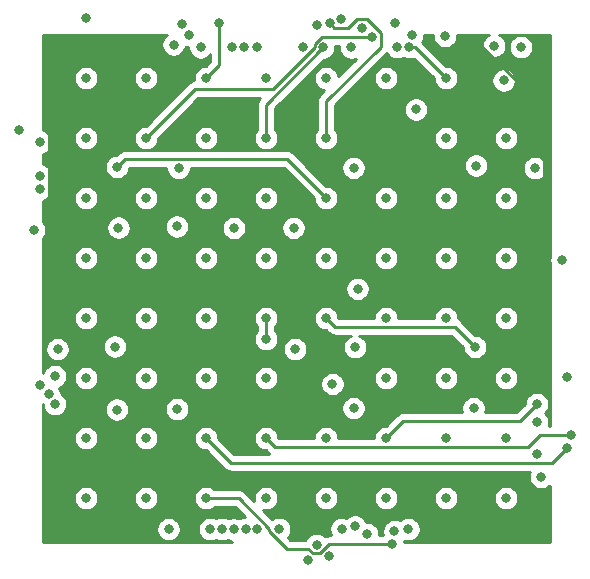
<source format=gbr>
G04 #@! TF.GenerationSoftware,KiCad,Pcbnew,(5.1.5)-3*
G04 #@! TF.CreationDate,2020-02-10T18:10:01+01:00*
G04 #@! TF.ProjectId,Mars-64,4d617273-2d36-4342-9e6b-696361645f70,A*
G04 #@! TF.SameCoordinates,Original*
G04 #@! TF.FileFunction,Copper,L2,Inr*
G04 #@! TF.FilePolarity,Positive*
%FSLAX46Y46*%
G04 Gerber Fmt 4.6, Leading zero omitted, Abs format (unit mm)*
G04 Created by KiCad (PCBNEW (5.1.5)-3) date 2020-02-10 18:10:01*
%MOMM*%
%LPD*%
G04 APERTURE LIST*
%ADD10C,0.800000*%
%ADD11C,0.250000*%
%ADD12C,0.254000*%
G04 APERTURE END LIST*
D10*
X65957100Y-60877100D03*
X66173100Y-55955100D03*
X45618400Y-60845000D03*
X60881600Y-61063400D03*
X38756100Y-50953800D03*
X55688800Y-50798800D03*
X60750900Y-50782400D03*
X43180000Y-33020000D03*
X43180000Y-34925000D03*
X76200000Y-34925000D03*
X81915000Y-58420000D03*
X40005000Y-58420000D03*
X73591000Y-34538900D03*
X81188600Y-45720000D03*
X70465100Y-76302100D03*
X83447000Y-53506200D03*
X80005000Y-35489300D03*
X43180000Y-38100000D03*
X66525200Y-33863200D03*
X48260000Y-38100000D03*
X54477300Y-33444500D03*
X53340000Y-38100000D03*
X65826400Y-45708300D03*
X58420000Y-38100000D03*
X71115900Y-40764500D03*
X63500000Y-38100000D03*
X70783200Y-34484300D03*
X68580000Y-38100000D03*
X70565800Y-35485400D03*
X73660000Y-38100000D03*
X69525700Y-35481400D03*
X78544800Y-38295200D03*
X65625800Y-35498700D03*
X43180000Y-43180000D03*
X67388000Y-34588500D03*
X48260000Y-43180000D03*
X69311200Y-33422400D03*
X53340000Y-43180000D03*
X63266900Y-35498600D03*
X58420000Y-43180000D03*
X63796700Y-33441900D03*
X63500000Y-43180000D03*
X61517600Y-35480100D03*
X62720500Y-33637400D03*
X73660000Y-43180000D03*
X64806200Y-33082500D03*
X78740000Y-43180000D03*
X45920200Y-50774300D03*
X43180000Y-48260000D03*
X51019000Y-45725700D03*
X48260000Y-48260000D03*
X39240900Y-47501600D03*
X53340000Y-48260000D03*
X39268000Y-46368200D03*
X58420000Y-48260000D03*
X45812200Y-45627800D03*
X63500000Y-48260000D03*
X39275200Y-43526800D03*
X68580000Y-48260000D03*
X37486800Y-42501200D03*
X73660000Y-48260000D03*
X51347300Y-33562400D03*
X78740000Y-48260000D03*
X51857100Y-34467400D03*
X43180000Y-53340000D03*
X50866200Y-50662700D03*
X48260000Y-53340000D03*
X52876900Y-35499300D03*
X53340000Y-53340000D03*
X50600000Y-35279600D03*
X58420000Y-53340000D03*
X55519900Y-35490700D03*
X63500000Y-53340000D03*
X56520300Y-35497800D03*
X68580000Y-53340000D03*
X57692400Y-35473500D03*
X73660000Y-53340000D03*
X77734600Y-35366300D03*
X78740000Y-53340000D03*
X40773900Y-61050200D03*
X43180000Y-58420000D03*
X40536100Y-63348000D03*
X48260000Y-58420000D03*
X39307500Y-64088400D03*
X53340000Y-58420000D03*
X58420000Y-58420000D03*
X58420000Y-60198000D03*
X76114400Y-60874400D03*
X63500000Y-58420000D03*
X68580000Y-58420000D03*
X50892090Y-66141410D03*
X54681900Y-76288100D03*
X73660000Y-58420000D03*
X40006000Y-64813800D03*
X78740000Y-58420000D03*
X40552600Y-65710600D03*
X43180000Y-63500000D03*
X45783800Y-66178500D03*
X48260000Y-63500000D03*
X50166100Y-76291300D03*
X53340000Y-63500000D03*
X53681500Y-76288500D03*
X58420000Y-63500000D03*
X55682300Y-76314700D03*
X64031376Y-64006476D03*
X56682700Y-76291200D03*
X68580000Y-63500000D03*
X57683100Y-76265800D03*
X73660000Y-63500000D03*
X59526400Y-76271900D03*
X78740000Y-63500000D03*
X83882200Y-63376000D03*
X43180000Y-68580000D03*
X65840200Y-66040000D03*
X48260000Y-68580000D03*
X83861900Y-69463600D03*
X53340000Y-68580000D03*
X84274200Y-68293400D03*
X58420000Y-68580000D03*
X81714600Y-71863500D03*
X63500000Y-68580000D03*
X81350900Y-65700500D03*
X68580000Y-68580000D03*
X75988800Y-66040000D03*
X73660000Y-68580000D03*
X81344500Y-67239700D03*
X78740000Y-68580000D03*
X69289300Y-76471300D03*
X43180000Y-73660000D03*
X65952200Y-76058500D03*
X48260000Y-73660000D03*
X69093400Y-77582800D03*
X53340000Y-73660000D03*
X63792100Y-78586000D03*
X58420000Y-73660000D03*
X64811000Y-76276200D03*
X63500000Y-73660000D03*
X66979900Y-76720500D03*
X68580000Y-73660000D03*
X62703600Y-77622800D03*
X73660000Y-73660000D03*
X61977100Y-78947900D03*
X78740000Y-73660000D03*
X81347800Y-69937500D03*
X76200000Y-45508000D03*
D11*
X81915000Y-58420000D02*
X81915000Y-40640000D01*
X81915000Y-40640000D02*
X76200000Y-34925000D01*
X40005000Y-58420000D02*
X40005000Y-38100000D01*
X40005000Y-38100000D02*
X43180000Y-34925000D01*
X53340000Y-38100000D02*
X54477300Y-36962700D01*
X54477300Y-36962700D02*
X54477300Y-33444500D01*
X73660000Y-38100000D02*
X71045400Y-35485400D01*
X71045400Y-35485400D02*
X70565800Y-35485400D01*
X67388000Y-34588500D02*
X63132200Y-34588500D01*
X63132200Y-34588500D02*
X62541600Y-35179100D01*
X62541600Y-35179100D02*
X62541600Y-35485200D01*
X62541600Y-35485200D02*
X58972600Y-39054200D01*
X58972600Y-39054200D02*
X52385800Y-39054200D01*
X52385800Y-39054200D02*
X48260000Y-43180000D01*
X58420000Y-43180000D02*
X58420000Y-40345500D01*
X58420000Y-40345500D02*
X63266900Y-35498600D01*
X63500000Y-43180000D02*
X63500000Y-40055600D01*
X63500000Y-40055600D02*
X68113400Y-35442200D01*
X68113400Y-35442200D02*
X68113400Y-34248100D01*
X68113400Y-34248100D02*
X67003100Y-33137800D01*
X67003100Y-33137800D02*
X66081000Y-33137800D01*
X66081000Y-33137800D02*
X65388500Y-33830300D01*
X65388500Y-33830300D02*
X64185100Y-33830300D01*
X64185100Y-33830300D02*
X63796700Y-33441900D01*
X45812200Y-45627800D02*
X46457200Y-44982800D01*
X46457200Y-44982800D02*
X60222800Y-44982800D01*
X60222800Y-44982800D02*
X63500000Y-48260000D01*
X58420000Y-60198000D02*
X58420000Y-58420000D01*
X63500000Y-58420000D02*
X64225400Y-59145400D01*
X64225400Y-59145400D02*
X74385400Y-59145400D01*
X74385400Y-59145400D02*
X76114400Y-60874400D01*
X53340000Y-68580000D02*
X55422900Y-70662900D01*
X55422900Y-70662900D02*
X82662600Y-70662900D01*
X82662600Y-70662900D02*
X83861900Y-69463600D01*
X58420000Y-68580000D02*
X59145400Y-69305400D01*
X59145400Y-69305400D02*
X80642100Y-69305400D01*
X80642100Y-69305400D02*
X81654100Y-68293400D01*
X81654100Y-68293400D02*
X84274200Y-68293400D01*
X68580000Y-68580000D02*
X70012700Y-67147300D01*
X70012700Y-67147300D02*
X79904100Y-67147300D01*
X79904100Y-67147300D02*
X81350900Y-65700500D01*
X53340000Y-73660000D02*
X56103200Y-73660000D01*
X56103200Y-73660000D02*
X58705100Y-76261900D01*
X58705100Y-76261900D02*
X58705100Y-76494700D01*
X58705100Y-76494700D02*
X60165300Y-77954900D01*
X60165300Y-77954900D02*
X62010000Y-77954900D01*
X62010000Y-77954900D02*
X62403200Y-78348100D01*
X62403200Y-78348100D02*
X63004100Y-78348100D01*
X63004100Y-78348100D02*
X63769400Y-77582800D01*
X63769400Y-77582800D02*
X69093400Y-77582800D01*
D12*
G36*
X49940226Y-34475663D02*
G01*
X49796063Y-34619826D01*
X49682795Y-34789344D01*
X49604774Y-34977702D01*
X49565000Y-35177661D01*
X49565000Y-35381539D01*
X49604774Y-35581498D01*
X49682795Y-35769856D01*
X49796063Y-35939374D01*
X49940226Y-36083537D01*
X50109744Y-36196805D01*
X50298102Y-36274826D01*
X50498061Y-36314600D01*
X50701939Y-36314600D01*
X50901898Y-36274826D01*
X51090256Y-36196805D01*
X51259774Y-36083537D01*
X51403937Y-35939374D01*
X51517205Y-35769856D01*
X51595226Y-35581498D01*
X51616448Y-35474808D01*
X51755161Y-35502400D01*
X51841900Y-35502400D01*
X51841900Y-35601239D01*
X51881674Y-35801198D01*
X51959695Y-35989556D01*
X52072963Y-36159074D01*
X52217126Y-36303237D01*
X52386644Y-36416505D01*
X52575002Y-36494526D01*
X52774961Y-36534300D01*
X52978839Y-36534300D01*
X53178798Y-36494526D01*
X53367156Y-36416505D01*
X53536674Y-36303237D01*
X53680837Y-36159074D01*
X53717300Y-36104503D01*
X53717300Y-36647898D01*
X53300199Y-37065000D01*
X53238061Y-37065000D01*
X53038102Y-37104774D01*
X52849744Y-37182795D01*
X52680226Y-37296063D01*
X52536063Y-37440226D01*
X52422795Y-37609744D01*
X52344774Y-37798102D01*
X52305000Y-37998061D01*
X52305000Y-38201939D01*
X52323834Y-38296626D01*
X52236814Y-38305197D01*
X52093553Y-38348654D01*
X51961524Y-38419226D01*
X51845799Y-38514199D01*
X51822001Y-38543197D01*
X48220199Y-42145000D01*
X48158061Y-42145000D01*
X47958102Y-42184774D01*
X47769744Y-42262795D01*
X47600226Y-42376063D01*
X47456063Y-42520226D01*
X47342795Y-42689744D01*
X47264774Y-42878102D01*
X47225000Y-43078061D01*
X47225000Y-43281939D01*
X47264774Y-43481898D01*
X47342795Y-43670256D01*
X47456063Y-43839774D01*
X47600226Y-43983937D01*
X47769744Y-44097205D01*
X47958102Y-44175226D01*
X48158061Y-44215000D01*
X48361939Y-44215000D01*
X48561898Y-44175226D01*
X48750256Y-44097205D01*
X48919774Y-43983937D01*
X49063937Y-43839774D01*
X49177205Y-43670256D01*
X49255226Y-43481898D01*
X49295000Y-43281939D01*
X49295000Y-43219801D01*
X49436740Y-43078061D01*
X52305000Y-43078061D01*
X52305000Y-43281939D01*
X52344774Y-43481898D01*
X52422795Y-43670256D01*
X52536063Y-43839774D01*
X52680226Y-43983937D01*
X52849744Y-44097205D01*
X53038102Y-44175226D01*
X53238061Y-44215000D01*
X53441939Y-44215000D01*
X53641898Y-44175226D01*
X53830256Y-44097205D01*
X53999774Y-43983937D01*
X54143937Y-43839774D01*
X54257205Y-43670256D01*
X54335226Y-43481898D01*
X54375000Y-43281939D01*
X54375000Y-43078061D01*
X54335226Y-42878102D01*
X54257205Y-42689744D01*
X54143937Y-42520226D01*
X53999774Y-42376063D01*
X53830256Y-42262795D01*
X53641898Y-42184774D01*
X53441939Y-42145000D01*
X53238061Y-42145000D01*
X53038102Y-42184774D01*
X52849744Y-42262795D01*
X52680226Y-42376063D01*
X52536063Y-42520226D01*
X52422795Y-42689744D01*
X52344774Y-42878102D01*
X52305000Y-43078061D01*
X49436740Y-43078061D01*
X52700602Y-39814200D01*
X57872859Y-39814200D01*
X57856202Y-39834497D01*
X57856201Y-39834498D01*
X57785026Y-39921224D01*
X57714454Y-40053254D01*
X57670998Y-40196515D01*
X57656324Y-40345500D01*
X57660001Y-40382832D01*
X57660000Y-42476289D01*
X57616063Y-42520226D01*
X57502795Y-42689744D01*
X57424774Y-42878102D01*
X57385000Y-43078061D01*
X57385000Y-43281939D01*
X57424774Y-43481898D01*
X57502795Y-43670256D01*
X57616063Y-43839774D01*
X57760226Y-43983937D01*
X57929744Y-44097205D01*
X58118102Y-44175226D01*
X58318061Y-44215000D01*
X58521939Y-44215000D01*
X58721898Y-44175226D01*
X58910256Y-44097205D01*
X59079774Y-43983937D01*
X59223937Y-43839774D01*
X59337205Y-43670256D01*
X59415226Y-43481898D01*
X59455000Y-43281939D01*
X59455000Y-43078061D01*
X59415226Y-42878102D01*
X59337205Y-42689744D01*
X59223937Y-42520226D01*
X59180000Y-42476289D01*
X59180000Y-40660301D01*
X63306702Y-36533600D01*
X63368839Y-36533600D01*
X63568798Y-36493826D01*
X63757156Y-36415805D01*
X63926674Y-36302537D01*
X64070837Y-36158374D01*
X64184105Y-35988856D01*
X64262126Y-35800498D01*
X64301900Y-35600539D01*
X64301900Y-35396661D01*
X64292320Y-35348500D01*
X64600400Y-35348500D01*
X64590800Y-35396761D01*
X64590800Y-35600639D01*
X64630574Y-35800598D01*
X64708595Y-35988956D01*
X64821863Y-36158474D01*
X64966026Y-36302637D01*
X65135544Y-36415905D01*
X65323902Y-36493926D01*
X65523861Y-36533700D01*
X65727739Y-36533700D01*
X65927698Y-36493926D01*
X66028715Y-36452083D01*
X64526329Y-37954469D01*
X64495226Y-37798102D01*
X64417205Y-37609744D01*
X64303937Y-37440226D01*
X64159774Y-37296063D01*
X63990256Y-37182795D01*
X63801898Y-37104774D01*
X63601939Y-37065000D01*
X63398061Y-37065000D01*
X63198102Y-37104774D01*
X63009744Y-37182795D01*
X62840226Y-37296063D01*
X62696063Y-37440226D01*
X62582795Y-37609744D01*
X62504774Y-37798102D01*
X62465000Y-37998061D01*
X62465000Y-38201939D01*
X62504774Y-38401898D01*
X62582795Y-38590256D01*
X62696063Y-38759774D01*
X62840226Y-38903937D01*
X63009744Y-39017205D01*
X63198102Y-39095226D01*
X63354470Y-39126329D01*
X62988998Y-39491801D01*
X62960000Y-39515599D01*
X62936202Y-39544597D01*
X62936201Y-39544598D01*
X62865026Y-39631324D01*
X62794454Y-39763354D01*
X62750998Y-39906615D01*
X62736324Y-40055600D01*
X62740001Y-40092932D01*
X62740000Y-42476289D01*
X62696063Y-42520226D01*
X62582795Y-42689744D01*
X62504774Y-42878102D01*
X62465000Y-43078061D01*
X62465000Y-43281939D01*
X62504774Y-43481898D01*
X62582795Y-43670256D01*
X62696063Y-43839774D01*
X62840226Y-43983937D01*
X63009744Y-44097205D01*
X63198102Y-44175226D01*
X63398061Y-44215000D01*
X63601939Y-44215000D01*
X63801898Y-44175226D01*
X63990256Y-44097205D01*
X64159774Y-43983937D01*
X64303937Y-43839774D01*
X64417205Y-43670256D01*
X64495226Y-43481898D01*
X64535000Y-43281939D01*
X64535000Y-43078061D01*
X72625000Y-43078061D01*
X72625000Y-43281939D01*
X72664774Y-43481898D01*
X72742795Y-43670256D01*
X72856063Y-43839774D01*
X73000226Y-43983937D01*
X73169744Y-44097205D01*
X73358102Y-44175226D01*
X73558061Y-44215000D01*
X73761939Y-44215000D01*
X73961898Y-44175226D01*
X74150256Y-44097205D01*
X74319774Y-43983937D01*
X74463937Y-43839774D01*
X74577205Y-43670256D01*
X74655226Y-43481898D01*
X74695000Y-43281939D01*
X74695000Y-43078061D01*
X77705000Y-43078061D01*
X77705000Y-43281939D01*
X77744774Y-43481898D01*
X77822795Y-43670256D01*
X77936063Y-43839774D01*
X78080226Y-43983937D01*
X78249744Y-44097205D01*
X78438102Y-44175226D01*
X78638061Y-44215000D01*
X78841939Y-44215000D01*
X79041898Y-44175226D01*
X79230256Y-44097205D01*
X79399774Y-43983937D01*
X79543937Y-43839774D01*
X79657205Y-43670256D01*
X79735226Y-43481898D01*
X79775000Y-43281939D01*
X79775000Y-43078061D01*
X79735226Y-42878102D01*
X79657205Y-42689744D01*
X79543937Y-42520226D01*
X79399774Y-42376063D01*
X79230256Y-42262795D01*
X79041898Y-42184774D01*
X78841939Y-42145000D01*
X78638061Y-42145000D01*
X78438102Y-42184774D01*
X78249744Y-42262795D01*
X78080226Y-42376063D01*
X77936063Y-42520226D01*
X77822795Y-42689744D01*
X77744774Y-42878102D01*
X77705000Y-43078061D01*
X74695000Y-43078061D01*
X74655226Y-42878102D01*
X74577205Y-42689744D01*
X74463937Y-42520226D01*
X74319774Y-42376063D01*
X74150256Y-42262795D01*
X73961898Y-42184774D01*
X73761939Y-42145000D01*
X73558061Y-42145000D01*
X73358102Y-42184774D01*
X73169744Y-42262795D01*
X73000226Y-42376063D01*
X72856063Y-42520226D01*
X72742795Y-42689744D01*
X72664774Y-42878102D01*
X72625000Y-43078061D01*
X64535000Y-43078061D01*
X64495226Y-42878102D01*
X64417205Y-42689744D01*
X64303937Y-42520226D01*
X64260000Y-42476289D01*
X64260000Y-40662561D01*
X70080900Y-40662561D01*
X70080900Y-40866439D01*
X70120674Y-41066398D01*
X70198695Y-41254756D01*
X70311963Y-41424274D01*
X70456126Y-41568437D01*
X70625644Y-41681705D01*
X70814002Y-41759726D01*
X71013961Y-41799500D01*
X71217839Y-41799500D01*
X71417798Y-41759726D01*
X71606156Y-41681705D01*
X71775674Y-41568437D01*
X71919837Y-41424274D01*
X72033105Y-41254756D01*
X72111126Y-41066398D01*
X72150900Y-40866439D01*
X72150900Y-40662561D01*
X72111126Y-40462602D01*
X72033105Y-40274244D01*
X71919837Y-40104726D01*
X71775674Y-39960563D01*
X71606156Y-39847295D01*
X71417798Y-39769274D01*
X71217839Y-39729500D01*
X71013961Y-39729500D01*
X70814002Y-39769274D01*
X70625644Y-39847295D01*
X70456126Y-39960563D01*
X70311963Y-40104726D01*
X70198695Y-40274244D01*
X70120674Y-40462602D01*
X70080900Y-40662561D01*
X64260000Y-40662561D01*
X64260000Y-40370401D01*
X66632340Y-37998061D01*
X67545000Y-37998061D01*
X67545000Y-38201939D01*
X67584774Y-38401898D01*
X67662795Y-38590256D01*
X67776063Y-38759774D01*
X67920226Y-38903937D01*
X68089744Y-39017205D01*
X68278102Y-39095226D01*
X68478061Y-39135000D01*
X68681939Y-39135000D01*
X68881898Y-39095226D01*
X69070256Y-39017205D01*
X69239774Y-38903937D01*
X69383937Y-38759774D01*
X69497205Y-38590256D01*
X69575226Y-38401898D01*
X69615000Y-38201939D01*
X69615000Y-37998061D01*
X69575226Y-37798102D01*
X69497205Y-37609744D01*
X69383937Y-37440226D01*
X69239774Y-37296063D01*
X69070256Y-37182795D01*
X68881898Y-37104774D01*
X68681939Y-37065000D01*
X68478061Y-37065000D01*
X68278102Y-37104774D01*
X68089744Y-37182795D01*
X67920226Y-37296063D01*
X67776063Y-37440226D01*
X67662795Y-37609744D01*
X67584774Y-37798102D01*
X67545000Y-37998061D01*
X66632340Y-37998061D01*
X68624404Y-36005998D01*
X68628949Y-36002268D01*
X68721763Y-36141174D01*
X68865926Y-36285337D01*
X69035444Y-36398605D01*
X69223802Y-36476626D01*
X69423761Y-36516400D01*
X69627639Y-36516400D01*
X69827598Y-36476626D01*
X70015956Y-36398605D01*
X70042757Y-36380697D01*
X70075544Y-36402605D01*
X70263902Y-36480626D01*
X70463861Y-36520400D01*
X70667739Y-36520400D01*
X70867698Y-36480626D01*
X70937084Y-36451885D01*
X72625000Y-38139802D01*
X72625000Y-38201939D01*
X72664774Y-38401898D01*
X72742795Y-38590256D01*
X72856063Y-38759774D01*
X73000226Y-38903937D01*
X73169744Y-39017205D01*
X73358102Y-39095226D01*
X73558061Y-39135000D01*
X73761939Y-39135000D01*
X73961898Y-39095226D01*
X74150256Y-39017205D01*
X74319774Y-38903937D01*
X74463937Y-38759774D01*
X74577205Y-38590256D01*
X74655226Y-38401898D01*
X74695000Y-38201939D01*
X74695000Y-38193261D01*
X77509800Y-38193261D01*
X77509800Y-38397139D01*
X77549574Y-38597098D01*
X77627595Y-38785456D01*
X77740863Y-38954974D01*
X77885026Y-39099137D01*
X78054544Y-39212405D01*
X78242902Y-39290426D01*
X78442861Y-39330200D01*
X78646739Y-39330200D01*
X78846698Y-39290426D01*
X79035056Y-39212405D01*
X79204574Y-39099137D01*
X79348737Y-38954974D01*
X79462005Y-38785456D01*
X79540026Y-38597098D01*
X79579800Y-38397139D01*
X79579800Y-38193261D01*
X79540026Y-37993302D01*
X79462005Y-37804944D01*
X79348737Y-37635426D01*
X79204574Y-37491263D01*
X79035056Y-37377995D01*
X78846698Y-37299974D01*
X78646739Y-37260200D01*
X78442861Y-37260200D01*
X78242902Y-37299974D01*
X78054544Y-37377995D01*
X77885026Y-37491263D01*
X77740863Y-37635426D01*
X77627595Y-37804944D01*
X77549574Y-37993302D01*
X77509800Y-38193261D01*
X74695000Y-38193261D01*
X74695000Y-37998061D01*
X74655226Y-37798102D01*
X74577205Y-37609744D01*
X74463937Y-37440226D01*
X74319774Y-37296063D01*
X74150256Y-37182795D01*
X73961898Y-37104774D01*
X73761939Y-37065000D01*
X73699802Y-37065000D01*
X71663936Y-35029135D01*
X71700405Y-34974556D01*
X71778426Y-34786198D01*
X71818200Y-34586239D01*
X71818200Y-34417000D01*
X72559970Y-34417000D01*
X72556000Y-34436961D01*
X72556000Y-34640839D01*
X72595774Y-34840798D01*
X72673795Y-35029156D01*
X72787063Y-35198674D01*
X72931226Y-35342837D01*
X73100744Y-35456105D01*
X73289102Y-35534126D01*
X73489061Y-35573900D01*
X73692939Y-35573900D01*
X73892898Y-35534126D01*
X74081256Y-35456105D01*
X74250774Y-35342837D01*
X74394937Y-35198674D01*
X74508205Y-35029156D01*
X74586226Y-34840798D01*
X74626000Y-34640839D01*
X74626000Y-34436961D01*
X74622030Y-34417000D01*
X77321828Y-34417000D01*
X77244344Y-34449095D01*
X77074826Y-34562363D01*
X76930663Y-34706526D01*
X76817395Y-34876044D01*
X76739374Y-35064402D01*
X76699600Y-35264361D01*
X76699600Y-35468239D01*
X76739374Y-35668198D01*
X76817395Y-35856556D01*
X76930663Y-36026074D01*
X77074826Y-36170237D01*
X77244344Y-36283505D01*
X77432702Y-36361526D01*
X77632661Y-36401300D01*
X77836539Y-36401300D01*
X78036498Y-36361526D01*
X78224856Y-36283505D01*
X78394374Y-36170237D01*
X78538537Y-36026074D01*
X78651805Y-35856556D01*
X78729826Y-35668198D01*
X78769600Y-35468239D01*
X78769600Y-35387361D01*
X78970000Y-35387361D01*
X78970000Y-35591239D01*
X79009774Y-35791198D01*
X79087795Y-35979556D01*
X79201063Y-36149074D01*
X79345226Y-36293237D01*
X79514744Y-36406505D01*
X79703102Y-36484526D01*
X79903061Y-36524300D01*
X80106939Y-36524300D01*
X80306898Y-36484526D01*
X80495256Y-36406505D01*
X80664774Y-36293237D01*
X80808937Y-36149074D01*
X80922205Y-35979556D01*
X81000226Y-35791198D01*
X81040000Y-35591239D01*
X81040000Y-35387361D01*
X81000226Y-35187402D01*
X80922205Y-34999044D01*
X80808937Y-34829526D01*
X80664774Y-34685363D01*
X80495256Y-34572095D01*
X80306898Y-34494074D01*
X80106939Y-34454300D01*
X79903061Y-34454300D01*
X79703102Y-34494074D01*
X79514744Y-34572095D01*
X79345226Y-34685363D01*
X79201063Y-34829526D01*
X79087795Y-34999044D01*
X79009774Y-35187402D01*
X78970000Y-35387361D01*
X78769600Y-35387361D01*
X78769600Y-35264361D01*
X78729826Y-35064402D01*
X78651805Y-34876044D01*
X78538537Y-34706526D01*
X78394374Y-34562363D01*
X78224856Y-34449095D01*
X78147372Y-34417000D01*
X82423000Y-34417000D01*
X82423000Y-53348960D01*
X82412000Y-53404261D01*
X82412000Y-53608139D01*
X82423000Y-53663440D01*
X82423000Y-67533400D01*
X82341357Y-67533400D01*
X82379500Y-67341639D01*
X82379500Y-67137761D01*
X82339726Y-66937802D01*
X82261705Y-66749444D01*
X82148437Y-66579926D01*
X82041811Y-66473300D01*
X82154837Y-66360274D01*
X82268105Y-66190756D01*
X82346126Y-66002398D01*
X82385900Y-65802439D01*
X82385900Y-65598561D01*
X82346126Y-65398602D01*
X82268105Y-65210244D01*
X82154837Y-65040726D01*
X82010674Y-64896563D01*
X81841156Y-64783295D01*
X81652798Y-64705274D01*
X81452839Y-64665500D01*
X81248961Y-64665500D01*
X81049002Y-64705274D01*
X80860644Y-64783295D01*
X80691126Y-64896563D01*
X80546963Y-65040726D01*
X80433695Y-65210244D01*
X80355674Y-65398602D01*
X80315900Y-65598561D01*
X80315900Y-65660698D01*
X79589299Y-66387300D01*
X76965220Y-66387300D01*
X76984026Y-66341898D01*
X77023800Y-66141939D01*
X77023800Y-65938061D01*
X76984026Y-65738102D01*
X76906005Y-65549744D01*
X76792737Y-65380226D01*
X76648574Y-65236063D01*
X76479056Y-65122795D01*
X76290698Y-65044774D01*
X76090739Y-65005000D01*
X75886861Y-65005000D01*
X75686902Y-65044774D01*
X75498544Y-65122795D01*
X75329026Y-65236063D01*
X75184863Y-65380226D01*
X75071595Y-65549744D01*
X74993574Y-65738102D01*
X74953800Y-65938061D01*
X74953800Y-66141939D01*
X74993574Y-66341898D01*
X75012380Y-66387300D01*
X70050025Y-66387300D01*
X70012700Y-66383624D01*
X69975375Y-66387300D01*
X69975367Y-66387300D01*
X69863714Y-66398297D01*
X69720453Y-66441754D01*
X69588424Y-66512326D01*
X69472699Y-66607299D01*
X69448901Y-66636297D01*
X68540199Y-67545000D01*
X68478061Y-67545000D01*
X68278102Y-67584774D01*
X68089744Y-67662795D01*
X67920226Y-67776063D01*
X67776063Y-67920226D01*
X67662795Y-68089744D01*
X67584774Y-68278102D01*
X67545000Y-68478061D01*
X67545000Y-68545400D01*
X64535000Y-68545400D01*
X64535000Y-68478061D01*
X64495226Y-68278102D01*
X64417205Y-68089744D01*
X64303937Y-67920226D01*
X64159774Y-67776063D01*
X63990256Y-67662795D01*
X63801898Y-67584774D01*
X63601939Y-67545000D01*
X63398061Y-67545000D01*
X63198102Y-67584774D01*
X63009744Y-67662795D01*
X62840226Y-67776063D01*
X62696063Y-67920226D01*
X62582795Y-68089744D01*
X62504774Y-68278102D01*
X62465000Y-68478061D01*
X62465000Y-68545400D01*
X59460202Y-68545400D01*
X59455000Y-68540198D01*
X59455000Y-68478061D01*
X59415226Y-68278102D01*
X59337205Y-68089744D01*
X59223937Y-67920226D01*
X59079774Y-67776063D01*
X58910256Y-67662795D01*
X58721898Y-67584774D01*
X58521939Y-67545000D01*
X58318061Y-67545000D01*
X58118102Y-67584774D01*
X57929744Y-67662795D01*
X57760226Y-67776063D01*
X57616063Y-67920226D01*
X57502795Y-68089744D01*
X57424774Y-68278102D01*
X57385000Y-68478061D01*
X57385000Y-68681939D01*
X57424774Y-68881898D01*
X57502795Y-69070256D01*
X57616063Y-69239774D01*
X57760226Y-69383937D01*
X57929744Y-69497205D01*
X58118102Y-69575226D01*
X58318061Y-69615000D01*
X58380198Y-69615000D01*
X58581601Y-69816402D01*
X58605399Y-69845401D01*
X58634397Y-69869199D01*
X58675462Y-69902900D01*
X55737703Y-69902900D01*
X54375000Y-68540199D01*
X54375000Y-68478061D01*
X54335226Y-68278102D01*
X54257205Y-68089744D01*
X54143937Y-67920226D01*
X53999774Y-67776063D01*
X53830256Y-67662795D01*
X53641898Y-67584774D01*
X53441939Y-67545000D01*
X53238061Y-67545000D01*
X53038102Y-67584774D01*
X52849744Y-67662795D01*
X52680226Y-67776063D01*
X52536063Y-67920226D01*
X52422795Y-68089744D01*
X52344774Y-68278102D01*
X52305000Y-68478061D01*
X52305000Y-68681939D01*
X52344774Y-68881898D01*
X52422795Y-69070256D01*
X52536063Y-69239774D01*
X52680226Y-69383937D01*
X52849744Y-69497205D01*
X53038102Y-69575226D01*
X53238061Y-69615000D01*
X53300199Y-69615000D01*
X54859105Y-71173908D01*
X54882899Y-71202901D01*
X54911892Y-71226695D01*
X54911896Y-71226699D01*
X54982585Y-71284711D01*
X54998624Y-71297874D01*
X55130653Y-71368446D01*
X55273914Y-71411903D01*
X55385567Y-71422900D01*
X55385576Y-71422900D01*
X55422899Y-71426576D01*
X55460222Y-71422900D01*
X80776827Y-71422900D01*
X80719374Y-71561602D01*
X80679600Y-71761561D01*
X80679600Y-71965439D01*
X80719374Y-72165398D01*
X80797395Y-72353756D01*
X80910663Y-72523274D01*
X81054826Y-72667437D01*
X81224344Y-72780705D01*
X81412702Y-72858726D01*
X81612661Y-72898500D01*
X81816539Y-72898500D01*
X82016498Y-72858726D01*
X82204856Y-72780705D01*
X82374374Y-72667437D01*
X82423000Y-72618811D01*
X82423000Y-77343000D01*
X70100978Y-77343000D01*
X70088626Y-77280902D01*
X70081393Y-77263439D01*
X70163202Y-77297326D01*
X70363161Y-77337100D01*
X70567039Y-77337100D01*
X70766998Y-77297326D01*
X70955356Y-77219305D01*
X71124874Y-77106037D01*
X71269037Y-76961874D01*
X71382305Y-76792356D01*
X71460326Y-76603998D01*
X71500100Y-76404039D01*
X71500100Y-76200161D01*
X71460326Y-76000202D01*
X71382305Y-75811844D01*
X71269037Y-75642326D01*
X71124874Y-75498163D01*
X70955356Y-75384895D01*
X70766998Y-75306874D01*
X70567039Y-75267100D01*
X70363161Y-75267100D01*
X70163202Y-75306874D01*
X69974844Y-75384895D01*
X69805326Y-75498163D01*
X69758228Y-75545261D01*
X69591198Y-75476074D01*
X69391239Y-75436300D01*
X69187361Y-75436300D01*
X68987402Y-75476074D01*
X68799044Y-75554095D01*
X68629526Y-75667363D01*
X68485363Y-75811526D01*
X68372095Y-75981044D01*
X68294074Y-76169402D01*
X68254300Y-76369361D01*
X68254300Y-76573239D01*
X68294074Y-76773198D01*
X68314620Y-76822800D01*
X68014828Y-76822800D01*
X68014900Y-76822439D01*
X68014900Y-76618561D01*
X67975126Y-76418602D01*
X67897105Y-76230244D01*
X67783837Y-76060726D01*
X67639674Y-75916563D01*
X67470156Y-75803295D01*
X67281798Y-75725274D01*
X67081839Y-75685500D01*
X66917974Y-75685500D01*
X66869405Y-75568244D01*
X66756137Y-75398726D01*
X66611974Y-75254563D01*
X66442456Y-75141295D01*
X66254098Y-75063274D01*
X66054139Y-75023500D01*
X65850261Y-75023500D01*
X65650302Y-75063274D01*
X65461944Y-75141295D01*
X65292426Y-75254563D01*
X65221168Y-75325821D01*
X65112898Y-75280974D01*
X64912939Y-75241200D01*
X64709061Y-75241200D01*
X64509102Y-75280974D01*
X64320744Y-75358995D01*
X64151226Y-75472263D01*
X64007063Y-75616426D01*
X63893795Y-75785944D01*
X63815774Y-75974302D01*
X63776000Y-76174261D01*
X63776000Y-76378139D01*
X63815774Y-76578098D01*
X63893795Y-76766456D01*
X63931443Y-76822800D01*
X63806725Y-76822800D01*
X63769400Y-76819124D01*
X63732075Y-76822800D01*
X63732067Y-76822800D01*
X63620414Y-76833797D01*
X63477153Y-76877254D01*
X63441058Y-76896547D01*
X63363374Y-76818863D01*
X63193856Y-76705595D01*
X63005498Y-76627574D01*
X62805539Y-76587800D01*
X62601661Y-76587800D01*
X62401702Y-76627574D01*
X62213344Y-76705595D01*
X62043826Y-76818863D01*
X61899663Y-76963026D01*
X61786395Y-77132544D01*
X61760566Y-77194900D01*
X60480102Y-77194900D01*
X60273606Y-76988405D01*
X60330337Y-76931674D01*
X60443605Y-76762156D01*
X60521626Y-76573798D01*
X60561400Y-76373839D01*
X60561400Y-76169961D01*
X60521626Y-75970002D01*
X60443605Y-75781644D01*
X60330337Y-75612126D01*
X60186174Y-75467963D01*
X60016656Y-75354695D01*
X59828298Y-75276674D01*
X59628339Y-75236900D01*
X59424461Y-75236900D01*
X59224502Y-75276674D01*
X59036144Y-75354695D01*
X58938165Y-75420163D01*
X58186915Y-74668914D01*
X58318061Y-74695000D01*
X58521939Y-74695000D01*
X58721898Y-74655226D01*
X58910256Y-74577205D01*
X59079774Y-74463937D01*
X59223937Y-74319774D01*
X59337205Y-74150256D01*
X59415226Y-73961898D01*
X59455000Y-73761939D01*
X59455000Y-73558061D01*
X62465000Y-73558061D01*
X62465000Y-73761939D01*
X62504774Y-73961898D01*
X62582795Y-74150256D01*
X62696063Y-74319774D01*
X62840226Y-74463937D01*
X63009744Y-74577205D01*
X63198102Y-74655226D01*
X63398061Y-74695000D01*
X63601939Y-74695000D01*
X63801898Y-74655226D01*
X63990256Y-74577205D01*
X64159774Y-74463937D01*
X64303937Y-74319774D01*
X64417205Y-74150256D01*
X64495226Y-73961898D01*
X64535000Y-73761939D01*
X64535000Y-73558061D01*
X67545000Y-73558061D01*
X67545000Y-73761939D01*
X67584774Y-73961898D01*
X67662795Y-74150256D01*
X67776063Y-74319774D01*
X67920226Y-74463937D01*
X68089744Y-74577205D01*
X68278102Y-74655226D01*
X68478061Y-74695000D01*
X68681939Y-74695000D01*
X68881898Y-74655226D01*
X69070256Y-74577205D01*
X69239774Y-74463937D01*
X69383937Y-74319774D01*
X69497205Y-74150256D01*
X69575226Y-73961898D01*
X69615000Y-73761939D01*
X69615000Y-73558061D01*
X72625000Y-73558061D01*
X72625000Y-73761939D01*
X72664774Y-73961898D01*
X72742795Y-74150256D01*
X72856063Y-74319774D01*
X73000226Y-74463937D01*
X73169744Y-74577205D01*
X73358102Y-74655226D01*
X73558061Y-74695000D01*
X73761939Y-74695000D01*
X73961898Y-74655226D01*
X74150256Y-74577205D01*
X74319774Y-74463937D01*
X74463937Y-74319774D01*
X74577205Y-74150256D01*
X74655226Y-73961898D01*
X74695000Y-73761939D01*
X74695000Y-73558061D01*
X77705000Y-73558061D01*
X77705000Y-73761939D01*
X77744774Y-73961898D01*
X77822795Y-74150256D01*
X77936063Y-74319774D01*
X78080226Y-74463937D01*
X78249744Y-74577205D01*
X78438102Y-74655226D01*
X78638061Y-74695000D01*
X78841939Y-74695000D01*
X79041898Y-74655226D01*
X79230256Y-74577205D01*
X79399774Y-74463937D01*
X79543937Y-74319774D01*
X79657205Y-74150256D01*
X79735226Y-73961898D01*
X79775000Y-73761939D01*
X79775000Y-73558061D01*
X79735226Y-73358102D01*
X79657205Y-73169744D01*
X79543937Y-73000226D01*
X79399774Y-72856063D01*
X79230256Y-72742795D01*
X79041898Y-72664774D01*
X78841939Y-72625000D01*
X78638061Y-72625000D01*
X78438102Y-72664774D01*
X78249744Y-72742795D01*
X78080226Y-72856063D01*
X77936063Y-73000226D01*
X77822795Y-73169744D01*
X77744774Y-73358102D01*
X77705000Y-73558061D01*
X74695000Y-73558061D01*
X74655226Y-73358102D01*
X74577205Y-73169744D01*
X74463937Y-73000226D01*
X74319774Y-72856063D01*
X74150256Y-72742795D01*
X73961898Y-72664774D01*
X73761939Y-72625000D01*
X73558061Y-72625000D01*
X73358102Y-72664774D01*
X73169744Y-72742795D01*
X73000226Y-72856063D01*
X72856063Y-73000226D01*
X72742795Y-73169744D01*
X72664774Y-73358102D01*
X72625000Y-73558061D01*
X69615000Y-73558061D01*
X69575226Y-73358102D01*
X69497205Y-73169744D01*
X69383937Y-73000226D01*
X69239774Y-72856063D01*
X69070256Y-72742795D01*
X68881898Y-72664774D01*
X68681939Y-72625000D01*
X68478061Y-72625000D01*
X68278102Y-72664774D01*
X68089744Y-72742795D01*
X67920226Y-72856063D01*
X67776063Y-73000226D01*
X67662795Y-73169744D01*
X67584774Y-73358102D01*
X67545000Y-73558061D01*
X64535000Y-73558061D01*
X64495226Y-73358102D01*
X64417205Y-73169744D01*
X64303937Y-73000226D01*
X64159774Y-72856063D01*
X63990256Y-72742795D01*
X63801898Y-72664774D01*
X63601939Y-72625000D01*
X63398061Y-72625000D01*
X63198102Y-72664774D01*
X63009744Y-72742795D01*
X62840226Y-72856063D01*
X62696063Y-73000226D01*
X62582795Y-73169744D01*
X62504774Y-73358102D01*
X62465000Y-73558061D01*
X59455000Y-73558061D01*
X59415226Y-73358102D01*
X59337205Y-73169744D01*
X59223937Y-73000226D01*
X59079774Y-72856063D01*
X58910256Y-72742795D01*
X58721898Y-72664774D01*
X58521939Y-72625000D01*
X58318061Y-72625000D01*
X58118102Y-72664774D01*
X57929744Y-72742795D01*
X57760226Y-72856063D01*
X57616063Y-73000226D01*
X57502795Y-73169744D01*
X57424774Y-73358102D01*
X57385000Y-73558061D01*
X57385000Y-73761939D01*
X57411086Y-73893085D01*
X56667004Y-73149003D01*
X56643201Y-73119999D01*
X56527476Y-73025026D01*
X56395447Y-72954454D01*
X56252186Y-72910997D01*
X56140533Y-72900000D01*
X56140522Y-72900000D01*
X56103200Y-72896324D01*
X56065878Y-72900000D01*
X54043711Y-72900000D01*
X53999774Y-72856063D01*
X53830256Y-72742795D01*
X53641898Y-72664774D01*
X53441939Y-72625000D01*
X53238061Y-72625000D01*
X53038102Y-72664774D01*
X52849744Y-72742795D01*
X52680226Y-72856063D01*
X52536063Y-73000226D01*
X52422795Y-73169744D01*
X52344774Y-73358102D01*
X52305000Y-73558061D01*
X52305000Y-73761939D01*
X52344774Y-73961898D01*
X52422795Y-74150256D01*
X52536063Y-74319774D01*
X52680226Y-74463937D01*
X52849744Y-74577205D01*
X53038102Y-74655226D01*
X53238061Y-74695000D01*
X53441939Y-74695000D01*
X53641898Y-74655226D01*
X53830256Y-74577205D01*
X53999774Y-74463937D01*
X54043711Y-74420000D01*
X55788399Y-74420000D01*
X56624599Y-75256200D01*
X56580761Y-75256200D01*
X56380802Y-75295974D01*
X56192444Y-75373995D01*
X56163122Y-75393587D01*
X55984198Y-75319474D01*
X55784239Y-75279700D01*
X55580361Y-75279700D01*
X55380402Y-75319474D01*
X55204342Y-75392401D01*
X55172156Y-75370895D01*
X54983798Y-75292874D01*
X54783839Y-75253100D01*
X54579961Y-75253100D01*
X54380002Y-75292874D01*
X54191644Y-75370895D01*
X54181401Y-75377739D01*
X54171756Y-75371295D01*
X53983398Y-75293274D01*
X53783439Y-75253500D01*
X53579561Y-75253500D01*
X53379602Y-75293274D01*
X53191244Y-75371295D01*
X53021726Y-75484563D01*
X52877563Y-75628726D01*
X52764295Y-75798244D01*
X52686274Y-75986602D01*
X52646500Y-76186561D01*
X52646500Y-76390439D01*
X52686274Y-76590398D01*
X52764295Y-76778756D01*
X52877563Y-76948274D01*
X53021726Y-77092437D01*
X53191244Y-77205705D01*
X53379602Y-77283726D01*
X53579561Y-77323500D01*
X53783439Y-77323500D01*
X53983398Y-77283726D01*
X54171756Y-77205705D01*
X54181999Y-77198861D01*
X54191644Y-77205305D01*
X54380002Y-77283326D01*
X54579961Y-77323100D01*
X54783839Y-77323100D01*
X54983798Y-77283326D01*
X55159858Y-77210399D01*
X55192044Y-77231905D01*
X55380402Y-77309926D01*
X55546678Y-77343000D01*
X39497000Y-77343000D01*
X39497000Y-76189361D01*
X49131100Y-76189361D01*
X49131100Y-76393239D01*
X49170874Y-76593198D01*
X49248895Y-76781556D01*
X49362163Y-76951074D01*
X49506326Y-77095237D01*
X49675844Y-77208505D01*
X49864202Y-77286526D01*
X50064161Y-77326300D01*
X50268039Y-77326300D01*
X50467998Y-77286526D01*
X50656356Y-77208505D01*
X50825874Y-77095237D01*
X50970037Y-76951074D01*
X51083305Y-76781556D01*
X51161326Y-76593198D01*
X51201100Y-76393239D01*
X51201100Y-76189361D01*
X51161326Y-75989402D01*
X51083305Y-75801044D01*
X50970037Y-75631526D01*
X50825874Y-75487363D01*
X50656356Y-75374095D01*
X50467998Y-75296074D01*
X50268039Y-75256300D01*
X50064161Y-75256300D01*
X49864202Y-75296074D01*
X49675844Y-75374095D01*
X49506326Y-75487363D01*
X49362163Y-75631526D01*
X49248895Y-75801044D01*
X49170874Y-75989402D01*
X49131100Y-76189361D01*
X39497000Y-76189361D01*
X39497000Y-73558061D01*
X42145000Y-73558061D01*
X42145000Y-73761939D01*
X42184774Y-73961898D01*
X42262795Y-74150256D01*
X42376063Y-74319774D01*
X42520226Y-74463937D01*
X42689744Y-74577205D01*
X42878102Y-74655226D01*
X43078061Y-74695000D01*
X43281939Y-74695000D01*
X43481898Y-74655226D01*
X43670256Y-74577205D01*
X43839774Y-74463937D01*
X43983937Y-74319774D01*
X44097205Y-74150256D01*
X44175226Y-73961898D01*
X44215000Y-73761939D01*
X44215000Y-73558061D01*
X47225000Y-73558061D01*
X47225000Y-73761939D01*
X47264774Y-73961898D01*
X47342795Y-74150256D01*
X47456063Y-74319774D01*
X47600226Y-74463937D01*
X47769744Y-74577205D01*
X47958102Y-74655226D01*
X48158061Y-74695000D01*
X48361939Y-74695000D01*
X48561898Y-74655226D01*
X48750256Y-74577205D01*
X48919774Y-74463937D01*
X49063937Y-74319774D01*
X49177205Y-74150256D01*
X49255226Y-73961898D01*
X49295000Y-73761939D01*
X49295000Y-73558061D01*
X49255226Y-73358102D01*
X49177205Y-73169744D01*
X49063937Y-73000226D01*
X48919774Y-72856063D01*
X48750256Y-72742795D01*
X48561898Y-72664774D01*
X48361939Y-72625000D01*
X48158061Y-72625000D01*
X47958102Y-72664774D01*
X47769744Y-72742795D01*
X47600226Y-72856063D01*
X47456063Y-73000226D01*
X47342795Y-73169744D01*
X47264774Y-73358102D01*
X47225000Y-73558061D01*
X44215000Y-73558061D01*
X44175226Y-73358102D01*
X44097205Y-73169744D01*
X43983937Y-73000226D01*
X43839774Y-72856063D01*
X43670256Y-72742795D01*
X43481898Y-72664774D01*
X43281939Y-72625000D01*
X43078061Y-72625000D01*
X42878102Y-72664774D01*
X42689744Y-72742795D01*
X42520226Y-72856063D01*
X42376063Y-73000226D01*
X42262795Y-73169744D01*
X42184774Y-73358102D01*
X42145000Y-73558061D01*
X39497000Y-73558061D01*
X39497000Y-68478061D01*
X42145000Y-68478061D01*
X42145000Y-68681939D01*
X42184774Y-68881898D01*
X42262795Y-69070256D01*
X42376063Y-69239774D01*
X42520226Y-69383937D01*
X42689744Y-69497205D01*
X42878102Y-69575226D01*
X43078061Y-69615000D01*
X43281939Y-69615000D01*
X43481898Y-69575226D01*
X43670256Y-69497205D01*
X43839774Y-69383937D01*
X43983937Y-69239774D01*
X44097205Y-69070256D01*
X44175226Y-68881898D01*
X44215000Y-68681939D01*
X44215000Y-68478061D01*
X47225000Y-68478061D01*
X47225000Y-68681939D01*
X47264774Y-68881898D01*
X47342795Y-69070256D01*
X47456063Y-69239774D01*
X47600226Y-69383937D01*
X47769744Y-69497205D01*
X47958102Y-69575226D01*
X48158061Y-69615000D01*
X48361939Y-69615000D01*
X48561898Y-69575226D01*
X48750256Y-69497205D01*
X48919774Y-69383937D01*
X49063937Y-69239774D01*
X49177205Y-69070256D01*
X49255226Y-68881898D01*
X49295000Y-68681939D01*
X49295000Y-68478061D01*
X49255226Y-68278102D01*
X49177205Y-68089744D01*
X49063937Y-67920226D01*
X48919774Y-67776063D01*
X48750256Y-67662795D01*
X48561898Y-67584774D01*
X48361939Y-67545000D01*
X48158061Y-67545000D01*
X47958102Y-67584774D01*
X47769744Y-67662795D01*
X47600226Y-67776063D01*
X47456063Y-67920226D01*
X47342795Y-68089744D01*
X47264774Y-68278102D01*
X47225000Y-68478061D01*
X44215000Y-68478061D01*
X44175226Y-68278102D01*
X44097205Y-68089744D01*
X43983937Y-67920226D01*
X43839774Y-67776063D01*
X43670256Y-67662795D01*
X43481898Y-67584774D01*
X43281939Y-67545000D01*
X43078061Y-67545000D01*
X42878102Y-67584774D01*
X42689744Y-67662795D01*
X42520226Y-67776063D01*
X42376063Y-67920226D01*
X42262795Y-68089744D01*
X42184774Y-68278102D01*
X42145000Y-68478061D01*
X39497000Y-68478061D01*
X39497000Y-65718481D01*
X39515744Y-65731005D01*
X39517600Y-65731774D01*
X39517600Y-65812539D01*
X39557374Y-66012498D01*
X39635395Y-66200856D01*
X39748663Y-66370374D01*
X39892826Y-66514537D01*
X40062344Y-66627805D01*
X40250702Y-66705826D01*
X40450661Y-66745600D01*
X40654539Y-66745600D01*
X40854498Y-66705826D01*
X41042856Y-66627805D01*
X41212374Y-66514537D01*
X41356537Y-66370374D01*
X41469805Y-66200856D01*
X41521290Y-66076561D01*
X44748800Y-66076561D01*
X44748800Y-66280439D01*
X44788574Y-66480398D01*
X44866595Y-66668756D01*
X44979863Y-66838274D01*
X45124026Y-66982437D01*
X45293544Y-67095705D01*
X45481902Y-67173726D01*
X45681861Y-67213500D01*
X45885739Y-67213500D01*
X46085698Y-67173726D01*
X46274056Y-67095705D01*
X46443574Y-66982437D01*
X46587737Y-66838274D01*
X46701005Y-66668756D01*
X46779026Y-66480398D01*
X46818800Y-66280439D01*
X46818800Y-66076561D01*
X46811423Y-66039471D01*
X49857090Y-66039471D01*
X49857090Y-66243349D01*
X49896864Y-66443308D01*
X49974885Y-66631666D01*
X50088153Y-66801184D01*
X50232316Y-66945347D01*
X50401834Y-67058615D01*
X50590192Y-67136636D01*
X50790151Y-67176410D01*
X50994029Y-67176410D01*
X51193988Y-67136636D01*
X51382346Y-67058615D01*
X51551864Y-66945347D01*
X51696027Y-66801184D01*
X51809295Y-66631666D01*
X51887316Y-66443308D01*
X51927090Y-66243349D01*
X51927090Y-66039471D01*
X51906919Y-65938061D01*
X64805200Y-65938061D01*
X64805200Y-66141939D01*
X64844974Y-66341898D01*
X64922995Y-66530256D01*
X65036263Y-66699774D01*
X65180426Y-66843937D01*
X65349944Y-66957205D01*
X65538302Y-67035226D01*
X65738261Y-67075000D01*
X65942139Y-67075000D01*
X66142098Y-67035226D01*
X66330456Y-66957205D01*
X66499974Y-66843937D01*
X66644137Y-66699774D01*
X66757405Y-66530256D01*
X66835426Y-66341898D01*
X66875200Y-66141939D01*
X66875200Y-65938061D01*
X66835426Y-65738102D01*
X66757405Y-65549744D01*
X66644137Y-65380226D01*
X66499974Y-65236063D01*
X66330456Y-65122795D01*
X66142098Y-65044774D01*
X65942139Y-65005000D01*
X65738261Y-65005000D01*
X65538302Y-65044774D01*
X65349944Y-65122795D01*
X65180426Y-65236063D01*
X65036263Y-65380226D01*
X64922995Y-65549744D01*
X64844974Y-65738102D01*
X64805200Y-65938061D01*
X51906919Y-65938061D01*
X51887316Y-65839512D01*
X51809295Y-65651154D01*
X51696027Y-65481636D01*
X51551864Y-65337473D01*
X51382346Y-65224205D01*
X51193988Y-65146184D01*
X50994029Y-65106410D01*
X50790151Y-65106410D01*
X50590192Y-65146184D01*
X50401834Y-65224205D01*
X50232316Y-65337473D01*
X50088153Y-65481636D01*
X49974885Y-65651154D01*
X49896864Y-65839512D01*
X49857090Y-66039471D01*
X46811423Y-66039471D01*
X46779026Y-65876602D01*
X46701005Y-65688244D01*
X46587737Y-65518726D01*
X46443574Y-65374563D01*
X46274056Y-65261295D01*
X46085698Y-65183274D01*
X45885739Y-65143500D01*
X45681861Y-65143500D01*
X45481902Y-65183274D01*
X45293544Y-65261295D01*
X45124026Y-65374563D01*
X44979863Y-65518726D01*
X44866595Y-65688244D01*
X44788574Y-65876602D01*
X44748800Y-66076561D01*
X41521290Y-66076561D01*
X41547826Y-66012498D01*
X41587600Y-65812539D01*
X41587600Y-65608661D01*
X41547826Y-65408702D01*
X41469805Y-65220344D01*
X41356537Y-65050826D01*
X41212374Y-64906663D01*
X41042856Y-64793395D01*
X41041000Y-64792626D01*
X41041000Y-64711861D01*
X41001226Y-64511902D01*
X40923205Y-64323544D01*
X40915035Y-64311316D01*
X41026356Y-64265205D01*
X41195874Y-64151937D01*
X41340037Y-64007774D01*
X41453305Y-63838256D01*
X41531326Y-63649898D01*
X41571100Y-63449939D01*
X41571100Y-63398061D01*
X42145000Y-63398061D01*
X42145000Y-63601939D01*
X42184774Y-63801898D01*
X42262795Y-63990256D01*
X42376063Y-64159774D01*
X42520226Y-64303937D01*
X42689744Y-64417205D01*
X42878102Y-64495226D01*
X43078061Y-64535000D01*
X43281939Y-64535000D01*
X43481898Y-64495226D01*
X43670256Y-64417205D01*
X43839774Y-64303937D01*
X43983937Y-64159774D01*
X44097205Y-63990256D01*
X44175226Y-63801898D01*
X44215000Y-63601939D01*
X44215000Y-63398061D01*
X47225000Y-63398061D01*
X47225000Y-63601939D01*
X47264774Y-63801898D01*
X47342795Y-63990256D01*
X47456063Y-64159774D01*
X47600226Y-64303937D01*
X47769744Y-64417205D01*
X47958102Y-64495226D01*
X48158061Y-64535000D01*
X48361939Y-64535000D01*
X48561898Y-64495226D01*
X48750256Y-64417205D01*
X48919774Y-64303937D01*
X49063937Y-64159774D01*
X49177205Y-63990256D01*
X49255226Y-63801898D01*
X49295000Y-63601939D01*
X49295000Y-63398061D01*
X52305000Y-63398061D01*
X52305000Y-63601939D01*
X52344774Y-63801898D01*
X52422795Y-63990256D01*
X52536063Y-64159774D01*
X52680226Y-64303937D01*
X52849744Y-64417205D01*
X53038102Y-64495226D01*
X53238061Y-64535000D01*
X53441939Y-64535000D01*
X53641898Y-64495226D01*
X53830256Y-64417205D01*
X53999774Y-64303937D01*
X54143937Y-64159774D01*
X54257205Y-63990256D01*
X54335226Y-63801898D01*
X54375000Y-63601939D01*
X54375000Y-63398061D01*
X57385000Y-63398061D01*
X57385000Y-63601939D01*
X57424774Y-63801898D01*
X57502795Y-63990256D01*
X57616063Y-64159774D01*
X57760226Y-64303937D01*
X57929744Y-64417205D01*
X58118102Y-64495226D01*
X58318061Y-64535000D01*
X58521939Y-64535000D01*
X58721898Y-64495226D01*
X58910256Y-64417205D01*
X59079774Y-64303937D01*
X59223937Y-64159774D01*
X59337205Y-63990256D01*
X59372711Y-63904537D01*
X62996376Y-63904537D01*
X62996376Y-64108415D01*
X63036150Y-64308374D01*
X63114171Y-64496732D01*
X63227439Y-64666250D01*
X63371602Y-64810413D01*
X63541120Y-64923681D01*
X63729478Y-65001702D01*
X63929437Y-65041476D01*
X64133315Y-65041476D01*
X64333274Y-65001702D01*
X64521632Y-64923681D01*
X64691150Y-64810413D01*
X64835313Y-64666250D01*
X64948581Y-64496732D01*
X65026602Y-64308374D01*
X65066376Y-64108415D01*
X65066376Y-63904537D01*
X65026602Y-63704578D01*
X64948581Y-63516220D01*
X64869630Y-63398061D01*
X67545000Y-63398061D01*
X67545000Y-63601939D01*
X67584774Y-63801898D01*
X67662795Y-63990256D01*
X67776063Y-64159774D01*
X67920226Y-64303937D01*
X68089744Y-64417205D01*
X68278102Y-64495226D01*
X68478061Y-64535000D01*
X68681939Y-64535000D01*
X68881898Y-64495226D01*
X69070256Y-64417205D01*
X69239774Y-64303937D01*
X69383937Y-64159774D01*
X69497205Y-63990256D01*
X69575226Y-63801898D01*
X69615000Y-63601939D01*
X69615000Y-63398061D01*
X72625000Y-63398061D01*
X72625000Y-63601939D01*
X72664774Y-63801898D01*
X72742795Y-63990256D01*
X72856063Y-64159774D01*
X73000226Y-64303937D01*
X73169744Y-64417205D01*
X73358102Y-64495226D01*
X73558061Y-64535000D01*
X73761939Y-64535000D01*
X73961898Y-64495226D01*
X74150256Y-64417205D01*
X74319774Y-64303937D01*
X74463937Y-64159774D01*
X74577205Y-63990256D01*
X74655226Y-63801898D01*
X74695000Y-63601939D01*
X74695000Y-63398061D01*
X77705000Y-63398061D01*
X77705000Y-63601939D01*
X77744774Y-63801898D01*
X77822795Y-63990256D01*
X77936063Y-64159774D01*
X78080226Y-64303937D01*
X78249744Y-64417205D01*
X78438102Y-64495226D01*
X78638061Y-64535000D01*
X78841939Y-64535000D01*
X79041898Y-64495226D01*
X79230256Y-64417205D01*
X79399774Y-64303937D01*
X79543937Y-64159774D01*
X79657205Y-63990256D01*
X79735226Y-63801898D01*
X79775000Y-63601939D01*
X79775000Y-63398061D01*
X79735226Y-63198102D01*
X79657205Y-63009744D01*
X79543937Y-62840226D01*
X79399774Y-62696063D01*
X79230256Y-62582795D01*
X79041898Y-62504774D01*
X78841939Y-62465000D01*
X78638061Y-62465000D01*
X78438102Y-62504774D01*
X78249744Y-62582795D01*
X78080226Y-62696063D01*
X77936063Y-62840226D01*
X77822795Y-63009744D01*
X77744774Y-63198102D01*
X77705000Y-63398061D01*
X74695000Y-63398061D01*
X74655226Y-63198102D01*
X74577205Y-63009744D01*
X74463937Y-62840226D01*
X74319774Y-62696063D01*
X74150256Y-62582795D01*
X73961898Y-62504774D01*
X73761939Y-62465000D01*
X73558061Y-62465000D01*
X73358102Y-62504774D01*
X73169744Y-62582795D01*
X73000226Y-62696063D01*
X72856063Y-62840226D01*
X72742795Y-63009744D01*
X72664774Y-63198102D01*
X72625000Y-63398061D01*
X69615000Y-63398061D01*
X69575226Y-63198102D01*
X69497205Y-63009744D01*
X69383937Y-62840226D01*
X69239774Y-62696063D01*
X69070256Y-62582795D01*
X68881898Y-62504774D01*
X68681939Y-62465000D01*
X68478061Y-62465000D01*
X68278102Y-62504774D01*
X68089744Y-62582795D01*
X67920226Y-62696063D01*
X67776063Y-62840226D01*
X67662795Y-63009744D01*
X67584774Y-63198102D01*
X67545000Y-63398061D01*
X64869630Y-63398061D01*
X64835313Y-63346702D01*
X64691150Y-63202539D01*
X64521632Y-63089271D01*
X64333274Y-63011250D01*
X64133315Y-62971476D01*
X63929437Y-62971476D01*
X63729478Y-63011250D01*
X63541120Y-63089271D01*
X63371602Y-63202539D01*
X63227439Y-63346702D01*
X63114171Y-63516220D01*
X63036150Y-63704578D01*
X62996376Y-63904537D01*
X59372711Y-63904537D01*
X59415226Y-63801898D01*
X59455000Y-63601939D01*
X59455000Y-63398061D01*
X59415226Y-63198102D01*
X59337205Y-63009744D01*
X59223937Y-62840226D01*
X59079774Y-62696063D01*
X58910256Y-62582795D01*
X58721898Y-62504774D01*
X58521939Y-62465000D01*
X58318061Y-62465000D01*
X58118102Y-62504774D01*
X57929744Y-62582795D01*
X57760226Y-62696063D01*
X57616063Y-62840226D01*
X57502795Y-63009744D01*
X57424774Y-63198102D01*
X57385000Y-63398061D01*
X54375000Y-63398061D01*
X54335226Y-63198102D01*
X54257205Y-63009744D01*
X54143937Y-62840226D01*
X53999774Y-62696063D01*
X53830256Y-62582795D01*
X53641898Y-62504774D01*
X53441939Y-62465000D01*
X53238061Y-62465000D01*
X53038102Y-62504774D01*
X52849744Y-62582795D01*
X52680226Y-62696063D01*
X52536063Y-62840226D01*
X52422795Y-63009744D01*
X52344774Y-63198102D01*
X52305000Y-63398061D01*
X49295000Y-63398061D01*
X49255226Y-63198102D01*
X49177205Y-63009744D01*
X49063937Y-62840226D01*
X48919774Y-62696063D01*
X48750256Y-62582795D01*
X48561898Y-62504774D01*
X48361939Y-62465000D01*
X48158061Y-62465000D01*
X47958102Y-62504774D01*
X47769744Y-62582795D01*
X47600226Y-62696063D01*
X47456063Y-62840226D01*
X47342795Y-63009744D01*
X47264774Y-63198102D01*
X47225000Y-63398061D01*
X44215000Y-63398061D01*
X44175226Y-63198102D01*
X44097205Y-63009744D01*
X43983937Y-62840226D01*
X43839774Y-62696063D01*
X43670256Y-62582795D01*
X43481898Y-62504774D01*
X43281939Y-62465000D01*
X43078061Y-62465000D01*
X42878102Y-62504774D01*
X42689744Y-62582795D01*
X42520226Y-62696063D01*
X42376063Y-62840226D01*
X42262795Y-63009744D01*
X42184774Y-63198102D01*
X42145000Y-63398061D01*
X41571100Y-63398061D01*
X41571100Y-63246061D01*
X41531326Y-63046102D01*
X41453305Y-62857744D01*
X41340037Y-62688226D01*
X41195874Y-62544063D01*
X41026356Y-62430795D01*
X40837998Y-62352774D01*
X40638039Y-62313000D01*
X40434161Y-62313000D01*
X40234202Y-62352774D01*
X40045844Y-62430795D01*
X39876326Y-62544063D01*
X39732163Y-62688226D01*
X39618895Y-62857744D01*
X39540874Y-63046102D01*
X39534475Y-63078271D01*
X39497000Y-63070817D01*
X39497000Y-60948261D01*
X39738900Y-60948261D01*
X39738900Y-61152139D01*
X39778674Y-61352098D01*
X39856695Y-61540456D01*
X39969963Y-61709974D01*
X40114126Y-61854137D01*
X40283644Y-61967405D01*
X40472002Y-62045426D01*
X40671961Y-62085200D01*
X40875839Y-62085200D01*
X41075798Y-62045426D01*
X41264156Y-61967405D01*
X41433674Y-61854137D01*
X41577837Y-61709974D01*
X41691105Y-61540456D01*
X41769126Y-61352098D01*
X41808900Y-61152139D01*
X41808900Y-60948261D01*
X41769126Y-60748302D01*
X41766956Y-60743061D01*
X44583400Y-60743061D01*
X44583400Y-60946939D01*
X44623174Y-61146898D01*
X44701195Y-61335256D01*
X44814463Y-61504774D01*
X44958626Y-61648937D01*
X45128144Y-61762205D01*
X45316502Y-61840226D01*
X45516461Y-61880000D01*
X45720339Y-61880000D01*
X45920298Y-61840226D01*
X46108656Y-61762205D01*
X46278174Y-61648937D01*
X46422337Y-61504774D01*
X46535605Y-61335256D01*
X46613626Y-61146898D01*
X46653400Y-60946939D01*
X46653400Y-60743061D01*
X46613626Y-60543102D01*
X46535605Y-60354744D01*
X46422337Y-60185226D01*
X46278174Y-60041063D01*
X46108656Y-59927795D01*
X45920298Y-59849774D01*
X45720339Y-59810000D01*
X45516461Y-59810000D01*
X45316502Y-59849774D01*
X45128144Y-59927795D01*
X44958626Y-60041063D01*
X44814463Y-60185226D01*
X44701195Y-60354744D01*
X44623174Y-60543102D01*
X44583400Y-60743061D01*
X41766956Y-60743061D01*
X41691105Y-60559944D01*
X41577837Y-60390426D01*
X41433674Y-60246263D01*
X41264156Y-60132995D01*
X41075798Y-60054974D01*
X40875839Y-60015200D01*
X40671961Y-60015200D01*
X40472002Y-60054974D01*
X40283644Y-60132995D01*
X40114126Y-60246263D01*
X39969963Y-60390426D01*
X39856695Y-60559944D01*
X39778674Y-60748302D01*
X39738900Y-60948261D01*
X39497000Y-60948261D01*
X39497000Y-58318061D01*
X42145000Y-58318061D01*
X42145000Y-58521939D01*
X42184774Y-58721898D01*
X42262795Y-58910256D01*
X42376063Y-59079774D01*
X42520226Y-59223937D01*
X42689744Y-59337205D01*
X42878102Y-59415226D01*
X43078061Y-59455000D01*
X43281939Y-59455000D01*
X43481898Y-59415226D01*
X43670256Y-59337205D01*
X43839774Y-59223937D01*
X43983937Y-59079774D01*
X44097205Y-58910256D01*
X44175226Y-58721898D01*
X44215000Y-58521939D01*
X44215000Y-58318061D01*
X47225000Y-58318061D01*
X47225000Y-58521939D01*
X47264774Y-58721898D01*
X47342795Y-58910256D01*
X47456063Y-59079774D01*
X47600226Y-59223937D01*
X47769744Y-59337205D01*
X47958102Y-59415226D01*
X48158061Y-59455000D01*
X48361939Y-59455000D01*
X48561898Y-59415226D01*
X48750256Y-59337205D01*
X48919774Y-59223937D01*
X49063937Y-59079774D01*
X49177205Y-58910256D01*
X49255226Y-58721898D01*
X49295000Y-58521939D01*
X49295000Y-58318061D01*
X52305000Y-58318061D01*
X52305000Y-58521939D01*
X52344774Y-58721898D01*
X52422795Y-58910256D01*
X52536063Y-59079774D01*
X52680226Y-59223937D01*
X52849744Y-59337205D01*
X53038102Y-59415226D01*
X53238061Y-59455000D01*
X53441939Y-59455000D01*
X53641898Y-59415226D01*
X53830256Y-59337205D01*
X53999774Y-59223937D01*
X54143937Y-59079774D01*
X54257205Y-58910256D01*
X54335226Y-58721898D01*
X54375000Y-58521939D01*
X54375000Y-58318061D01*
X57385000Y-58318061D01*
X57385000Y-58521939D01*
X57424774Y-58721898D01*
X57502795Y-58910256D01*
X57616063Y-59079774D01*
X57660001Y-59123712D01*
X57660000Y-59494289D01*
X57616063Y-59538226D01*
X57502795Y-59707744D01*
X57424774Y-59896102D01*
X57385000Y-60096061D01*
X57385000Y-60299939D01*
X57424774Y-60499898D01*
X57502795Y-60688256D01*
X57616063Y-60857774D01*
X57760226Y-61001937D01*
X57929744Y-61115205D01*
X58118102Y-61193226D01*
X58318061Y-61233000D01*
X58521939Y-61233000D01*
X58721898Y-61193226D01*
X58910256Y-61115205D01*
X59079774Y-61001937D01*
X59120250Y-60961461D01*
X59846600Y-60961461D01*
X59846600Y-61165339D01*
X59886374Y-61365298D01*
X59964395Y-61553656D01*
X60077663Y-61723174D01*
X60221826Y-61867337D01*
X60391344Y-61980605D01*
X60579702Y-62058626D01*
X60779661Y-62098400D01*
X60983539Y-62098400D01*
X61183498Y-62058626D01*
X61371856Y-61980605D01*
X61541374Y-61867337D01*
X61685537Y-61723174D01*
X61798805Y-61553656D01*
X61876826Y-61365298D01*
X61916600Y-61165339D01*
X61916600Y-60961461D01*
X61876826Y-60761502D01*
X61798805Y-60573144D01*
X61685537Y-60403626D01*
X61541374Y-60259463D01*
X61371856Y-60146195D01*
X61183498Y-60068174D01*
X60983539Y-60028400D01*
X60779661Y-60028400D01*
X60579702Y-60068174D01*
X60391344Y-60146195D01*
X60221826Y-60259463D01*
X60077663Y-60403626D01*
X59964395Y-60573144D01*
X59886374Y-60761502D01*
X59846600Y-60961461D01*
X59120250Y-60961461D01*
X59223937Y-60857774D01*
X59337205Y-60688256D01*
X59415226Y-60499898D01*
X59455000Y-60299939D01*
X59455000Y-60096061D01*
X59415226Y-59896102D01*
X59337205Y-59707744D01*
X59223937Y-59538226D01*
X59180000Y-59494289D01*
X59180000Y-59123711D01*
X59223937Y-59079774D01*
X59337205Y-58910256D01*
X59415226Y-58721898D01*
X59455000Y-58521939D01*
X59455000Y-58318061D01*
X62465000Y-58318061D01*
X62465000Y-58521939D01*
X62504774Y-58721898D01*
X62582795Y-58910256D01*
X62696063Y-59079774D01*
X62840226Y-59223937D01*
X63009744Y-59337205D01*
X63198102Y-59415226D01*
X63398061Y-59455000D01*
X63460198Y-59455000D01*
X63661601Y-59656402D01*
X63685399Y-59685401D01*
X63714397Y-59709199D01*
X63801124Y-59780374D01*
X63933153Y-59850946D01*
X64076414Y-59894403D01*
X64225400Y-59909077D01*
X64262733Y-59905400D01*
X65598406Y-59905400D01*
X65466844Y-59959895D01*
X65297326Y-60073163D01*
X65153163Y-60217326D01*
X65039895Y-60386844D01*
X64961874Y-60575202D01*
X64922100Y-60775161D01*
X64922100Y-60979039D01*
X64961874Y-61178998D01*
X65039895Y-61367356D01*
X65153163Y-61536874D01*
X65297326Y-61681037D01*
X65466844Y-61794305D01*
X65655202Y-61872326D01*
X65855161Y-61912100D01*
X66059039Y-61912100D01*
X66258998Y-61872326D01*
X66447356Y-61794305D01*
X66616874Y-61681037D01*
X66761037Y-61536874D01*
X66874305Y-61367356D01*
X66952326Y-61178998D01*
X66992100Y-60979039D01*
X66992100Y-60775161D01*
X66952326Y-60575202D01*
X66874305Y-60386844D01*
X66761037Y-60217326D01*
X66616874Y-60073163D01*
X66447356Y-59959895D01*
X66315794Y-59905400D01*
X74070599Y-59905400D01*
X75079400Y-60914202D01*
X75079400Y-60976339D01*
X75119174Y-61176298D01*
X75197195Y-61364656D01*
X75310463Y-61534174D01*
X75454626Y-61678337D01*
X75624144Y-61791605D01*
X75812502Y-61869626D01*
X76012461Y-61909400D01*
X76216339Y-61909400D01*
X76416298Y-61869626D01*
X76604656Y-61791605D01*
X76774174Y-61678337D01*
X76918337Y-61534174D01*
X77031605Y-61364656D01*
X77109626Y-61176298D01*
X77149400Y-60976339D01*
X77149400Y-60772461D01*
X77109626Y-60572502D01*
X77031605Y-60384144D01*
X76918337Y-60214626D01*
X76774174Y-60070463D01*
X76604656Y-59957195D01*
X76416298Y-59879174D01*
X76216339Y-59839400D01*
X76154202Y-59839400D01*
X74949204Y-58634403D01*
X74925401Y-58605399D01*
X74809676Y-58510426D01*
X74695000Y-58449130D01*
X74695000Y-58318061D01*
X77705000Y-58318061D01*
X77705000Y-58521939D01*
X77744774Y-58721898D01*
X77822795Y-58910256D01*
X77936063Y-59079774D01*
X78080226Y-59223937D01*
X78249744Y-59337205D01*
X78438102Y-59415226D01*
X78638061Y-59455000D01*
X78841939Y-59455000D01*
X79041898Y-59415226D01*
X79230256Y-59337205D01*
X79399774Y-59223937D01*
X79543937Y-59079774D01*
X79657205Y-58910256D01*
X79735226Y-58721898D01*
X79775000Y-58521939D01*
X79775000Y-58318061D01*
X79735226Y-58118102D01*
X79657205Y-57929744D01*
X79543937Y-57760226D01*
X79399774Y-57616063D01*
X79230256Y-57502795D01*
X79041898Y-57424774D01*
X78841939Y-57385000D01*
X78638061Y-57385000D01*
X78438102Y-57424774D01*
X78249744Y-57502795D01*
X78080226Y-57616063D01*
X77936063Y-57760226D01*
X77822795Y-57929744D01*
X77744774Y-58118102D01*
X77705000Y-58318061D01*
X74695000Y-58318061D01*
X74655226Y-58118102D01*
X74577205Y-57929744D01*
X74463937Y-57760226D01*
X74319774Y-57616063D01*
X74150256Y-57502795D01*
X73961898Y-57424774D01*
X73761939Y-57385000D01*
X73558061Y-57385000D01*
X73358102Y-57424774D01*
X73169744Y-57502795D01*
X73000226Y-57616063D01*
X72856063Y-57760226D01*
X72742795Y-57929744D01*
X72664774Y-58118102D01*
X72625000Y-58318061D01*
X72625000Y-58385400D01*
X69615000Y-58385400D01*
X69615000Y-58318061D01*
X69575226Y-58118102D01*
X69497205Y-57929744D01*
X69383937Y-57760226D01*
X69239774Y-57616063D01*
X69070256Y-57502795D01*
X68881898Y-57424774D01*
X68681939Y-57385000D01*
X68478061Y-57385000D01*
X68278102Y-57424774D01*
X68089744Y-57502795D01*
X67920226Y-57616063D01*
X67776063Y-57760226D01*
X67662795Y-57929744D01*
X67584774Y-58118102D01*
X67545000Y-58318061D01*
X67545000Y-58385400D01*
X64540202Y-58385400D01*
X64535000Y-58380198D01*
X64535000Y-58318061D01*
X64495226Y-58118102D01*
X64417205Y-57929744D01*
X64303937Y-57760226D01*
X64159774Y-57616063D01*
X63990256Y-57502795D01*
X63801898Y-57424774D01*
X63601939Y-57385000D01*
X63398061Y-57385000D01*
X63198102Y-57424774D01*
X63009744Y-57502795D01*
X62840226Y-57616063D01*
X62696063Y-57760226D01*
X62582795Y-57929744D01*
X62504774Y-58118102D01*
X62465000Y-58318061D01*
X59455000Y-58318061D01*
X59415226Y-58118102D01*
X59337205Y-57929744D01*
X59223937Y-57760226D01*
X59079774Y-57616063D01*
X58910256Y-57502795D01*
X58721898Y-57424774D01*
X58521939Y-57385000D01*
X58318061Y-57385000D01*
X58118102Y-57424774D01*
X57929744Y-57502795D01*
X57760226Y-57616063D01*
X57616063Y-57760226D01*
X57502795Y-57929744D01*
X57424774Y-58118102D01*
X57385000Y-58318061D01*
X54375000Y-58318061D01*
X54335226Y-58118102D01*
X54257205Y-57929744D01*
X54143937Y-57760226D01*
X53999774Y-57616063D01*
X53830256Y-57502795D01*
X53641898Y-57424774D01*
X53441939Y-57385000D01*
X53238061Y-57385000D01*
X53038102Y-57424774D01*
X52849744Y-57502795D01*
X52680226Y-57616063D01*
X52536063Y-57760226D01*
X52422795Y-57929744D01*
X52344774Y-58118102D01*
X52305000Y-58318061D01*
X49295000Y-58318061D01*
X49255226Y-58118102D01*
X49177205Y-57929744D01*
X49063937Y-57760226D01*
X48919774Y-57616063D01*
X48750256Y-57502795D01*
X48561898Y-57424774D01*
X48361939Y-57385000D01*
X48158061Y-57385000D01*
X47958102Y-57424774D01*
X47769744Y-57502795D01*
X47600226Y-57616063D01*
X47456063Y-57760226D01*
X47342795Y-57929744D01*
X47264774Y-58118102D01*
X47225000Y-58318061D01*
X44215000Y-58318061D01*
X44175226Y-58118102D01*
X44097205Y-57929744D01*
X43983937Y-57760226D01*
X43839774Y-57616063D01*
X43670256Y-57502795D01*
X43481898Y-57424774D01*
X43281939Y-57385000D01*
X43078061Y-57385000D01*
X42878102Y-57424774D01*
X42689744Y-57502795D01*
X42520226Y-57616063D01*
X42376063Y-57760226D01*
X42262795Y-57929744D01*
X42184774Y-58118102D01*
X42145000Y-58318061D01*
X39497000Y-58318061D01*
X39497000Y-55853161D01*
X65138100Y-55853161D01*
X65138100Y-56057039D01*
X65177874Y-56256998D01*
X65255895Y-56445356D01*
X65369163Y-56614874D01*
X65513326Y-56759037D01*
X65682844Y-56872305D01*
X65871202Y-56950326D01*
X66071161Y-56990100D01*
X66275039Y-56990100D01*
X66474998Y-56950326D01*
X66663356Y-56872305D01*
X66832874Y-56759037D01*
X66977037Y-56614874D01*
X67090305Y-56445356D01*
X67168326Y-56256998D01*
X67208100Y-56057039D01*
X67208100Y-55853161D01*
X67168326Y-55653202D01*
X67090305Y-55464844D01*
X66977037Y-55295326D01*
X66832874Y-55151163D01*
X66663356Y-55037895D01*
X66474998Y-54959874D01*
X66275039Y-54920100D01*
X66071161Y-54920100D01*
X65871202Y-54959874D01*
X65682844Y-55037895D01*
X65513326Y-55151163D01*
X65369163Y-55295326D01*
X65255895Y-55464844D01*
X65177874Y-55653202D01*
X65138100Y-55853161D01*
X39497000Y-55853161D01*
X39497000Y-53238061D01*
X42145000Y-53238061D01*
X42145000Y-53441939D01*
X42184774Y-53641898D01*
X42262795Y-53830256D01*
X42376063Y-53999774D01*
X42520226Y-54143937D01*
X42689744Y-54257205D01*
X42878102Y-54335226D01*
X43078061Y-54375000D01*
X43281939Y-54375000D01*
X43481898Y-54335226D01*
X43670256Y-54257205D01*
X43839774Y-54143937D01*
X43983937Y-53999774D01*
X44097205Y-53830256D01*
X44175226Y-53641898D01*
X44215000Y-53441939D01*
X44215000Y-53238061D01*
X47225000Y-53238061D01*
X47225000Y-53441939D01*
X47264774Y-53641898D01*
X47342795Y-53830256D01*
X47456063Y-53999774D01*
X47600226Y-54143937D01*
X47769744Y-54257205D01*
X47958102Y-54335226D01*
X48158061Y-54375000D01*
X48361939Y-54375000D01*
X48561898Y-54335226D01*
X48750256Y-54257205D01*
X48919774Y-54143937D01*
X49063937Y-53999774D01*
X49177205Y-53830256D01*
X49255226Y-53641898D01*
X49295000Y-53441939D01*
X49295000Y-53238061D01*
X52305000Y-53238061D01*
X52305000Y-53441939D01*
X52344774Y-53641898D01*
X52422795Y-53830256D01*
X52536063Y-53999774D01*
X52680226Y-54143937D01*
X52849744Y-54257205D01*
X53038102Y-54335226D01*
X53238061Y-54375000D01*
X53441939Y-54375000D01*
X53641898Y-54335226D01*
X53830256Y-54257205D01*
X53999774Y-54143937D01*
X54143937Y-53999774D01*
X54257205Y-53830256D01*
X54335226Y-53641898D01*
X54375000Y-53441939D01*
X54375000Y-53238061D01*
X57385000Y-53238061D01*
X57385000Y-53441939D01*
X57424774Y-53641898D01*
X57502795Y-53830256D01*
X57616063Y-53999774D01*
X57760226Y-54143937D01*
X57929744Y-54257205D01*
X58118102Y-54335226D01*
X58318061Y-54375000D01*
X58521939Y-54375000D01*
X58721898Y-54335226D01*
X58910256Y-54257205D01*
X59079774Y-54143937D01*
X59223937Y-53999774D01*
X59337205Y-53830256D01*
X59415226Y-53641898D01*
X59455000Y-53441939D01*
X59455000Y-53238061D01*
X62465000Y-53238061D01*
X62465000Y-53441939D01*
X62504774Y-53641898D01*
X62582795Y-53830256D01*
X62696063Y-53999774D01*
X62840226Y-54143937D01*
X63009744Y-54257205D01*
X63198102Y-54335226D01*
X63398061Y-54375000D01*
X63601939Y-54375000D01*
X63801898Y-54335226D01*
X63990256Y-54257205D01*
X64159774Y-54143937D01*
X64303937Y-53999774D01*
X64417205Y-53830256D01*
X64495226Y-53641898D01*
X64535000Y-53441939D01*
X64535000Y-53238061D01*
X67545000Y-53238061D01*
X67545000Y-53441939D01*
X67584774Y-53641898D01*
X67662795Y-53830256D01*
X67776063Y-53999774D01*
X67920226Y-54143937D01*
X68089744Y-54257205D01*
X68278102Y-54335226D01*
X68478061Y-54375000D01*
X68681939Y-54375000D01*
X68881898Y-54335226D01*
X69070256Y-54257205D01*
X69239774Y-54143937D01*
X69383937Y-53999774D01*
X69497205Y-53830256D01*
X69575226Y-53641898D01*
X69615000Y-53441939D01*
X69615000Y-53238061D01*
X72625000Y-53238061D01*
X72625000Y-53441939D01*
X72664774Y-53641898D01*
X72742795Y-53830256D01*
X72856063Y-53999774D01*
X73000226Y-54143937D01*
X73169744Y-54257205D01*
X73358102Y-54335226D01*
X73558061Y-54375000D01*
X73761939Y-54375000D01*
X73961898Y-54335226D01*
X74150256Y-54257205D01*
X74319774Y-54143937D01*
X74463937Y-53999774D01*
X74577205Y-53830256D01*
X74655226Y-53641898D01*
X74695000Y-53441939D01*
X74695000Y-53238061D01*
X77705000Y-53238061D01*
X77705000Y-53441939D01*
X77744774Y-53641898D01*
X77822795Y-53830256D01*
X77936063Y-53999774D01*
X78080226Y-54143937D01*
X78249744Y-54257205D01*
X78438102Y-54335226D01*
X78638061Y-54375000D01*
X78841939Y-54375000D01*
X79041898Y-54335226D01*
X79230256Y-54257205D01*
X79399774Y-54143937D01*
X79543937Y-53999774D01*
X79657205Y-53830256D01*
X79735226Y-53641898D01*
X79775000Y-53441939D01*
X79775000Y-53238061D01*
X79735226Y-53038102D01*
X79657205Y-52849744D01*
X79543937Y-52680226D01*
X79399774Y-52536063D01*
X79230256Y-52422795D01*
X79041898Y-52344774D01*
X78841939Y-52305000D01*
X78638061Y-52305000D01*
X78438102Y-52344774D01*
X78249744Y-52422795D01*
X78080226Y-52536063D01*
X77936063Y-52680226D01*
X77822795Y-52849744D01*
X77744774Y-53038102D01*
X77705000Y-53238061D01*
X74695000Y-53238061D01*
X74655226Y-53038102D01*
X74577205Y-52849744D01*
X74463937Y-52680226D01*
X74319774Y-52536063D01*
X74150256Y-52422795D01*
X73961898Y-52344774D01*
X73761939Y-52305000D01*
X73558061Y-52305000D01*
X73358102Y-52344774D01*
X73169744Y-52422795D01*
X73000226Y-52536063D01*
X72856063Y-52680226D01*
X72742795Y-52849744D01*
X72664774Y-53038102D01*
X72625000Y-53238061D01*
X69615000Y-53238061D01*
X69575226Y-53038102D01*
X69497205Y-52849744D01*
X69383937Y-52680226D01*
X69239774Y-52536063D01*
X69070256Y-52422795D01*
X68881898Y-52344774D01*
X68681939Y-52305000D01*
X68478061Y-52305000D01*
X68278102Y-52344774D01*
X68089744Y-52422795D01*
X67920226Y-52536063D01*
X67776063Y-52680226D01*
X67662795Y-52849744D01*
X67584774Y-53038102D01*
X67545000Y-53238061D01*
X64535000Y-53238061D01*
X64495226Y-53038102D01*
X64417205Y-52849744D01*
X64303937Y-52680226D01*
X64159774Y-52536063D01*
X63990256Y-52422795D01*
X63801898Y-52344774D01*
X63601939Y-52305000D01*
X63398061Y-52305000D01*
X63198102Y-52344774D01*
X63009744Y-52422795D01*
X62840226Y-52536063D01*
X62696063Y-52680226D01*
X62582795Y-52849744D01*
X62504774Y-53038102D01*
X62465000Y-53238061D01*
X59455000Y-53238061D01*
X59415226Y-53038102D01*
X59337205Y-52849744D01*
X59223937Y-52680226D01*
X59079774Y-52536063D01*
X58910256Y-52422795D01*
X58721898Y-52344774D01*
X58521939Y-52305000D01*
X58318061Y-52305000D01*
X58118102Y-52344774D01*
X57929744Y-52422795D01*
X57760226Y-52536063D01*
X57616063Y-52680226D01*
X57502795Y-52849744D01*
X57424774Y-53038102D01*
X57385000Y-53238061D01*
X54375000Y-53238061D01*
X54335226Y-53038102D01*
X54257205Y-52849744D01*
X54143937Y-52680226D01*
X53999774Y-52536063D01*
X53830256Y-52422795D01*
X53641898Y-52344774D01*
X53441939Y-52305000D01*
X53238061Y-52305000D01*
X53038102Y-52344774D01*
X52849744Y-52422795D01*
X52680226Y-52536063D01*
X52536063Y-52680226D01*
X52422795Y-52849744D01*
X52344774Y-53038102D01*
X52305000Y-53238061D01*
X49295000Y-53238061D01*
X49255226Y-53038102D01*
X49177205Y-52849744D01*
X49063937Y-52680226D01*
X48919774Y-52536063D01*
X48750256Y-52422795D01*
X48561898Y-52344774D01*
X48361939Y-52305000D01*
X48158061Y-52305000D01*
X47958102Y-52344774D01*
X47769744Y-52422795D01*
X47600226Y-52536063D01*
X47456063Y-52680226D01*
X47342795Y-52849744D01*
X47264774Y-53038102D01*
X47225000Y-53238061D01*
X44215000Y-53238061D01*
X44175226Y-53038102D01*
X44097205Y-52849744D01*
X43983937Y-52680226D01*
X43839774Y-52536063D01*
X43670256Y-52422795D01*
X43481898Y-52344774D01*
X43281939Y-52305000D01*
X43078061Y-52305000D01*
X42878102Y-52344774D01*
X42689744Y-52422795D01*
X42520226Y-52536063D01*
X42376063Y-52680226D01*
X42262795Y-52849744D01*
X42184774Y-53038102D01*
X42145000Y-53238061D01*
X39497000Y-53238061D01*
X39497000Y-51676611D01*
X39560037Y-51613574D01*
X39673305Y-51444056D01*
X39751326Y-51255698D01*
X39791100Y-51055739D01*
X39791100Y-50851861D01*
X39755396Y-50672361D01*
X44885200Y-50672361D01*
X44885200Y-50876239D01*
X44924974Y-51076198D01*
X45002995Y-51264556D01*
X45116263Y-51434074D01*
X45260426Y-51578237D01*
X45429944Y-51691505D01*
X45618302Y-51769526D01*
X45818261Y-51809300D01*
X46022139Y-51809300D01*
X46222098Y-51769526D01*
X46410456Y-51691505D01*
X46579974Y-51578237D01*
X46724137Y-51434074D01*
X46837405Y-51264556D01*
X46915426Y-51076198D01*
X46955200Y-50876239D01*
X46955200Y-50672361D01*
X46933002Y-50560761D01*
X49831200Y-50560761D01*
X49831200Y-50764639D01*
X49870974Y-50964598D01*
X49948995Y-51152956D01*
X50062263Y-51322474D01*
X50206426Y-51466637D01*
X50375944Y-51579905D01*
X50564302Y-51657926D01*
X50764261Y-51697700D01*
X50968139Y-51697700D01*
X51168098Y-51657926D01*
X51356456Y-51579905D01*
X51525974Y-51466637D01*
X51670137Y-51322474D01*
X51783405Y-51152956D01*
X51861426Y-50964598D01*
X51901200Y-50764639D01*
X51901200Y-50696861D01*
X54653800Y-50696861D01*
X54653800Y-50900739D01*
X54693574Y-51100698D01*
X54771595Y-51289056D01*
X54884863Y-51458574D01*
X55029026Y-51602737D01*
X55198544Y-51716005D01*
X55386902Y-51794026D01*
X55586861Y-51833800D01*
X55790739Y-51833800D01*
X55990698Y-51794026D01*
X56179056Y-51716005D01*
X56348574Y-51602737D01*
X56492737Y-51458574D01*
X56606005Y-51289056D01*
X56684026Y-51100698D01*
X56723800Y-50900739D01*
X56723800Y-50696861D01*
X56720538Y-50680461D01*
X59715900Y-50680461D01*
X59715900Y-50884339D01*
X59755674Y-51084298D01*
X59833695Y-51272656D01*
X59946963Y-51442174D01*
X60091126Y-51586337D01*
X60260644Y-51699605D01*
X60449002Y-51777626D01*
X60648961Y-51817400D01*
X60852839Y-51817400D01*
X61052798Y-51777626D01*
X61241156Y-51699605D01*
X61410674Y-51586337D01*
X61554837Y-51442174D01*
X61668105Y-51272656D01*
X61746126Y-51084298D01*
X61785900Y-50884339D01*
X61785900Y-50680461D01*
X61746126Y-50480502D01*
X61668105Y-50292144D01*
X61554837Y-50122626D01*
X61410674Y-49978463D01*
X61241156Y-49865195D01*
X61052798Y-49787174D01*
X60852839Y-49747400D01*
X60648961Y-49747400D01*
X60449002Y-49787174D01*
X60260644Y-49865195D01*
X60091126Y-49978463D01*
X59946963Y-50122626D01*
X59833695Y-50292144D01*
X59755674Y-50480502D01*
X59715900Y-50680461D01*
X56720538Y-50680461D01*
X56684026Y-50496902D01*
X56606005Y-50308544D01*
X56492737Y-50139026D01*
X56348574Y-49994863D01*
X56179056Y-49881595D01*
X55990698Y-49803574D01*
X55790739Y-49763800D01*
X55586861Y-49763800D01*
X55386902Y-49803574D01*
X55198544Y-49881595D01*
X55029026Y-49994863D01*
X54884863Y-50139026D01*
X54771595Y-50308544D01*
X54693574Y-50496902D01*
X54653800Y-50696861D01*
X51901200Y-50696861D01*
X51901200Y-50560761D01*
X51861426Y-50360802D01*
X51783405Y-50172444D01*
X51670137Y-50002926D01*
X51525974Y-49858763D01*
X51356456Y-49745495D01*
X51168098Y-49667474D01*
X50968139Y-49627700D01*
X50764261Y-49627700D01*
X50564302Y-49667474D01*
X50375944Y-49745495D01*
X50206426Y-49858763D01*
X50062263Y-50002926D01*
X49948995Y-50172444D01*
X49870974Y-50360802D01*
X49831200Y-50560761D01*
X46933002Y-50560761D01*
X46915426Y-50472402D01*
X46837405Y-50284044D01*
X46724137Y-50114526D01*
X46579974Y-49970363D01*
X46410456Y-49857095D01*
X46222098Y-49779074D01*
X46022139Y-49739300D01*
X45818261Y-49739300D01*
X45618302Y-49779074D01*
X45429944Y-49857095D01*
X45260426Y-49970363D01*
X45116263Y-50114526D01*
X45002995Y-50284044D01*
X44924974Y-50472402D01*
X44885200Y-50672361D01*
X39755396Y-50672361D01*
X39751326Y-50651902D01*
X39673305Y-50463544D01*
X39560037Y-50294026D01*
X39497000Y-50230989D01*
X39497000Y-48505936D01*
X39542798Y-48496826D01*
X39731156Y-48418805D01*
X39900674Y-48305537D01*
X40044837Y-48161374D01*
X40047050Y-48158061D01*
X42145000Y-48158061D01*
X42145000Y-48361939D01*
X42184774Y-48561898D01*
X42262795Y-48750256D01*
X42376063Y-48919774D01*
X42520226Y-49063937D01*
X42689744Y-49177205D01*
X42878102Y-49255226D01*
X43078061Y-49295000D01*
X43281939Y-49295000D01*
X43481898Y-49255226D01*
X43670256Y-49177205D01*
X43839774Y-49063937D01*
X43983937Y-48919774D01*
X44097205Y-48750256D01*
X44175226Y-48561898D01*
X44215000Y-48361939D01*
X44215000Y-48158061D01*
X47225000Y-48158061D01*
X47225000Y-48361939D01*
X47264774Y-48561898D01*
X47342795Y-48750256D01*
X47456063Y-48919774D01*
X47600226Y-49063937D01*
X47769744Y-49177205D01*
X47958102Y-49255226D01*
X48158061Y-49295000D01*
X48361939Y-49295000D01*
X48561898Y-49255226D01*
X48750256Y-49177205D01*
X48919774Y-49063937D01*
X49063937Y-48919774D01*
X49177205Y-48750256D01*
X49255226Y-48561898D01*
X49295000Y-48361939D01*
X49295000Y-48158061D01*
X52305000Y-48158061D01*
X52305000Y-48361939D01*
X52344774Y-48561898D01*
X52422795Y-48750256D01*
X52536063Y-48919774D01*
X52680226Y-49063937D01*
X52849744Y-49177205D01*
X53038102Y-49255226D01*
X53238061Y-49295000D01*
X53441939Y-49295000D01*
X53641898Y-49255226D01*
X53830256Y-49177205D01*
X53999774Y-49063937D01*
X54143937Y-48919774D01*
X54257205Y-48750256D01*
X54335226Y-48561898D01*
X54375000Y-48361939D01*
X54375000Y-48158061D01*
X57385000Y-48158061D01*
X57385000Y-48361939D01*
X57424774Y-48561898D01*
X57502795Y-48750256D01*
X57616063Y-48919774D01*
X57760226Y-49063937D01*
X57929744Y-49177205D01*
X58118102Y-49255226D01*
X58318061Y-49295000D01*
X58521939Y-49295000D01*
X58721898Y-49255226D01*
X58910256Y-49177205D01*
X59079774Y-49063937D01*
X59223937Y-48919774D01*
X59337205Y-48750256D01*
X59415226Y-48561898D01*
X59455000Y-48361939D01*
X59455000Y-48158061D01*
X59415226Y-47958102D01*
X59337205Y-47769744D01*
X59223937Y-47600226D01*
X59079774Y-47456063D01*
X58910256Y-47342795D01*
X58721898Y-47264774D01*
X58521939Y-47225000D01*
X58318061Y-47225000D01*
X58118102Y-47264774D01*
X57929744Y-47342795D01*
X57760226Y-47456063D01*
X57616063Y-47600226D01*
X57502795Y-47769744D01*
X57424774Y-47958102D01*
X57385000Y-48158061D01*
X54375000Y-48158061D01*
X54335226Y-47958102D01*
X54257205Y-47769744D01*
X54143937Y-47600226D01*
X53999774Y-47456063D01*
X53830256Y-47342795D01*
X53641898Y-47264774D01*
X53441939Y-47225000D01*
X53238061Y-47225000D01*
X53038102Y-47264774D01*
X52849744Y-47342795D01*
X52680226Y-47456063D01*
X52536063Y-47600226D01*
X52422795Y-47769744D01*
X52344774Y-47958102D01*
X52305000Y-48158061D01*
X49295000Y-48158061D01*
X49255226Y-47958102D01*
X49177205Y-47769744D01*
X49063937Y-47600226D01*
X48919774Y-47456063D01*
X48750256Y-47342795D01*
X48561898Y-47264774D01*
X48361939Y-47225000D01*
X48158061Y-47225000D01*
X47958102Y-47264774D01*
X47769744Y-47342795D01*
X47600226Y-47456063D01*
X47456063Y-47600226D01*
X47342795Y-47769744D01*
X47264774Y-47958102D01*
X47225000Y-48158061D01*
X44215000Y-48158061D01*
X44175226Y-47958102D01*
X44097205Y-47769744D01*
X43983937Y-47600226D01*
X43839774Y-47456063D01*
X43670256Y-47342795D01*
X43481898Y-47264774D01*
X43281939Y-47225000D01*
X43078061Y-47225000D01*
X42878102Y-47264774D01*
X42689744Y-47342795D01*
X42520226Y-47456063D01*
X42376063Y-47600226D01*
X42262795Y-47769744D01*
X42184774Y-47958102D01*
X42145000Y-48158061D01*
X40047050Y-48158061D01*
X40158105Y-47991856D01*
X40236126Y-47803498D01*
X40275900Y-47603539D01*
X40275900Y-47399661D01*
X40236126Y-47199702D01*
X40158105Y-47011344D01*
X40120577Y-46955179D01*
X40185205Y-46858456D01*
X40263226Y-46670098D01*
X40303000Y-46470139D01*
X40303000Y-46266261D01*
X40263226Y-46066302D01*
X40185205Y-45877944D01*
X40071937Y-45708426D01*
X39927774Y-45564263D01*
X39870302Y-45525861D01*
X44777200Y-45525861D01*
X44777200Y-45729739D01*
X44816974Y-45929698D01*
X44894995Y-46118056D01*
X45008263Y-46287574D01*
X45152426Y-46431737D01*
X45321944Y-46545005D01*
X45510302Y-46623026D01*
X45710261Y-46662800D01*
X45914139Y-46662800D01*
X46114098Y-46623026D01*
X46302456Y-46545005D01*
X46471974Y-46431737D01*
X46616137Y-46287574D01*
X46729405Y-46118056D01*
X46807426Y-45929698D01*
X46844602Y-45742800D01*
X49984000Y-45742800D01*
X49984000Y-45827639D01*
X50023774Y-46027598D01*
X50101795Y-46215956D01*
X50215063Y-46385474D01*
X50359226Y-46529637D01*
X50528744Y-46642905D01*
X50717102Y-46720926D01*
X50917061Y-46760700D01*
X51120939Y-46760700D01*
X51320898Y-46720926D01*
X51509256Y-46642905D01*
X51678774Y-46529637D01*
X51822937Y-46385474D01*
X51936205Y-46215956D01*
X52014226Y-46027598D01*
X52054000Y-45827639D01*
X52054000Y-45742800D01*
X59907999Y-45742800D01*
X62465000Y-48299802D01*
X62465000Y-48361939D01*
X62504774Y-48561898D01*
X62582795Y-48750256D01*
X62696063Y-48919774D01*
X62840226Y-49063937D01*
X63009744Y-49177205D01*
X63198102Y-49255226D01*
X63398061Y-49295000D01*
X63601939Y-49295000D01*
X63801898Y-49255226D01*
X63990256Y-49177205D01*
X64159774Y-49063937D01*
X64303937Y-48919774D01*
X64417205Y-48750256D01*
X64495226Y-48561898D01*
X64535000Y-48361939D01*
X64535000Y-48158061D01*
X67545000Y-48158061D01*
X67545000Y-48361939D01*
X67584774Y-48561898D01*
X67662795Y-48750256D01*
X67776063Y-48919774D01*
X67920226Y-49063937D01*
X68089744Y-49177205D01*
X68278102Y-49255226D01*
X68478061Y-49295000D01*
X68681939Y-49295000D01*
X68881898Y-49255226D01*
X69070256Y-49177205D01*
X69239774Y-49063937D01*
X69383937Y-48919774D01*
X69497205Y-48750256D01*
X69575226Y-48561898D01*
X69615000Y-48361939D01*
X69615000Y-48158061D01*
X72625000Y-48158061D01*
X72625000Y-48361939D01*
X72664774Y-48561898D01*
X72742795Y-48750256D01*
X72856063Y-48919774D01*
X73000226Y-49063937D01*
X73169744Y-49177205D01*
X73358102Y-49255226D01*
X73558061Y-49295000D01*
X73761939Y-49295000D01*
X73961898Y-49255226D01*
X74150256Y-49177205D01*
X74319774Y-49063937D01*
X74463937Y-48919774D01*
X74577205Y-48750256D01*
X74655226Y-48561898D01*
X74695000Y-48361939D01*
X74695000Y-48158061D01*
X77705000Y-48158061D01*
X77705000Y-48361939D01*
X77744774Y-48561898D01*
X77822795Y-48750256D01*
X77936063Y-48919774D01*
X78080226Y-49063937D01*
X78249744Y-49177205D01*
X78438102Y-49255226D01*
X78638061Y-49295000D01*
X78841939Y-49295000D01*
X79041898Y-49255226D01*
X79230256Y-49177205D01*
X79399774Y-49063937D01*
X79543937Y-48919774D01*
X79657205Y-48750256D01*
X79735226Y-48561898D01*
X79775000Y-48361939D01*
X79775000Y-48158061D01*
X79735226Y-47958102D01*
X79657205Y-47769744D01*
X79543937Y-47600226D01*
X79399774Y-47456063D01*
X79230256Y-47342795D01*
X79041898Y-47264774D01*
X78841939Y-47225000D01*
X78638061Y-47225000D01*
X78438102Y-47264774D01*
X78249744Y-47342795D01*
X78080226Y-47456063D01*
X77936063Y-47600226D01*
X77822795Y-47769744D01*
X77744774Y-47958102D01*
X77705000Y-48158061D01*
X74695000Y-48158061D01*
X74655226Y-47958102D01*
X74577205Y-47769744D01*
X74463937Y-47600226D01*
X74319774Y-47456063D01*
X74150256Y-47342795D01*
X73961898Y-47264774D01*
X73761939Y-47225000D01*
X73558061Y-47225000D01*
X73358102Y-47264774D01*
X73169744Y-47342795D01*
X73000226Y-47456063D01*
X72856063Y-47600226D01*
X72742795Y-47769744D01*
X72664774Y-47958102D01*
X72625000Y-48158061D01*
X69615000Y-48158061D01*
X69575226Y-47958102D01*
X69497205Y-47769744D01*
X69383937Y-47600226D01*
X69239774Y-47456063D01*
X69070256Y-47342795D01*
X68881898Y-47264774D01*
X68681939Y-47225000D01*
X68478061Y-47225000D01*
X68278102Y-47264774D01*
X68089744Y-47342795D01*
X67920226Y-47456063D01*
X67776063Y-47600226D01*
X67662795Y-47769744D01*
X67584774Y-47958102D01*
X67545000Y-48158061D01*
X64535000Y-48158061D01*
X64495226Y-47958102D01*
X64417205Y-47769744D01*
X64303937Y-47600226D01*
X64159774Y-47456063D01*
X63990256Y-47342795D01*
X63801898Y-47264774D01*
X63601939Y-47225000D01*
X63539802Y-47225000D01*
X61921163Y-45606361D01*
X64791400Y-45606361D01*
X64791400Y-45810239D01*
X64831174Y-46010198D01*
X64909195Y-46198556D01*
X65022463Y-46368074D01*
X65166626Y-46512237D01*
X65336144Y-46625505D01*
X65524502Y-46703526D01*
X65724461Y-46743300D01*
X65928339Y-46743300D01*
X66128298Y-46703526D01*
X66316656Y-46625505D01*
X66486174Y-46512237D01*
X66630337Y-46368074D01*
X66743605Y-46198556D01*
X66821626Y-46010198D01*
X66861400Y-45810239D01*
X66861400Y-45606361D01*
X66821626Y-45406402D01*
X66821485Y-45406061D01*
X75165000Y-45406061D01*
X75165000Y-45609939D01*
X75204774Y-45809898D01*
X75282795Y-45998256D01*
X75396063Y-46167774D01*
X75540226Y-46311937D01*
X75709744Y-46425205D01*
X75898102Y-46503226D01*
X76098061Y-46543000D01*
X76301939Y-46543000D01*
X76501898Y-46503226D01*
X76690256Y-46425205D01*
X76859774Y-46311937D01*
X77003937Y-46167774D01*
X77117205Y-45998256D01*
X77195226Y-45809898D01*
X77233384Y-45618061D01*
X80153600Y-45618061D01*
X80153600Y-45821939D01*
X80193374Y-46021898D01*
X80271395Y-46210256D01*
X80384663Y-46379774D01*
X80528826Y-46523937D01*
X80698344Y-46637205D01*
X80886702Y-46715226D01*
X81086661Y-46755000D01*
X81290539Y-46755000D01*
X81490498Y-46715226D01*
X81678856Y-46637205D01*
X81848374Y-46523937D01*
X81992537Y-46379774D01*
X82105805Y-46210256D01*
X82183826Y-46021898D01*
X82223600Y-45821939D01*
X82223600Y-45618061D01*
X82183826Y-45418102D01*
X82105805Y-45229744D01*
X81992537Y-45060226D01*
X81848374Y-44916063D01*
X81678856Y-44802795D01*
X81490498Y-44724774D01*
X81290539Y-44685000D01*
X81086661Y-44685000D01*
X80886702Y-44724774D01*
X80698344Y-44802795D01*
X80528826Y-44916063D01*
X80384663Y-45060226D01*
X80271395Y-45229744D01*
X80193374Y-45418102D01*
X80153600Y-45618061D01*
X77233384Y-45618061D01*
X77235000Y-45609939D01*
X77235000Y-45406061D01*
X77195226Y-45206102D01*
X77117205Y-45017744D01*
X77003937Y-44848226D01*
X76859774Y-44704063D01*
X76690256Y-44590795D01*
X76501898Y-44512774D01*
X76301939Y-44473000D01*
X76098061Y-44473000D01*
X75898102Y-44512774D01*
X75709744Y-44590795D01*
X75540226Y-44704063D01*
X75396063Y-44848226D01*
X75282795Y-45017744D01*
X75204774Y-45206102D01*
X75165000Y-45406061D01*
X66821485Y-45406061D01*
X66743605Y-45218044D01*
X66630337Y-45048526D01*
X66486174Y-44904363D01*
X66316656Y-44791095D01*
X66128298Y-44713074D01*
X65928339Y-44673300D01*
X65724461Y-44673300D01*
X65524502Y-44713074D01*
X65336144Y-44791095D01*
X65166626Y-44904363D01*
X65022463Y-45048526D01*
X64909195Y-45218044D01*
X64831174Y-45406402D01*
X64791400Y-45606361D01*
X61921163Y-45606361D01*
X60786604Y-44471803D01*
X60762801Y-44442799D01*
X60647076Y-44347826D01*
X60515047Y-44277254D01*
X60371786Y-44233797D01*
X60260133Y-44222800D01*
X60260122Y-44222800D01*
X60222800Y-44219124D01*
X60185478Y-44222800D01*
X46494525Y-44222800D01*
X46457200Y-44219124D01*
X46419875Y-44222800D01*
X46419867Y-44222800D01*
X46308214Y-44233797D01*
X46164953Y-44277254D01*
X46032924Y-44347826D01*
X45917199Y-44442799D01*
X45893400Y-44471798D01*
X45772398Y-44592800D01*
X45710261Y-44592800D01*
X45510302Y-44632574D01*
X45321944Y-44710595D01*
X45152426Y-44823863D01*
X45008263Y-44968026D01*
X44894995Y-45137544D01*
X44816974Y-45325902D01*
X44777200Y-45525861D01*
X39870302Y-45525861D01*
X39758256Y-45450995D01*
X39569898Y-45372974D01*
X39497000Y-45358474D01*
X39497000Y-44537958D01*
X39577098Y-44522026D01*
X39765456Y-44444005D01*
X39934974Y-44330737D01*
X40079137Y-44186574D01*
X40192405Y-44017056D01*
X40270426Y-43828698D01*
X40310200Y-43628739D01*
X40310200Y-43424861D01*
X40270426Y-43224902D01*
X40209603Y-43078061D01*
X42145000Y-43078061D01*
X42145000Y-43281939D01*
X42184774Y-43481898D01*
X42262795Y-43670256D01*
X42376063Y-43839774D01*
X42520226Y-43983937D01*
X42689744Y-44097205D01*
X42878102Y-44175226D01*
X43078061Y-44215000D01*
X43281939Y-44215000D01*
X43481898Y-44175226D01*
X43670256Y-44097205D01*
X43839774Y-43983937D01*
X43983937Y-43839774D01*
X44097205Y-43670256D01*
X44175226Y-43481898D01*
X44215000Y-43281939D01*
X44215000Y-43078061D01*
X44175226Y-42878102D01*
X44097205Y-42689744D01*
X43983937Y-42520226D01*
X43839774Y-42376063D01*
X43670256Y-42262795D01*
X43481898Y-42184774D01*
X43281939Y-42145000D01*
X43078061Y-42145000D01*
X42878102Y-42184774D01*
X42689744Y-42262795D01*
X42520226Y-42376063D01*
X42376063Y-42520226D01*
X42262795Y-42689744D01*
X42184774Y-42878102D01*
X42145000Y-43078061D01*
X40209603Y-43078061D01*
X40192405Y-43036544D01*
X40079137Y-42867026D01*
X39934974Y-42722863D01*
X39765456Y-42609595D01*
X39577098Y-42531574D01*
X39497000Y-42515642D01*
X39497000Y-37998061D01*
X42145000Y-37998061D01*
X42145000Y-38201939D01*
X42184774Y-38401898D01*
X42262795Y-38590256D01*
X42376063Y-38759774D01*
X42520226Y-38903937D01*
X42689744Y-39017205D01*
X42878102Y-39095226D01*
X43078061Y-39135000D01*
X43281939Y-39135000D01*
X43481898Y-39095226D01*
X43670256Y-39017205D01*
X43839774Y-38903937D01*
X43983937Y-38759774D01*
X44097205Y-38590256D01*
X44175226Y-38401898D01*
X44215000Y-38201939D01*
X44215000Y-37998061D01*
X47225000Y-37998061D01*
X47225000Y-38201939D01*
X47264774Y-38401898D01*
X47342795Y-38590256D01*
X47456063Y-38759774D01*
X47600226Y-38903937D01*
X47769744Y-39017205D01*
X47958102Y-39095226D01*
X48158061Y-39135000D01*
X48361939Y-39135000D01*
X48561898Y-39095226D01*
X48750256Y-39017205D01*
X48919774Y-38903937D01*
X49063937Y-38759774D01*
X49177205Y-38590256D01*
X49255226Y-38401898D01*
X49295000Y-38201939D01*
X49295000Y-37998061D01*
X49255226Y-37798102D01*
X49177205Y-37609744D01*
X49063937Y-37440226D01*
X48919774Y-37296063D01*
X48750256Y-37182795D01*
X48561898Y-37104774D01*
X48361939Y-37065000D01*
X48158061Y-37065000D01*
X47958102Y-37104774D01*
X47769744Y-37182795D01*
X47600226Y-37296063D01*
X47456063Y-37440226D01*
X47342795Y-37609744D01*
X47264774Y-37798102D01*
X47225000Y-37998061D01*
X44215000Y-37998061D01*
X44175226Y-37798102D01*
X44097205Y-37609744D01*
X43983937Y-37440226D01*
X43839774Y-37296063D01*
X43670256Y-37182795D01*
X43481898Y-37104774D01*
X43281939Y-37065000D01*
X43078061Y-37065000D01*
X42878102Y-37104774D01*
X42689744Y-37182795D01*
X42520226Y-37296063D01*
X42376063Y-37440226D01*
X42262795Y-37609744D01*
X42184774Y-37798102D01*
X42145000Y-37998061D01*
X39497000Y-37998061D01*
X39497000Y-34417000D01*
X50028022Y-34417000D01*
X49940226Y-34475663D01*
G37*
X49940226Y-34475663D02*
X49796063Y-34619826D01*
X49682795Y-34789344D01*
X49604774Y-34977702D01*
X49565000Y-35177661D01*
X49565000Y-35381539D01*
X49604774Y-35581498D01*
X49682795Y-35769856D01*
X49796063Y-35939374D01*
X49940226Y-36083537D01*
X50109744Y-36196805D01*
X50298102Y-36274826D01*
X50498061Y-36314600D01*
X50701939Y-36314600D01*
X50901898Y-36274826D01*
X51090256Y-36196805D01*
X51259774Y-36083537D01*
X51403937Y-35939374D01*
X51517205Y-35769856D01*
X51595226Y-35581498D01*
X51616448Y-35474808D01*
X51755161Y-35502400D01*
X51841900Y-35502400D01*
X51841900Y-35601239D01*
X51881674Y-35801198D01*
X51959695Y-35989556D01*
X52072963Y-36159074D01*
X52217126Y-36303237D01*
X52386644Y-36416505D01*
X52575002Y-36494526D01*
X52774961Y-36534300D01*
X52978839Y-36534300D01*
X53178798Y-36494526D01*
X53367156Y-36416505D01*
X53536674Y-36303237D01*
X53680837Y-36159074D01*
X53717300Y-36104503D01*
X53717300Y-36647898D01*
X53300199Y-37065000D01*
X53238061Y-37065000D01*
X53038102Y-37104774D01*
X52849744Y-37182795D01*
X52680226Y-37296063D01*
X52536063Y-37440226D01*
X52422795Y-37609744D01*
X52344774Y-37798102D01*
X52305000Y-37998061D01*
X52305000Y-38201939D01*
X52323834Y-38296626D01*
X52236814Y-38305197D01*
X52093553Y-38348654D01*
X51961524Y-38419226D01*
X51845799Y-38514199D01*
X51822001Y-38543197D01*
X48220199Y-42145000D01*
X48158061Y-42145000D01*
X47958102Y-42184774D01*
X47769744Y-42262795D01*
X47600226Y-42376063D01*
X47456063Y-42520226D01*
X47342795Y-42689744D01*
X47264774Y-42878102D01*
X47225000Y-43078061D01*
X47225000Y-43281939D01*
X47264774Y-43481898D01*
X47342795Y-43670256D01*
X47456063Y-43839774D01*
X47600226Y-43983937D01*
X47769744Y-44097205D01*
X47958102Y-44175226D01*
X48158061Y-44215000D01*
X48361939Y-44215000D01*
X48561898Y-44175226D01*
X48750256Y-44097205D01*
X48919774Y-43983937D01*
X49063937Y-43839774D01*
X49177205Y-43670256D01*
X49255226Y-43481898D01*
X49295000Y-43281939D01*
X49295000Y-43219801D01*
X49436740Y-43078061D01*
X52305000Y-43078061D01*
X52305000Y-43281939D01*
X52344774Y-43481898D01*
X52422795Y-43670256D01*
X52536063Y-43839774D01*
X52680226Y-43983937D01*
X52849744Y-44097205D01*
X53038102Y-44175226D01*
X53238061Y-44215000D01*
X53441939Y-44215000D01*
X53641898Y-44175226D01*
X53830256Y-44097205D01*
X53999774Y-43983937D01*
X54143937Y-43839774D01*
X54257205Y-43670256D01*
X54335226Y-43481898D01*
X54375000Y-43281939D01*
X54375000Y-43078061D01*
X54335226Y-42878102D01*
X54257205Y-42689744D01*
X54143937Y-42520226D01*
X53999774Y-42376063D01*
X53830256Y-42262795D01*
X53641898Y-42184774D01*
X53441939Y-42145000D01*
X53238061Y-42145000D01*
X53038102Y-42184774D01*
X52849744Y-42262795D01*
X52680226Y-42376063D01*
X52536063Y-42520226D01*
X52422795Y-42689744D01*
X52344774Y-42878102D01*
X52305000Y-43078061D01*
X49436740Y-43078061D01*
X52700602Y-39814200D01*
X57872859Y-39814200D01*
X57856202Y-39834497D01*
X57856201Y-39834498D01*
X57785026Y-39921224D01*
X57714454Y-40053254D01*
X57670998Y-40196515D01*
X57656324Y-40345500D01*
X57660001Y-40382832D01*
X57660000Y-42476289D01*
X57616063Y-42520226D01*
X57502795Y-42689744D01*
X57424774Y-42878102D01*
X57385000Y-43078061D01*
X57385000Y-43281939D01*
X57424774Y-43481898D01*
X57502795Y-43670256D01*
X57616063Y-43839774D01*
X57760226Y-43983937D01*
X57929744Y-44097205D01*
X58118102Y-44175226D01*
X58318061Y-44215000D01*
X58521939Y-44215000D01*
X58721898Y-44175226D01*
X58910256Y-44097205D01*
X59079774Y-43983937D01*
X59223937Y-43839774D01*
X59337205Y-43670256D01*
X59415226Y-43481898D01*
X59455000Y-43281939D01*
X59455000Y-43078061D01*
X59415226Y-42878102D01*
X59337205Y-42689744D01*
X59223937Y-42520226D01*
X59180000Y-42476289D01*
X59180000Y-40660301D01*
X63306702Y-36533600D01*
X63368839Y-36533600D01*
X63568798Y-36493826D01*
X63757156Y-36415805D01*
X63926674Y-36302537D01*
X64070837Y-36158374D01*
X64184105Y-35988856D01*
X64262126Y-35800498D01*
X64301900Y-35600539D01*
X64301900Y-35396661D01*
X64292320Y-35348500D01*
X64600400Y-35348500D01*
X64590800Y-35396761D01*
X64590800Y-35600639D01*
X64630574Y-35800598D01*
X64708595Y-35988956D01*
X64821863Y-36158474D01*
X64966026Y-36302637D01*
X65135544Y-36415905D01*
X65323902Y-36493926D01*
X65523861Y-36533700D01*
X65727739Y-36533700D01*
X65927698Y-36493926D01*
X66028715Y-36452083D01*
X64526329Y-37954469D01*
X64495226Y-37798102D01*
X64417205Y-37609744D01*
X64303937Y-37440226D01*
X64159774Y-37296063D01*
X63990256Y-37182795D01*
X63801898Y-37104774D01*
X63601939Y-37065000D01*
X63398061Y-37065000D01*
X63198102Y-37104774D01*
X63009744Y-37182795D01*
X62840226Y-37296063D01*
X62696063Y-37440226D01*
X62582795Y-37609744D01*
X62504774Y-37798102D01*
X62465000Y-37998061D01*
X62465000Y-38201939D01*
X62504774Y-38401898D01*
X62582795Y-38590256D01*
X62696063Y-38759774D01*
X62840226Y-38903937D01*
X63009744Y-39017205D01*
X63198102Y-39095226D01*
X63354470Y-39126329D01*
X62988998Y-39491801D01*
X62960000Y-39515599D01*
X62936202Y-39544597D01*
X62936201Y-39544598D01*
X62865026Y-39631324D01*
X62794454Y-39763354D01*
X62750998Y-39906615D01*
X62736324Y-40055600D01*
X62740001Y-40092932D01*
X62740000Y-42476289D01*
X62696063Y-42520226D01*
X62582795Y-42689744D01*
X62504774Y-42878102D01*
X62465000Y-43078061D01*
X62465000Y-43281939D01*
X62504774Y-43481898D01*
X62582795Y-43670256D01*
X62696063Y-43839774D01*
X62840226Y-43983937D01*
X63009744Y-44097205D01*
X63198102Y-44175226D01*
X63398061Y-44215000D01*
X63601939Y-44215000D01*
X63801898Y-44175226D01*
X63990256Y-44097205D01*
X64159774Y-43983937D01*
X64303937Y-43839774D01*
X64417205Y-43670256D01*
X64495226Y-43481898D01*
X64535000Y-43281939D01*
X64535000Y-43078061D01*
X72625000Y-43078061D01*
X72625000Y-43281939D01*
X72664774Y-43481898D01*
X72742795Y-43670256D01*
X72856063Y-43839774D01*
X73000226Y-43983937D01*
X73169744Y-44097205D01*
X73358102Y-44175226D01*
X73558061Y-44215000D01*
X73761939Y-44215000D01*
X73961898Y-44175226D01*
X74150256Y-44097205D01*
X74319774Y-43983937D01*
X74463937Y-43839774D01*
X74577205Y-43670256D01*
X74655226Y-43481898D01*
X74695000Y-43281939D01*
X74695000Y-43078061D01*
X77705000Y-43078061D01*
X77705000Y-43281939D01*
X77744774Y-43481898D01*
X77822795Y-43670256D01*
X77936063Y-43839774D01*
X78080226Y-43983937D01*
X78249744Y-44097205D01*
X78438102Y-44175226D01*
X78638061Y-44215000D01*
X78841939Y-44215000D01*
X79041898Y-44175226D01*
X79230256Y-44097205D01*
X79399774Y-43983937D01*
X79543937Y-43839774D01*
X79657205Y-43670256D01*
X79735226Y-43481898D01*
X79775000Y-43281939D01*
X79775000Y-43078061D01*
X79735226Y-42878102D01*
X79657205Y-42689744D01*
X79543937Y-42520226D01*
X79399774Y-42376063D01*
X79230256Y-42262795D01*
X79041898Y-42184774D01*
X78841939Y-42145000D01*
X78638061Y-42145000D01*
X78438102Y-42184774D01*
X78249744Y-42262795D01*
X78080226Y-42376063D01*
X77936063Y-42520226D01*
X77822795Y-42689744D01*
X77744774Y-42878102D01*
X77705000Y-43078061D01*
X74695000Y-43078061D01*
X74655226Y-42878102D01*
X74577205Y-42689744D01*
X74463937Y-42520226D01*
X74319774Y-42376063D01*
X74150256Y-42262795D01*
X73961898Y-42184774D01*
X73761939Y-42145000D01*
X73558061Y-42145000D01*
X73358102Y-42184774D01*
X73169744Y-42262795D01*
X73000226Y-42376063D01*
X72856063Y-42520226D01*
X72742795Y-42689744D01*
X72664774Y-42878102D01*
X72625000Y-43078061D01*
X64535000Y-43078061D01*
X64495226Y-42878102D01*
X64417205Y-42689744D01*
X64303937Y-42520226D01*
X64260000Y-42476289D01*
X64260000Y-40662561D01*
X70080900Y-40662561D01*
X70080900Y-40866439D01*
X70120674Y-41066398D01*
X70198695Y-41254756D01*
X70311963Y-41424274D01*
X70456126Y-41568437D01*
X70625644Y-41681705D01*
X70814002Y-41759726D01*
X71013961Y-41799500D01*
X71217839Y-41799500D01*
X71417798Y-41759726D01*
X71606156Y-41681705D01*
X71775674Y-41568437D01*
X71919837Y-41424274D01*
X72033105Y-41254756D01*
X72111126Y-41066398D01*
X72150900Y-40866439D01*
X72150900Y-40662561D01*
X72111126Y-40462602D01*
X72033105Y-40274244D01*
X71919837Y-40104726D01*
X71775674Y-39960563D01*
X71606156Y-39847295D01*
X71417798Y-39769274D01*
X71217839Y-39729500D01*
X71013961Y-39729500D01*
X70814002Y-39769274D01*
X70625644Y-39847295D01*
X70456126Y-39960563D01*
X70311963Y-40104726D01*
X70198695Y-40274244D01*
X70120674Y-40462602D01*
X70080900Y-40662561D01*
X64260000Y-40662561D01*
X64260000Y-40370401D01*
X66632340Y-37998061D01*
X67545000Y-37998061D01*
X67545000Y-38201939D01*
X67584774Y-38401898D01*
X67662795Y-38590256D01*
X67776063Y-38759774D01*
X67920226Y-38903937D01*
X68089744Y-39017205D01*
X68278102Y-39095226D01*
X68478061Y-39135000D01*
X68681939Y-39135000D01*
X68881898Y-39095226D01*
X69070256Y-39017205D01*
X69239774Y-38903937D01*
X69383937Y-38759774D01*
X69497205Y-38590256D01*
X69575226Y-38401898D01*
X69615000Y-38201939D01*
X69615000Y-37998061D01*
X69575226Y-37798102D01*
X69497205Y-37609744D01*
X69383937Y-37440226D01*
X69239774Y-37296063D01*
X69070256Y-37182795D01*
X68881898Y-37104774D01*
X68681939Y-37065000D01*
X68478061Y-37065000D01*
X68278102Y-37104774D01*
X68089744Y-37182795D01*
X67920226Y-37296063D01*
X67776063Y-37440226D01*
X67662795Y-37609744D01*
X67584774Y-37798102D01*
X67545000Y-37998061D01*
X66632340Y-37998061D01*
X68624404Y-36005998D01*
X68628949Y-36002268D01*
X68721763Y-36141174D01*
X68865926Y-36285337D01*
X69035444Y-36398605D01*
X69223802Y-36476626D01*
X69423761Y-36516400D01*
X69627639Y-36516400D01*
X69827598Y-36476626D01*
X70015956Y-36398605D01*
X70042757Y-36380697D01*
X70075544Y-36402605D01*
X70263902Y-36480626D01*
X70463861Y-36520400D01*
X70667739Y-36520400D01*
X70867698Y-36480626D01*
X70937084Y-36451885D01*
X72625000Y-38139802D01*
X72625000Y-38201939D01*
X72664774Y-38401898D01*
X72742795Y-38590256D01*
X72856063Y-38759774D01*
X73000226Y-38903937D01*
X73169744Y-39017205D01*
X73358102Y-39095226D01*
X73558061Y-39135000D01*
X73761939Y-39135000D01*
X73961898Y-39095226D01*
X74150256Y-39017205D01*
X74319774Y-38903937D01*
X74463937Y-38759774D01*
X74577205Y-38590256D01*
X74655226Y-38401898D01*
X74695000Y-38201939D01*
X74695000Y-38193261D01*
X77509800Y-38193261D01*
X77509800Y-38397139D01*
X77549574Y-38597098D01*
X77627595Y-38785456D01*
X77740863Y-38954974D01*
X77885026Y-39099137D01*
X78054544Y-39212405D01*
X78242902Y-39290426D01*
X78442861Y-39330200D01*
X78646739Y-39330200D01*
X78846698Y-39290426D01*
X79035056Y-39212405D01*
X79204574Y-39099137D01*
X79348737Y-38954974D01*
X79462005Y-38785456D01*
X79540026Y-38597098D01*
X79579800Y-38397139D01*
X79579800Y-38193261D01*
X79540026Y-37993302D01*
X79462005Y-37804944D01*
X79348737Y-37635426D01*
X79204574Y-37491263D01*
X79035056Y-37377995D01*
X78846698Y-37299974D01*
X78646739Y-37260200D01*
X78442861Y-37260200D01*
X78242902Y-37299974D01*
X78054544Y-37377995D01*
X77885026Y-37491263D01*
X77740863Y-37635426D01*
X77627595Y-37804944D01*
X77549574Y-37993302D01*
X77509800Y-38193261D01*
X74695000Y-38193261D01*
X74695000Y-37998061D01*
X74655226Y-37798102D01*
X74577205Y-37609744D01*
X74463937Y-37440226D01*
X74319774Y-37296063D01*
X74150256Y-37182795D01*
X73961898Y-37104774D01*
X73761939Y-37065000D01*
X73699802Y-37065000D01*
X71663936Y-35029135D01*
X71700405Y-34974556D01*
X71778426Y-34786198D01*
X71818200Y-34586239D01*
X71818200Y-34417000D01*
X72559970Y-34417000D01*
X72556000Y-34436961D01*
X72556000Y-34640839D01*
X72595774Y-34840798D01*
X72673795Y-35029156D01*
X72787063Y-35198674D01*
X72931226Y-35342837D01*
X73100744Y-35456105D01*
X73289102Y-35534126D01*
X73489061Y-35573900D01*
X73692939Y-35573900D01*
X73892898Y-35534126D01*
X74081256Y-35456105D01*
X74250774Y-35342837D01*
X74394937Y-35198674D01*
X74508205Y-35029156D01*
X74586226Y-34840798D01*
X74626000Y-34640839D01*
X74626000Y-34436961D01*
X74622030Y-34417000D01*
X77321828Y-34417000D01*
X77244344Y-34449095D01*
X77074826Y-34562363D01*
X76930663Y-34706526D01*
X76817395Y-34876044D01*
X76739374Y-35064402D01*
X76699600Y-35264361D01*
X76699600Y-35468239D01*
X76739374Y-35668198D01*
X76817395Y-35856556D01*
X76930663Y-36026074D01*
X77074826Y-36170237D01*
X77244344Y-36283505D01*
X77432702Y-36361526D01*
X77632661Y-36401300D01*
X77836539Y-36401300D01*
X78036498Y-36361526D01*
X78224856Y-36283505D01*
X78394374Y-36170237D01*
X78538537Y-36026074D01*
X78651805Y-35856556D01*
X78729826Y-35668198D01*
X78769600Y-35468239D01*
X78769600Y-35387361D01*
X78970000Y-35387361D01*
X78970000Y-35591239D01*
X79009774Y-35791198D01*
X79087795Y-35979556D01*
X79201063Y-36149074D01*
X79345226Y-36293237D01*
X79514744Y-36406505D01*
X79703102Y-36484526D01*
X79903061Y-36524300D01*
X80106939Y-36524300D01*
X80306898Y-36484526D01*
X80495256Y-36406505D01*
X80664774Y-36293237D01*
X80808937Y-36149074D01*
X80922205Y-35979556D01*
X81000226Y-35791198D01*
X81040000Y-35591239D01*
X81040000Y-35387361D01*
X81000226Y-35187402D01*
X80922205Y-34999044D01*
X80808937Y-34829526D01*
X80664774Y-34685363D01*
X80495256Y-34572095D01*
X80306898Y-34494074D01*
X80106939Y-34454300D01*
X79903061Y-34454300D01*
X79703102Y-34494074D01*
X79514744Y-34572095D01*
X79345226Y-34685363D01*
X79201063Y-34829526D01*
X79087795Y-34999044D01*
X79009774Y-35187402D01*
X78970000Y-35387361D01*
X78769600Y-35387361D01*
X78769600Y-35264361D01*
X78729826Y-35064402D01*
X78651805Y-34876044D01*
X78538537Y-34706526D01*
X78394374Y-34562363D01*
X78224856Y-34449095D01*
X78147372Y-34417000D01*
X82423000Y-34417000D01*
X82423000Y-53348960D01*
X82412000Y-53404261D01*
X82412000Y-53608139D01*
X82423000Y-53663440D01*
X82423000Y-67533400D01*
X82341357Y-67533400D01*
X82379500Y-67341639D01*
X82379500Y-67137761D01*
X82339726Y-66937802D01*
X82261705Y-66749444D01*
X82148437Y-66579926D01*
X82041811Y-66473300D01*
X82154837Y-66360274D01*
X82268105Y-66190756D01*
X82346126Y-66002398D01*
X82385900Y-65802439D01*
X82385900Y-65598561D01*
X82346126Y-65398602D01*
X82268105Y-65210244D01*
X82154837Y-65040726D01*
X82010674Y-64896563D01*
X81841156Y-64783295D01*
X81652798Y-64705274D01*
X81452839Y-64665500D01*
X81248961Y-64665500D01*
X81049002Y-64705274D01*
X80860644Y-64783295D01*
X80691126Y-64896563D01*
X80546963Y-65040726D01*
X80433695Y-65210244D01*
X80355674Y-65398602D01*
X80315900Y-65598561D01*
X80315900Y-65660698D01*
X79589299Y-66387300D01*
X76965220Y-66387300D01*
X76984026Y-66341898D01*
X77023800Y-66141939D01*
X77023800Y-65938061D01*
X76984026Y-65738102D01*
X76906005Y-65549744D01*
X76792737Y-65380226D01*
X76648574Y-65236063D01*
X76479056Y-65122795D01*
X76290698Y-65044774D01*
X76090739Y-65005000D01*
X75886861Y-65005000D01*
X75686902Y-65044774D01*
X75498544Y-65122795D01*
X75329026Y-65236063D01*
X75184863Y-65380226D01*
X75071595Y-65549744D01*
X74993574Y-65738102D01*
X74953800Y-65938061D01*
X74953800Y-66141939D01*
X74993574Y-66341898D01*
X75012380Y-66387300D01*
X70050025Y-66387300D01*
X70012700Y-66383624D01*
X69975375Y-66387300D01*
X69975367Y-66387300D01*
X69863714Y-66398297D01*
X69720453Y-66441754D01*
X69588424Y-66512326D01*
X69472699Y-66607299D01*
X69448901Y-66636297D01*
X68540199Y-67545000D01*
X68478061Y-67545000D01*
X68278102Y-67584774D01*
X68089744Y-67662795D01*
X67920226Y-67776063D01*
X67776063Y-67920226D01*
X67662795Y-68089744D01*
X67584774Y-68278102D01*
X67545000Y-68478061D01*
X67545000Y-68545400D01*
X64535000Y-68545400D01*
X64535000Y-68478061D01*
X64495226Y-68278102D01*
X64417205Y-68089744D01*
X64303937Y-67920226D01*
X64159774Y-67776063D01*
X63990256Y-67662795D01*
X63801898Y-67584774D01*
X63601939Y-67545000D01*
X63398061Y-67545000D01*
X63198102Y-67584774D01*
X63009744Y-67662795D01*
X62840226Y-67776063D01*
X62696063Y-67920226D01*
X62582795Y-68089744D01*
X62504774Y-68278102D01*
X62465000Y-68478061D01*
X62465000Y-68545400D01*
X59460202Y-68545400D01*
X59455000Y-68540198D01*
X59455000Y-68478061D01*
X59415226Y-68278102D01*
X59337205Y-68089744D01*
X59223937Y-67920226D01*
X59079774Y-67776063D01*
X58910256Y-67662795D01*
X58721898Y-67584774D01*
X58521939Y-67545000D01*
X58318061Y-67545000D01*
X58118102Y-67584774D01*
X57929744Y-67662795D01*
X57760226Y-67776063D01*
X57616063Y-67920226D01*
X57502795Y-68089744D01*
X57424774Y-68278102D01*
X57385000Y-68478061D01*
X57385000Y-68681939D01*
X57424774Y-68881898D01*
X57502795Y-69070256D01*
X57616063Y-69239774D01*
X57760226Y-69383937D01*
X57929744Y-69497205D01*
X58118102Y-69575226D01*
X58318061Y-69615000D01*
X58380198Y-69615000D01*
X58581601Y-69816402D01*
X58605399Y-69845401D01*
X58634397Y-69869199D01*
X58675462Y-69902900D01*
X55737703Y-69902900D01*
X54375000Y-68540199D01*
X54375000Y-68478061D01*
X54335226Y-68278102D01*
X54257205Y-68089744D01*
X54143937Y-67920226D01*
X53999774Y-67776063D01*
X53830256Y-67662795D01*
X53641898Y-67584774D01*
X53441939Y-67545000D01*
X53238061Y-67545000D01*
X53038102Y-67584774D01*
X52849744Y-67662795D01*
X52680226Y-67776063D01*
X52536063Y-67920226D01*
X52422795Y-68089744D01*
X52344774Y-68278102D01*
X52305000Y-68478061D01*
X52305000Y-68681939D01*
X52344774Y-68881898D01*
X52422795Y-69070256D01*
X52536063Y-69239774D01*
X52680226Y-69383937D01*
X52849744Y-69497205D01*
X53038102Y-69575226D01*
X53238061Y-69615000D01*
X53300199Y-69615000D01*
X54859105Y-71173908D01*
X54882899Y-71202901D01*
X54911892Y-71226695D01*
X54911896Y-71226699D01*
X54982585Y-71284711D01*
X54998624Y-71297874D01*
X55130653Y-71368446D01*
X55273914Y-71411903D01*
X55385567Y-71422900D01*
X55385576Y-71422900D01*
X55422899Y-71426576D01*
X55460222Y-71422900D01*
X80776827Y-71422900D01*
X80719374Y-71561602D01*
X80679600Y-71761561D01*
X80679600Y-71965439D01*
X80719374Y-72165398D01*
X80797395Y-72353756D01*
X80910663Y-72523274D01*
X81054826Y-72667437D01*
X81224344Y-72780705D01*
X81412702Y-72858726D01*
X81612661Y-72898500D01*
X81816539Y-72898500D01*
X82016498Y-72858726D01*
X82204856Y-72780705D01*
X82374374Y-72667437D01*
X82423000Y-72618811D01*
X82423000Y-77343000D01*
X70100978Y-77343000D01*
X70088626Y-77280902D01*
X70081393Y-77263439D01*
X70163202Y-77297326D01*
X70363161Y-77337100D01*
X70567039Y-77337100D01*
X70766998Y-77297326D01*
X70955356Y-77219305D01*
X71124874Y-77106037D01*
X71269037Y-76961874D01*
X71382305Y-76792356D01*
X71460326Y-76603998D01*
X71500100Y-76404039D01*
X71500100Y-76200161D01*
X71460326Y-76000202D01*
X71382305Y-75811844D01*
X71269037Y-75642326D01*
X71124874Y-75498163D01*
X70955356Y-75384895D01*
X70766998Y-75306874D01*
X70567039Y-75267100D01*
X70363161Y-75267100D01*
X70163202Y-75306874D01*
X69974844Y-75384895D01*
X69805326Y-75498163D01*
X69758228Y-75545261D01*
X69591198Y-75476074D01*
X69391239Y-75436300D01*
X69187361Y-75436300D01*
X68987402Y-75476074D01*
X68799044Y-75554095D01*
X68629526Y-75667363D01*
X68485363Y-75811526D01*
X68372095Y-75981044D01*
X68294074Y-76169402D01*
X68254300Y-76369361D01*
X68254300Y-76573239D01*
X68294074Y-76773198D01*
X68314620Y-76822800D01*
X68014828Y-76822800D01*
X68014900Y-76822439D01*
X68014900Y-76618561D01*
X67975126Y-76418602D01*
X67897105Y-76230244D01*
X67783837Y-76060726D01*
X67639674Y-75916563D01*
X67470156Y-75803295D01*
X67281798Y-75725274D01*
X67081839Y-75685500D01*
X66917974Y-75685500D01*
X66869405Y-75568244D01*
X66756137Y-75398726D01*
X66611974Y-75254563D01*
X66442456Y-75141295D01*
X66254098Y-75063274D01*
X66054139Y-75023500D01*
X65850261Y-75023500D01*
X65650302Y-75063274D01*
X65461944Y-75141295D01*
X65292426Y-75254563D01*
X65221168Y-75325821D01*
X65112898Y-75280974D01*
X64912939Y-75241200D01*
X64709061Y-75241200D01*
X64509102Y-75280974D01*
X64320744Y-75358995D01*
X64151226Y-75472263D01*
X64007063Y-75616426D01*
X63893795Y-75785944D01*
X63815774Y-75974302D01*
X63776000Y-76174261D01*
X63776000Y-76378139D01*
X63815774Y-76578098D01*
X63893795Y-76766456D01*
X63931443Y-76822800D01*
X63806725Y-76822800D01*
X63769400Y-76819124D01*
X63732075Y-76822800D01*
X63732067Y-76822800D01*
X63620414Y-76833797D01*
X63477153Y-76877254D01*
X63441058Y-76896547D01*
X63363374Y-76818863D01*
X63193856Y-76705595D01*
X63005498Y-76627574D01*
X62805539Y-76587800D01*
X62601661Y-76587800D01*
X62401702Y-76627574D01*
X62213344Y-76705595D01*
X62043826Y-76818863D01*
X61899663Y-76963026D01*
X61786395Y-77132544D01*
X61760566Y-77194900D01*
X60480102Y-77194900D01*
X60273606Y-76988405D01*
X60330337Y-76931674D01*
X60443605Y-76762156D01*
X60521626Y-76573798D01*
X60561400Y-76373839D01*
X60561400Y-76169961D01*
X60521626Y-75970002D01*
X60443605Y-75781644D01*
X60330337Y-75612126D01*
X60186174Y-75467963D01*
X60016656Y-75354695D01*
X59828298Y-75276674D01*
X59628339Y-75236900D01*
X59424461Y-75236900D01*
X59224502Y-75276674D01*
X59036144Y-75354695D01*
X58938165Y-75420163D01*
X58186915Y-74668914D01*
X58318061Y-74695000D01*
X58521939Y-74695000D01*
X58721898Y-74655226D01*
X58910256Y-74577205D01*
X59079774Y-74463937D01*
X59223937Y-74319774D01*
X59337205Y-74150256D01*
X59415226Y-73961898D01*
X59455000Y-73761939D01*
X59455000Y-73558061D01*
X62465000Y-73558061D01*
X62465000Y-73761939D01*
X62504774Y-73961898D01*
X62582795Y-74150256D01*
X62696063Y-74319774D01*
X62840226Y-74463937D01*
X63009744Y-74577205D01*
X63198102Y-74655226D01*
X63398061Y-74695000D01*
X63601939Y-74695000D01*
X63801898Y-74655226D01*
X63990256Y-74577205D01*
X64159774Y-74463937D01*
X64303937Y-74319774D01*
X64417205Y-74150256D01*
X64495226Y-73961898D01*
X64535000Y-73761939D01*
X64535000Y-73558061D01*
X67545000Y-73558061D01*
X67545000Y-73761939D01*
X67584774Y-73961898D01*
X67662795Y-74150256D01*
X67776063Y-74319774D01*
X67920226Y-74463937D01*
X68089744Y-74577205D01*
X68278102Y-74655226D01*
X68478061Y-74695000D01*
X68681939Y-74695000D01*
X68881898Y-74655226D01*
X69070256Y-74577205D01*
X69239774Y-74463937D01*
X69383937Y-74319774D01*
X69497205Y-74150256D01*
X69575226Y-73961898D01*
X69615000Y-73761939D01*
X69615000Y-73558061D01*
X72625000Y-73558061D01*
X72625000Y-73761939D01*
X72664774Y-73961898D01*
X72742795Y-74150256D01*
X72856063Y-74319774D01*
X73000226Y-74463937D01*
X73169744Y-74577205D01*
X73358102Y-74655226D01*
X73558061Y-74695000D01*
X73761939Y-74695000D01*
X73961898Y-74655226D01*
X74150256Y-74577205D01*
X74319774Y-74463937D01*
X74463937Y-74319774D01*
X74577205Y-74150256D01*
X74655226Y-73961898D01*
X74695000Y-73761939D01*
X74695000Y-73558061D01*
X77705000Y-73558061D01*
X77705000Y-73761939D01*
X77744774Y-73961898D01*
X77822795Y-74150256D01*
X77936063Y-74319774D01*
X78080226Y-74463937D01*
X78249744Y-74577205D01*
X78438102Y-74655226D01*
X78638061Y-74695000D01*
X78841939Y-74695000D01*
X79041898Y-74655226D01*
X79230256Y-74577205D01*
X79399774Y-74463937D01*
X79543937Y-74319774D01*
X79657205Y-74150256D01*
X79735226Y-73961898D01*
X79775000Y-73761939D01*
X79775000Y-73558061D01*
X79735226Y-73358102D01*
X79657205Y-73169744D01*
X79543937Y-73000226D01*
X79399774Y-72856063D01*
X79230256Y-72742795D01*
X79041898Y-72664774D01*
X78841939Y-72625000D01*
X78638061Y-72625000D01*
X78438102Y-72664774D01*
X78249744Y-72742795D01*
X78080226Y-72856063D01*
X77936063Y-73000226D01*
X77822795Y-73169744D01*
X77744774Y-73358102D01*
X77705000Y-73558061D01*
X74695000Y-73558061D01*
X74655226Y-73358102D01*
X74577205Y-73169744D01*
X74463937Y-73000226D01*
X74319774Y-72856063D01*
X74150256Y-72742795D01*
X73961898Y-72664774D01*
X73761939Y-72625000D01*
X73558061Y-72625000D01*
X73358102Y-72664774D01*
X73169744Y-72742795D01*
X73000226Y-72856063D01*
X72856063Y-73000226D01*
X72742795Y-73169744D01*
X72664774Y-73358102D01*
X72625000Y-73558061D01*
X69615000Y-73558061D01*
X69575226Y-73358102D01*
X69497205Y-73169744D01*
X69383937Y-73000226D01*
X69239774Y-72856063D01*
X69070256Y-72742795D01*
X68881898Y-72664774D01*
X68681939Y-72625000D01*
X68478061Y-72625000D01*
X68278102Y-72664774D01*
X68089744Y-72742795D01*
X67920226Y-72856063D01*
X67776063Y-73000226D01*
X67662795Y-73169744D01*
X67584774Y-73358102D01*
X67545000Y-73558061D01*
X64535000Y-73558061D01*
X64495226Y-73358102D01*
X64417205Y-73169744D01*
X64303937Y-73000226D01*
X64159774Y-72856063D01*
X63990256Y-72742795D01*
X63801898Y-72664774D01*
X63601939Y-72625000D01*
X63398061Y-72625000D01*
X63198102Y-72664774D01*
X63009744Y-72742795D01*
X62840226Y-72856063D01*
X62696063Y-73000226D01*
X62582795Y-73169744D01*
X62504774Y-73358102D01*
X62465000Y-73558061D01*
X59455000Y-73558061D01*
X59415226Y-73358102D01*
X59337205Y-73169744D01*
X59223937Y-73000226D01*
X59079774Y-72856063D01*
X58910256Y-72742795D01*
X58721898Y-72664774D01*
X58521939Y-72625000D01*
X58318061Y-72625000D01*
X58118102Y-72664774D01*
X57929744Y-72742795D01*
X57760226Y-72856063D01*
X57616063Y-73000226D01*
X57502795Y-73169744D01*
X57424774Y-73358102D01*
X57385000Y-73558061D01*
X57385000Y-73761939D01*
X57411086Y-73893085D01*
X56667004Y-73149003D01*
X56643201Y-73119999D01*
X56527476Y-73025026D01*
X56395447Y-72954454D01*
X56252186Y-72910997D01*
X56140533Y-72900000D01*
X56140522Y-72900000D01*
X56103200Y-72896324D01*
X56065878Y-72900000D01*
X54043711Y-72900000D01*
X53999774Y-72856063D01*
X53830256Y-72742795D01*
X53641898Y-72664774D01*
X53441939Y-72625000D01*
X53238061Y-72625000D01*
X53038102Y-72664774D01*
X52849744Y-72742795D01*
X52680226Y-72856063D01*
X52536063Y-73000226D01*
X52422795Y-73169744D01*
X52344774Y-73358102D01*
X52305000Y-73558061D01*
X52305000Y-73761939D01*
X52344774Y-73961898D01*
X52422795Y-74150256D01*
X52536063Y-74319774D01*
X52680226Y-74463937D01*
X52849744Y-74577205D01*
X53038102Y-74655226D01*
X53238061Y-74695000D01*
X53441939Y-74695000D01*
X53641898Y-74655226D01*
X53830256Y-74577205D01*
X53999774Y-74463937D01*
X54043711Y-74420000D01*
X55788399Y-74420000D01*
X56624599Y-75256200D01*
X56580761Y-75256200D01*
X56380802Y-75295974D01*
X56192444Y-75373995D01*
X56163122Y-75393587D01*
X55984198Y-75319474D01*
X55784239Y-75279700D01*
X55580361Y-75279700D01*
X55380402Y-75319474D01*
X55204342Y-75392401D01*
X55172156Y-75370895D01*
X54983798Y-75292874D01*
X54783839Y-75253100D01*
X54579961Y-75253100D01*
X54380002Y-75292874D01*
X54191644Y-75370895D01*
X54181401Y-75377739D01*
X54171756Y-75371295D01*
X53983398Y-75293274D01*
X53783439Y-75253500D01*
X53579561Y-75253500D01*
X53379602Y-75293274D01*
X53191244Y-75371295D01*
X53021726Y-75484563D01*
X52877563Y-75628726D01*
X52764295Y-75798244D01*
X52686274Y-75986602D01*
X52646500Y-76186561D01*
X52646500Y-76390439D01*
X52686274Y-76590398D01*
X52764295Y-76778756D01*
X52877563Y-76948274D01*
X53021726Y-77092437D01*
X53191244Y-77205705D01*
X53379602Y-77283726D01*
X53579561Y-77323500D01*
X53783439Y-77323500D01*
X53983398Y-77283726D01*
X54171756Y-77205705D01*
X54181999Y-77198861D01*
X54191644Y-77205305D01*
X54380002Y-77283326D01*
X54579961Y-77323100D01*
X54783839Y-77323100D01*
X54983798Y-77283326D01*
X55159858Y-77210399D01*
X55192044Y-77231905D01*
X55380402Y-77309926D01*
X55546678Y-77343000D01*
X39497000Y-77343000D01*
X39497000Y-76189361D01*
X49131100Y-76189361D01*
X49131100Y-76393239D01*
X49170874Y-76593198D01*
X49248895Y-76781556D01*
X49362163Y-76951074D01*
X49506326Y-77095237D01*
X49675844Y-77208505D01*
X49864202Y-77286526D01*
X50064161Y-77326300D01*
X50268039Y-77326300D01*
X50467998Y-77286526D01*
X50656356Y-77208505D01*
X50825874Y-77095237D01*
X50970037Y-76951074D01*
X51083305Y-76781556D01*
X51161326Y-76593198D01*
X51201100Y-76393239D01*
X51201100Y-76189361D01*
X51161326Y-75989402D01*
X51083305Y-75801044D01*
X50970037Y-75631526D01*
X50825874Y-75487363D01*
X50656356Y-75374095D01*
X50467998Y-75296074D01*
X50268039Y-75256300D01*
X50064161Y-75256300D01*
X49864202Y-75296074D01*
X49675844Y-75374095D01*
X49506326Y-75487363D01*
X49362163Y-75631526D01*
X49248895Y-75801044D01*
X49170874Y-75989402D01*
X49131100Y-76189361D01*
X39497000Y-76189361D01*
X39497000Y-73558061D01*
X42145000Y-73558061D01*
X42145000Y-73761939D01*
X42184774Y-73961898D01*
X42262795Y-74150256D01*
X42376063Y-74319774D01*
X42520226Y-74463937D01*
X42689744Y-74577205D01*
X42878102Y-74655226D01*
X43078061Y-74695000D01*
X43281939Y-74695000D01*
X43481898Y-74655226D01*
X43670256Y-74577205D01*
X43839774Y-74463937D01*
X43983937Y-74319774D01*
X44097205Y-74150256D01*
X44175226Y-73961898D01*
X44215000Y-73761939D01*
X44215000Y-73558061D01*
X47225000Y-73558061D01*
X47225000Y-73761939D01*
X47264774Y-73961898D01*
X47342795Y-74150256D01*
X47456063Y-74319774D01*
X47600226Y-74463937D01*
X47769744Y-74577205D01*
X47958102Y-74655226D01*
X48158061Y-74695000D01*
X48361939Y-74695000D01*
X48561898Y-74655226D01*
X48750256Y-74577205D01*
X48919774Y-74463937D01*
X49063937Y-74319774D01*
X49177205Y-74150256D01*
X49255226Y-73961898D01*
X49295000Y-73761939D01*
X49295000Y-73558061D01*
X49255226Y-73358102D01*
X49177205Y-73169744D01*
X49063937Y-73000226D01*
X48919774Y-72856063D01*
X48750256Y-72742795D01*
X48561898Y-72664774D01*
X48361939Y-72625000D01*
X48158061Y-72625000D01*
X47958102Y-72664774D01*
X47769744Y-72742795D01*
X47600226Y-72856063D01*
X47456063Y-73000226D01*
X47342795Y-73169744D01*
X47264774Y-73358102D01*
X47225000Y-73558061D01*
X44215000Y-73558061D01*
X44175226Y-73358102D01*
X44097205Y-73169744D01*
X43983937Y-73000226D01*
X43839774Y-72856063D01*
X43670256Y-72742795D01*
X43481898Y-72664774D01*
X43281939Y-72625000D01*
X43078061Y-72625000D01*
X42878102Y-72664774D01*
X42689744Y-72742795D01*
X42520226Y-72856063D01*
X42376063Y-73000226D01*
X42262795Y-73169744D01*
X42184774Y-73358102D01*
X42145000Y-73558061D01*
X39497000Y-73558061D01*
X39497000Y-68478061D01*
X42145000Y-68478061D01*
X42145000Y-68681939D01*
X42184774Y-68881898D01*
X42262795Y-69070256D01*
X42376063Y-69239774D01*
X42520226Y-69383937D01*
X42689744Y-69497205D01*
X42878102Y-69575226D01*
X43078061Y-69615000D01*
X43281939Y-69615000D01*
X43481898Y-69575226D01*
X43670256Y-69497205D01*
X43839774Y-69383937D01*
X43983937Y-69239774D01*
X44097205Y-69070256D01*
X44175226Y-68881898D01*
X44215000Y-68681939D01*
X44215000Y-68478061D01*
X47225000Y-68478061D01*
X47225000Y-68681939D01*
X47264774Y-68881898D01*
X47342795Y-69070256D01*
X47456063Y-69239774D01*
X47600226Y-69383937D01*
X47769744Y-69497205D01*
X47958102Y-69575226D01*
X48158061Y-69615000D01*
X48361939Y-69615000D01*
X48561898Y-69575226D01*
X48750256Y-69497205D01*
X48919774Y-69383937D01*
X49063937Y-69239774D01*
X49177205Y-69070256D01*
X49255226Y-68881898D01*
X49295000Y-68681939D01*
X49295000Y-68478061D01*
X49255226Y-68278102D01*
X49177205Y-68089744D01*
X49063937Y-67920226D01*
X48919774Y-67776063D01*
X48750256Y-67662795D01*
X48561898Y-67584774D01*
X48361939Y-67545000D01*
X48158061Y-67545000D01*
X47958102Y-67584774D01*
X47769744Y-67662795D01*
X47600226Y-67776063D01*
X47456063Y-67920226D01*
X47342795Y-68089744D01*
X47264774Y-68278102D01*
X47225000Y-68478061D01*
X44215000Y-68478061D01*
X44175226Y-68278102D01*
X44097205Y-68089744D01*
X43983937Y-67920226D01*
X43839774Y-67776063D01*
X43670256Y-67662795D01*
X43481898Y-67584774D01*
X43281939Y-67545000D01*
X43078061Y-67545000D01*
X42878102Y-67584774D01*
X42689744Y-67662795D01*
X42520226Y-67776063D01*
X42376063Y-67920226D01*
X42262795Y-68089744D01*
X42184774Y-68278102D01*
X42145000Y-68478061D01*
X39497000Y-68478061D01*
X39497000Y-65718481D01*
X39515744Y-65731005D01*
X39517600Y-65731774D01*
X39517600Y-65812539D01*
X39557374Y-66012498D01*
X39635395Y-66200856D01*
X39748663Y-66370374D01*
X39892826Y-66514537D01*
X40062344Y-66627805D01*
X40250702Y-66705826D01*
X40450661Y-66745600D01*
X40654539Y-66745600D01*
X40854498Y-66705826D01*
X41042856Y-66627805D01*
X41212374Y-66514537D01*
X41356537Y-66370374D01*
X41469805Y-66200856D01*
X41521290Y-66076561D01*
X44748800Y-66076561D01*
X44748800Y-66280439D01*
X44788574Y-66480398D01*
X44866595Y-66668756D01*
X44979863Y-66838274D01*
X45124026Y-66982437D01*
X45293544Y-67095705D01*
X45481902Y-67173726D01*
X45681861Y-67213500D01*
X45885739Y-67213500D01*
X46085698Y-67173726D01*
X46274056Y-67095705D01*
X46443574Y-66982437D01*
X46587737Y-66838274D01*
X46701005Y-66668756D01*
X46779026Y-66480398D01*
X46818800Y-66280439D01*
X46818800Y-66076561D01*
X46811423Y-66039471D01*
X49857090Y-66039471D01*
X49857090Y-66243349D01*
X49896864Y-66443308D01*
X49974885Y-66631666D01*
X50088153Y-66801184D01*
X50232316Y-66945347D01*
X50401834Y-67058615D01*
X50590192Y-67136636D01*
X50790151Y-67176410D01*
X50994029Y-67176410D01*
X51193988Y-67136636D01*
X51382346Y-67058615D01*
X51551864Y-66945347D01*
X51696027Y-66801184D01*
X51809295Y-66631666D01*
X51887316Y-66443308D01*
X51927090Y-66243349D01*
X51927090Y-66039471D01*
X51906919Y-65938061D01*
X64805200Y-65938061D01*
X64805200Y-66141939D01*
X64844974Y-66341898D01*
X64922995Y-66530256D01*
X65036263Y-66699774D01*
X65180426Y-66843937D01*
X65349944Y-66957205D01*
X65538302Y-67035226D01*
X65738261Y-67075000D01*
X65942139Y-67075000D01*
X66142098Y-67035226D01*
X66330456Y-66957205D01*
X66499974Y-66843937D01*
X66644137Y-66699774D01*
X66757405Y-66530256D01*
X66835426Y-66341898D01*
X66875200Y-66141939D01*
X66875200Y-65938061D01*
X66835426Y-65738102D01*
X66757405Y-65549744D01*
X66644137Y-65380226D01*
X66499974Y-65236063D01*
X66330456Y-65122795D01*
X66142098Y-65044774D01*
X65942139Y-65005000D01*
X65738261Y-65005000D01*
X65538302Y-65044774D01*
X65349944Y-65122795D01*
X65180426Y-65236063D01*
X65036263Y-65380226D01*
X64922995Y-65549744D01*
X64844974Y-65738102D01*
X64805200Y-65938061D01*
X51906919Y-65938061D01*
X51887316Y-65839512D01*
X51809295Y-65651154D01*
X51696027Y-65481636D01*
X51551864Y-65337473D01*
X51382346Y-65224205D01*
X51193988Y-65146184D01*
X50994029Y-65106410D01*
X50790151Y-65106410D01*
X50590192Y-65146184D01*
X50401834Y-65224205D01*
X50232316Y-65337473D01*
X50088153Y-65481636D01*
X49974885Y-65651154D01*
X49896864Y-65839512D01*
X49857090Y-66039471D01*
X46811423Y-66039471D01*
X46779026Y-65876602D01*
X46701005Y-65688244D01*
X46587737Y-65518726D01*
X46443574Y-65374563D01*
X46274056Y-65261295D01*
X46085698Y-65183274D01*
X45885739Y-65143500D01*
X45681861Y-65143500D01*
X45481902Y-65183274D01*
X45293544Y-65261295D01*
X45124026Y-65374563D01*
X44979863Y-65518726D01*
X44866595Y-65688244D01*
X44788574Y-65876602D01*
X44748800Y-66076561D01*
X41521290Y-66076561D01*
X41547826Y-66012498D01*
X41587600Y-65812539D01*
X41587600Y-65608661D01*
X41547826Y-65408702D01*
X41469805Y-65220344D01*
X41356537Y-65050826D01*
X41212374Y-64906663D01*
X41042856Y-64793395D01*
X41041000Y-64792626D01*
X41041000Y-64711861D01*
X41001226Y-64511902D01*
X40923205Y-64323544D01*
X40915035Y-64311316D01*
X41026356Y-64265205D01*
X41195874Y-64151937D01*
X41340037Y-64007774D01*
X41453305Y-63838256D01*
X41531326Y-63649898D01*
X41571100Y-63449939D01*
X41571100Y-63398061D01*
X42145000Y-63398061D01*
X42145000Y-63601939D01*
X42184774Y-63801898D01*
X42262795Y-63990256D01*
X42376063Y-64159774D01*
X42520226Y-64303937D01*
X42689744Y-64417205D01*
X42878102Y-64495226D01*
X43078061Y-64535000D01*
X43281939Y-64535000D01*
X43481898Y-64495226D01*
X43670256Y-64417205D01*
X43839774Y-64303937D01*
X43983937Y-64159774D01*
X44097205Y-63990256D01*
X44175226Y-63801898D01*
X44215000Y-63601939D01*
X44215000Y-63398061D01*
X47225000Y-63398061D01*
X47225000Y-63601939D01*
X47264774Y-63801898D01*
X47342795Y-63990256D01*
X47456063Y-64159774D01*
X47600226Y-64303937D01*
X47769744Y-64417205D01*
X47958102Y-64495226D01*
X48158061Y-64535000D01*
X48361939Y-64535000D01*
X48561898Y-64495226D01*
X48750256Y-64417205D01*
X48919774Y-64303937D01*
X49063937Y-64159774D01*
X49177205Y-63990256D01*
X49255226Y-63801898D01*
X49295000Y-63601939D01*
X49295000Y-63398061D01*
X52305000Y-63398061D01*
X52305000Y-63601939D01*
X52344774Y-63801898D01*
X52422795Y-63990256D01*
X52536063Y-64159774D01*
X52680226Y-64303937D01*
X52849744Y-64417205D01*
X53038102Y-64495226D01*
X53238061Y-64535000D01*
X53441939Y-64535000D01*
X53641898Y-64495226D01*
X53830256Y-64417205D01*
X53999774Y-64303937D01*
X54143937Y-64159774D01*
X54257205Y-63990256D01*
X54335226Y-63801898D01*
X54375000Y-63601939D01*
X54375000Y-63398061D01*
X57385000Y-63398061D01*
X57385000Y-63601939D01*
X57424774Y-63801898D01*
X57502795Y-63990256D01*
X57616063Y-64159774D01*
X57760226Y-64303937D01*
X57929744Y-64417205D01*
X58118102Y-64495226D01*
X58318061Y-64535000D01*
X58521939Y-64535000D01*
X58721898Y-64495226D01*
X58910256Y-64417205D01*
X59079774Y-64303937D01*
X59223937Y-64159774D01*
X59337205Y-63990256D01*
X59372711Y-63904537D01*
X62996376Y-63904537D01*
X62996376Y-64108415D01*
X63036150Y-64308374D01*
X63114171Y-64496732D01*
X63227439Y-64666250D01*
X63371602Y-64810413D01*
X63541120Y-64923681D01*
X63729478Y-65001702D01*
X63929437Y-65041476D01*
X64133315Y-65041476D01*
X64333274Y-65001702D01*
X64521632Y-64923681D01*
X64691150Y-64810413D01*
X64835313Y-64666250D01*
X64948581Y-64496732D01*
X65026602Y-64308374D01*
X65066376Y-64108415D01*
X65066376Y-63904537D01*
X65026602Y-63704578D01*
X64948581Y-63516220D01*
X64869630Y-63398061D01*
X67545000Y-63398061D01*
X67545000Y-63601939D01*
X67584774Y-63801898D01*
X67662795Y-63990256D01*
X67776063Y-64159774D01*
X67920226Y-64303937D01*
X68089744Y-64417205D01*
X68278102Y-64495226D01*
X68478061Y-64535000D01*
X68681939Y-64535000D01*
X68881898Y-64495226D01*
X69070256Y-64417205D01*
X69239774Y-64303937D01*
X69383937Y-64159774D01*
X69497205Y-63990256D01*
X69575226Y-63801898D01*
X69615000Y-63601939D01*
X69615000Y-63398061D01*
X72625000Y-63398061D01*
X72625000Y-63601939D01*
X72664774Y-63801898D01*
X72742795Y-63990256D01*
X72856063Y-64159774D01*
X73000226Y-64303937D01*
X73169744Y-64417205D01*
X73358102Y-64495226D01*
X73558061Y-64535000D01*
X73761939Y-64535000D01*
X73961898Y-64495226D01*
X74150256Y-64417205D01*
X74319774Y-64303937D01*
X74463937Y-64159774D01*
X74577205Y-63990256D01*
X74655226Y-63801898D01*
X74695000Y-63601939D01*
X74695000Y-63398061D01*
X77705000Y-63398061D01*
X77705000Y-63601939D01*
X77744774Y-63801898D01*
X77822795Y-63990256D01*
X77936063Y-64159774D01*
X78080226Y-64303937D01*
X78249744Y-64417205D01*
X78438102Y-64495226D01*
X78638061Y-64535000D01*
X78841939Y-64535000D01*
X79041898Y-64495226D01*
X79230256Y-64417205D01*
X79399774Y-64303937D01*
X79543937Y-64159774D01*
X79657205Y-63990256D01*
X79735226Y-63801898D01*
X79775000Y-63601939D01*
X79775000Y-63398061D01*
X79735226Y-63198102D01*
X79657205Y-63009744D01*
X79543937Y-62840226D01*
X79399774Y-62696063D01*
X79230256Y-62582795D01*
X79041898Y-62504774D01*
X78841939Y-62465000D01*
X78638061Y-62465000D01*
X78438102Y-62504774D01*
X78249744Y-62582795D01*
X78080226Y-62696063D01*
X77936063Y-62840226D01*
X77822795Y-63009744D01*
X77744774Y-63198102D01*
X77705000Y-63398061D01*
X74695000Y-63398061D01*
X74655226Y-63198102D01*
X74577205Y-63009744D01*
X74463937Y-62840226D01*
X74319774Y-62696063D01*
X74150256Y-62582795D01*
X73961898Y-62504774D01*
X73761939Y-62465000D01*
X73558061Y-62465000D01*
X73358102Y-62504774D01*
X73169744Y-62582795D01*
X73000226Y-62696063D01*
X72856063Y-62840226D01*
X72742795Y-63009744D01*
X72664774Y-63198102D01*
X72625000Y-63398061D01*
X69615000Y-63398061D01*
X69575226Y-63198102D01*
X69497205Y-63009744D01*
X69383937Y-62840226D01*
X69239774Y-62696063D01*
X69070256Y-62582795D01*
X68881898Y-62504774D01*
X68681939Y-62465000D01*
X68478061Y-62465000D01*
X68278102Y-62504774D01*
X68089744Y-62582795D01*
X67920226Y-62696063D01*
X67776063Y-62840226D01*
X67662795Y-63009744D01*
X67584774Y-63198102D01*
X67545000Y-63398061D01*
X64869630Y-63398061D01*
X64835313Y-63346702D01*
X64691150Y-63202539D01*
X64521632Y-63089271D01*
X64333274Y-63011250D01*
X64133315Y-62971476D01*
X63929437Y-62971476D01*
X63729478Y-63011250D01*
X63541120Y-63089271D01*
X63371602Y-63202539D01*
X63227439Y-63346702D01*
X63114171Y-63516220D01*
X63036150Y-63704578D01*
X62996376Y-63904537D01*
X59372711Y-63904537D01*
X59415226Y-63801898D01*
X59455000Y-63601939D01*
X59455000Y-63398061D01*
X59415226Y-63198102D01*
X59337205Y-63009744D01*
X59223937Y-62840226D01*
X59079774Y-62696063D01*
X58910256Y-62582795D01*
X58721898Y-62504774D01*
X58521939Y-62465000D01*
X58318061Y-62465000D01*
X58118102Y-62504774D01*
X57929744Y-62582795D01*
X57760226Y-62696063D01*
X57616063Y-62840226D01*
X57502795Y-63009744D01*
X57424774Y-63198102D01*
X57385000Y-63398061D01*
X54375000Y-63398061D01*
X54335226Y-63198102D01*
X54257205Y-63009744D01*
X54143937Y-62840226D01*
X53999774Y-62696063D01*
X53830256Y-62582795D01*
X53641898Y-62504774D01*
X53441939Y-62465000D01*
X53238061Y-62465000D01*
X53038102Y-62504774D01*
X52849744Y-62582795D01*
X52680226Y-62696063D01*
X52536063Y-62840226D01*
X52422795Y-63009744D01*
X52344774Y-63198102D01*
X52305000Y-63398061D01*
X49295000Y-63398061D01*
X49255226Y-63198102D01*
X49177205Y-63009744D01*
X49063937Y-62840226D01*
X48919774Y-62696063D01*
X48750256Y-62582795D01*
X48561898Y-62504774D01*
X48361939Y-62465000D01*
X48158061Y-62465000D01*
X47958102Y-62504774D01*
X47769744Y-62582795D01*
X47600226Y-62696063D01*
X47456063Y-62840226D01*
X47342795Y-63009744D01*
X47264774Y-63198102D01*
X47225000Y-63398061D01*
X44215000Y-63398061D01*
X44175226Y-63198102D01*
X44097205Y-63009744D01*
X43983937Y-62840226D01*
X43839774Y-62696063D01*
X43670256Y-62582795D01*
X43481898Y-62504774D01*
X43281939Y-62465000D01*
X43078061Y-62465000D01*
X42878102Y-62504774D01*
X42689744Y-62582795D01*
X42520226Y-62696063D01*
X42376063Y-62840226D01*
X42262795Y-63009744D01*
X42184774Y-63198102D01*
X42145000Y-63398061D01*
X41571100Y-63398061D01*
X41571100Y-63246061D01*
X41531326Y-63046102D01*
X41453305Y-62857744D01*
X41340037Y-62688226D01*
X41195874Y-62544063D01*
X41026356Y-62430795D01*
X40837998Y-62352774D01*
X40638039Y-62313000D01*
X40434161Y-62313000D01*
X40234202Y-62352774D01*
X40045844Y-62430795D01*
X39876326Y-62544063D01*
X39732163Y-62688226D01*
X39618895Y-62857744D01*
X39540874Y-63046102D01*
X39534475Y-63078271D01*
X39497000Y-63070817D01*
X39497000Y-60948261D01*
X39738900Y-60948261D01*
X39738900Y-61152139D01*
X39778674Y-61352098D01*
X39856695Y-61540456D01*
X39969963Y-61709974D01*
X40114126Y-61854137D01*
X40283644Y-61967405D01*
X40472002Y-62045426D01*
X40671961Y-62085200D01*
X40875839Y-62085200D01*
X41075798Y-62045426D01*
X41264156Y-61967405D01*
X41433674Y-61854137D01*
X41577837Y-61709974D01*
X41691105Y-61540456D01*
X41769126Y-61352098D01*
X41808900Y-61152139D01*
X41808900Y-60948261D01*
X41769126Y-60748302D01*
X41766956Y-60743061D01*
X44583400Y-60743061D01*
X44583400Y-60946939D01*
X44623174Y-61146898D01*
X44701195Y-61335256D01*
X44814463Y-61504774D01*
X44958626Y-61648937D01*
X45128144Y-61762205D01*
X45316502Y-61840226D01*
X45516461Y-61880000D01*
X45720339Y-61880000D01*
X45920298Y-61840226D01*
X46108656Y-61762205D01*
X46278174Y-61648937D01*
X46422337Y-61504774D01*
X46535605Y-61335256D01*
X46613626Y-61146898D01*
X46653400Y-60946939D01*
X46653400Y-60743061D01*
X46613626Y-60543102D01*
X46535605Y-60354744D01*
X46422337Y-60185226D01*
X46278174Y-60041063D01*
X46108656Y-59927795D01*
X45920298Y-59849774D01*
X45720339Y-59810000D01*
X45516461Y-59810000D01*
X45316502Y-59849774D01*
X45128144Y-59927795D01*
X44958626Y-60041063D01*
X44814463Y-60185226D01*
X44701195Y-60354744D01*
X44623174Y-60543102D01*
X44583400Y-60743061D01*
X41766956Y-60743061D01*
X41691105Y-60559944D01*
X41577837Y-60390426D01*
X41433674Y-60246263D01*
X41264156Y-60132995D01*
X41075798Y-60054974D01*
X40875839Y-60015200D01*
X40671961Y-60015200D01*
X40472002Y-60054974D01*
X40283644Y-60132995D01*
X40114126Y-60246263D01*
X39969963Y-60390426D01*
X39856695Y-60559944D01*
X39778674Y-60748302D01*
X39738900Y-60948261D01*
X39497000Y-60948261D01*
X39497000Y-58318061D01*
X42145000Y-58318061D01*
X42145000Y-58521939D01*
X42184774Y-58721898D01*
X42262795Y-58910256D01*
X42376063Y-59079774D01*
X42520226Y-59223937D01*
X42689744Y-59337205D01*
X42878102Y-59415226D01*
X43078061Y-59455000D01*
X43281939Y-59455000D01*
X43481898Y-59415226D01*
X43670256Y-59337205D01*
X43839774Y-59223937D01*
X43983937Y-59079774D01*
X44097205Y-58910256D01*
X44175226Y-58721898D01*
X44215000Y-58521939D01*
X44215000Y-58318061D01*
X47225000Y-58318061D01*
X47225000Y-58521939D01*
X47264774Y-58721898D01*
X47342795Y-58910256D01*
X47456063Y-59079774D01*
X47600226Y-59223937D01*
X47769744Y-59337205D01*
X47958102Y-59415226D01*
X48158061Y-59455000D01*
X48361939Y-59455000D01*
X48561898Y-59415226D01*
X48750256Y-59337205D01*
X48919774Y-59223937D01*
X49063937Y-59079774D01*
X49177205Y-58910256D01*
X49255226Y-58721898D01*
X49295000Y-58521939D01*
X49295000Y-58318061D01*
X52305000Y-58318061D01*
X52305000Y-58521939D01*
X52344774Y-58721898D01*
X52422795Y-58910256D01*
X52536063Y-59079774D01*
X52680226Y-59223937D01*
X52849744Y-59337205D01*
X53038102Y-59415226D01*
X53238061Y-59455000D01*
X53441939Y-59455000D01*
X53641898Y-59415226D01*
X53830256Y-59337205D01*
X53999774Y-59223937D01*
X54143937Y-59079774D01*
X54257205Y-58910256D01*
X54335226Y-58721898D01*
X54375000Y-58521939D01*
X54375000Y-58318061D01*
X57385000Y-58318061D01*
X57385000Y-58521939D01*
X57424774Y-58721898D01*
X57502795Y-58910256D01*
X57616063Y-59079774D01*
X57660001Y-59123712D01*
X57660000Y-59494289D01*
X57616063Y-59538226D01*
X57502795Y-59707744D01*
X57424774Y-59896102D01*
X57385000Y-60096061D01*
X57385000Y-60299939D01*
X57424774Y-60499898D01*
X57502795Y-60688256D01*
X57616063Y-60857774D01*
X57760226Y-61001937D01*
X57929744Y-61115205D01*
X58118102Y-61193226D01*
X58318061Y-61233000D01*
X58521939Y-61233000D01*
X58721898Y-61193226D01*
X58910256Y-61115205D01*
X59079774Y-61001937D01*
X59120250Y-60961461D01*
X59846600Y-60961461D01*
X59846600Y-61165339D01*
X59886374Y-61365298D01*
X59964395Y-61553656D01*
X60077663Y-61723174D01*
X60221826Y-61867337D01*
X60391344Y-61980605D01*
X60579702Y-62058626D01*
X60779661Y-62098400D01*
X60983539Y-62098400D01*
X61183498Y-62058626D01*
X61371856Y-61980605D01*
X61541374Y-61867337D01*
X61685537Y-61723174D01*
X61798805Y-61553656D01*
X61876826Y-61365298D01*
X61916600Y-61165339D01*
X61916600Y-60961461D01*
X61876826Y-60761502D01*
X61798805Y-60573144D01*
X61685537Y-60403626D01*
X61541374Y-60259463D01*
X61371856Y-60146195D01*
X61183498Y-60068174D01*
X60983539Y-60028400D01*
X60779661Y-60028400D01*
X60579702Y-60068174D01*
X60391344Y-60146195D01*
X60221826Y-60259463D01*
X60077663Y-60403626D01*
X59964395Y-60573144D01*
X59886374Y-60761502D01*
X59846600Y-60961461D01*
X59120250Y-60961461D01*
X59223937Y-60857774D01*
X59337205Y-60688256D01*
X59415226Y-60499898D01*
X59455000Y-60299939D01*
X59455000Y-60096061D01*
X59415226Y-59896102D01*
X59337205Y-59707744D01*
X59223937Y-59538226D01*
X59180000Y-59494289D01*
X59180000Y-59123711D01*
X59223937Y-59079774D01*
X59337205Y-58910256D01*
X59415226Y-58721898D01*
X59455000Y-58521939D01*
X59455000Y-58318061D01*
X62465000Y-58318061D01*
X62465000Y-58521939D01*
X62504774Y-58721898D01*
X62582795Y-58910256D01*
X62696063Y-59079774D01*
X62840226Y-59223937D01*
X63009744Y-59337205D01*
X63198102Y-59415226D01*
X63398061Y-59455000D01*
X63460198Y-59455000D01*
X63661601Y-59656402D01*
X63685399Y-59685401D01*
X63714397Y-59709199D01*
X63801124Y-59780374D01*
X63933153Y-59850946D01*
X64076414Y-59894403D01*
X64225400Y-59909077D01*
X64262733Y-59905400D01*
X65598406Y-59905400D01*
X65466844Y-59959895D01*
X65297326Y-60073163D01*
X65153163Y-60217326D01*
X65039895Y-60386844D01*
X64961874Y-60575202D01*
X64922100Y-60775161D01*
X64922100Y-60979039D01*
X64961874Y-61178998D01*
X65039895Y-61367356D01*
X65153163Y-61536874D01*
X65297326Y-61681037D01*
X65466844Y-61794305D01*
X65655202Y-61872326D01*
X65855161Y-61912100D01*
X66059039Y-61912100D01*
X66258998Y-61872326D01*
X66447356Y-61794305D01*
X66616874Y-61681037D01*
X66761037Y-61536874D01*
X66874305Y-61367356D01*
X66952326Y-61178998D01*
X66992100Y-60979039D01*
X66992100Y-60775161D01*
X66952326Y-60575202D01*
X66874305Y-60386844D01*
X66761037Y-60217326D01*
X66616874Y-60073163D01*
X66447356Y-59959895D01*
X66315794Y-59905400D01*
X74070599Y-59905400D01*
X75079400Y-60914202D01*
X75079400Y-60976339D01*
X75119174Y-61176298D01*
X75197195Y-61364656D01*
X75310463Y-61534174D01*
X75454626Y-61678337D01*
X75624144Y-61791605D01*
X75812502Y-61869626D01*
X76012461Y-61909400D01*
X76216339Y-61909400D01*
X76416298Y-61869626D01*
X76604656Y-61791605D01*
X76774174Y-61678337D01*
X76918337Y-61534174D01*
X77031605Y-61364656D01*
X77109626Y-61176298D01*
X77149400Y-60976339D01*
X77149400Y-60772461D01*
X77109626Y-60572502D01*
X77031605Y-60384144D01*
X76918337Y-60214626D01*
X76774174Y-60070463D01*
X76604656Y-59957195D01*
X76416298Y-59879174D01*
X76216339Y-59839400D01*
X76154202Y-59839400D01*
X74949204Y-58634403D01*
X74925401Y-58605399D01*
X74809676Y-58510426D01*
X74695000Y-58449130D01*
X74695000Y-58318061D01*
X77705000Y-58318061D01*
X77705000Y-58521939D01*
X77744774Y-58721898D01*
X77822795Y-58910256D01*
X77936063Y-59079774D01*
X78080226Y-59223937D01*
X78249744Y-59337205D01*
X78438102Y-59415226D01*
X78638061Y-59455000D01*
X78841939Y-59455000D01*
X79041898Y-59415226D01*
X79230256Y-59337205D01*
X79399774Y-59223937D01*
X79543937Y-59079774D01*
X79657205Y-58910256D01*
X79735226Y-58721898D01*
X79775000Y-58521939D01*
X79775000Y-58318061D01*
X79735226Y-58118102D01*
X79657205Y-57929744D01*
X79543937Y-57760226D01*
X79399774Y-57616063D01*
X79230256Y-57502795D01*
X79041898Y-57424774D01*
X78841939Y-57385000D01*
X78638061Y-57385000D01*
X78438102Y-57424774D01*
X78249744Y-57502795D01*
X78080226Y-57616063D01*
X77936063Y-57760226D01*
X77822795Y-57929744D01*
X77744774Y-58118102D01*
X77705000Y-58318061D01*
X74695000Y-58318061D01*
X74655226Y-58118102D01*
X74577205Y-57929744D01*
X74463937Y-57760226D01*
X74319774Y-57616063D01*
X74150256Y-57502795D01*
X73961898Y-57424774D01*
X73761939Y-57385000D01*
X73558061Y-57385000D01*
X73358102Y-57424774D01*
X73169744Y-57502795D01*
X73000226Y-57616063D01*
X72856063Y-57760226D01*
X72742795Y-57929744D01*
X72664774Y-58118102D01*
X72625000Y-58318061D01*
X72625000Y-58385400D01*
X69615000Y-58385400D01*
X69615000Y-58318061D01*
X69575226Y-58118102D01*
X69497205Y-57929744D01*
X69383937Y-57760226D01*
X69239774Y-57616063D01*
X69070256Y-57502795D01*
X68881898Y-57424774D01*
X68681939Y-57385000D01*
X68478061Y-57385000D01*
X68278102Y-57424774D01*
X68089744Y-57502795D01*
X67920226Y-57616063D01*
X67776063Y-57760226D01*
X67662795Y-57929744D01*
X67584774Y-58118102D01*
X67545000Y-58318061D01*
X67545000Y-58385400D01*
X64540202Y-58385400D01*
X64535000Y-58380198D01*
X64535000Y-58318061D01*
X64495226Y-58118102D01*
X64417205Y-57929744D01*
X64303937Y-57760226D01*
X64159774Y-57616063D01*
X63990256Y-57502795D01*
X63801898Y-57424774D01*
X63601939Y-57385000D01*
X63398061Y-57385000D01*
X63198102Y-57424774D01*
X63009744Y-57502795D01*
X62840226Y-57616063D01*
X62696063Y-57760226D01*
X62582795Y-57929744D01*
X62504774Y-58118102D01*
X62465000Y-58318061D01*
X59455000Y-58318061D01*
X59415226Y-58118102D01*
X59337205Y-57929744D01*
X59223937Y-57760226D01*
X59079774Y-57616063D01*
X58910256Y-57502795D01*
X58721898Y-57424774D01*
X58521939Y-57385000D01*
X58318061Y-57385000D01*
X58118102Y-57424774D01*
X57929744Y-57502795D01*
X57760226Y-57616063D01*
X57616063Y-57760226D01*
X57502795Y-57929744D01*
X57424774Y-58118102D01*
X57385000Y-58318061D01*
X54375000Y-58318061D01*
X54335226Y-58118102D01*
X54257205Y-57929744D01*
X54143937Y-57760226D01*
X53999774Y-57616063D01*
X53830256Y-57502795D01*
X53641898Y-57424774D01*
X53441939Y-57385000D01*
X53238061Y-57385000D01*
X53038102Y-57424774D01*
X52849744Y-57502795D01*
X52680226Y-57616063D01*
X52536063Y-57760226D01*
X52422795Y-57929744D01*
X52344774Y-58118102D01*
X52305000Y-58318061D01*
X49295000Y-58318061D01*
X49255226Y-58118102D01*
X49177205Y-57929744D01*
X49063937Y-57760226D01*
X48919774Y-57616063D01*
X48750256Y-57502795D01*
X48561898Y-57424774D01*
X48361939Y-57385000D01*
X48158061Y-57385000D01*
X47958102Y-57424774D01*
X47769744Y-57502795D01*
X47600226Y-57616063D01*
X47456063Y-57760226D01*
X47342795Y-57929744D01*
X47264774Y-58118102D01*
X47225000Y-58318061D01*
X44215000Y-58318061D01*
X44175226Y-58118102D01*
X44097205Y-57929744D01*
X43983937Y-57760226D01*
X43839774Y-57616063D01*
X43670256Y-57502795D01*
X43481898Y-57424774D01*
X43281939Y-57385000D01*
X43078061Y-57385000D01*
X42878102Y-57424774D01*
X42689744Y-57502795D01*
X42520226Y-57616063D01*
X42376063Y-57760226D01*
X42262795Y-57929744D01*
X42184774Y-58118102D01*
X42145000Y-58318061D01*
X39497000Y-58318061D01*
X39497000Y-55853161D01*
X65138100Y-55853161D01*
X65138100Y-56057039D01*
X65177874Y-56256998D01*
X65255895Y-56445356D01*
X65369163Y-56614874D01*
X65513326Y-56759037D01*
X65682844Y-56872305D01*
X65871202Y-56950326D01*
X66071161Y-56990100D01*
X66275039Y-56990100D01*
X66474998Y-56950326D01*
X66663356Y-56872305D01*
X66832874Y-56759037D01*
X66977037Y-56614874D01*
X67090305Y-56445356D01*
X67168326Y-56256998D01*
X67208100Y-56057039D01*
X67208100Y-55853161D01*
X67168326Y-55653202D01*
X67090305Y-55464844D01*
X66977037Y-55295326D01*
X66832874Y-55151163D01*
X66663356Y-55037895D01*
X66474998Y-54959874D01*
X66275039Y-54920100D01*
X66071161Y-54920100D01*
X65871202Y-54959874D01*
X65682844Y-55037895D01*
X65513326Y-55151163D01*
X65369163Y-55295326D01*
X65255895Y-55464844D01*
X65177874Y-55653202D01*
X65138100Y-55853161D01*
X39497000Y-55853161D01*
X39497000Y-53238061D01*
X42145000Y-53238061D01*
X42145000Y-53441939D01*
X42184774Y-53641898D01*
X42262795Y-53830256D01*
X42376063Y-53999774D01*
X42520226Y-54143937D01*
X42689744Y-54257205D01*
X42878102Y-54335226D01*
X43078061Y-54375000D01*
X43281939Y-54375000D01*
X43481898Y-54335226D01*
X43670256Y-54257205D01*
X43839774Y-54143937D01*
X43983937Y-53999774D01*
X44097205Y-53830256D01*
X44175226Y-53641898D01*
X44215000Y-53441939D01*
X44215000Y-53238061D01*
X47225000Y-53238061D01*
X47225000Y-53441939D01*
X47264774Y-53641898D01*
X47342795Y-53830256D01*
X47456063Y-53999774D01*
X47600226Y-54143937D01*
X47769744Y-54257205D01*
X47958102Y-54335226D01*
X48158061Y-54375000D01*
X48361939Y-54375000D01*
X48561898Y-54335226D01*
X48750256Y-54257205D01*
X48919774Y-54143937D01*
X49063937Y-53999774D01*
X49177205Y-53830256D01*
X49255226Y-53641898D01*
X49295000Y-53441939D01*
X49295000Y-53238061D01*
X52305000Y-53238061D01*
X52305000Y-53441939D01*
X52344774Y-53641898D01*
X52422795Y-53830256D01*
X52536063Y-53999774D01*
X52680226Y-54143937D01*
X52849744Y-54257205D01*
X53038102Y-54335226D01*
X53238061Y-54375000D01*
X53441939Y-54375000D01*
X53641898Y-54335226D01*
X53830256Y-54257205D01*
X53999774Y-54143937D01*
X54143937Y-53999774D01*
X54257205Y-53830256D01*
X54335226Y-53641898D01*
X54375000Y-53441939D01*
X54375000Y-53238061D01*
X57385000Y-53238061D01*
X57385000Y-53441939D01*
X57424774Y-53641898D01*
X57502795Y-53830256D01*
X57616063Y-53999774D01*
X57760226Y-54143937D01*
X57929744Y-54257205D01*
X58118102Y-54335226D01*
X58318061Y-54375000D01*
X58521939Y-54375000D01*
X58721898Y-54335226D01*
X58910256Y-54257205D01*
X59079774Y-54143937D01*
X59223937Y-53999774D01*
X59337205Y-53830256D01*
X59415226Y-53641898D01*
X59455000Y-53441939D01*
X59455000Y-53238061D01*
X62465000Y-53238061D01*
X62465000Y-53441939D01*
X62504774Y-53641898D01*
X62582795Y-53830256D01*
X62696063Y-53999774D01*
X62840226Y-54143937D01*
X63009744Y-54257205D01*
X63198102Y-54335226D01*
X63398061Y-54375000D01*
X63601939Y-54375000D01*
X63801898Y-54335226D01*
X63990256Y-54257205D01*
X64159774Y-54143937D01*
X64303937Y-53999774D01*
X64417205Y-53830256D01*
X64495226Y-53641898D01*
X64535000Y-53441939D01*
X64535000Y-53238061D01*
X67545000Y-53238061D01*
X67545000Y-53441939D01*
X67584774Y-53641898D01*
X67662795Y-53830256D01*
X67776063Y-53999774D01*
X67920226Y-54143937D01*
X68089744Y-54257205D01*
X68278102Y-54335226D01*
X68478061Y-54375000D01*
X68681939Y-54375000D01*
X68881898Y-54335226D01*
X69070256Y-54257205D01*
X69239774Y-54143937D01*
X69383937Y-53999774D01*
X69497205Y-53830256D01*
X69575226Y-53641898D01*
X69615000Y-53441939D01*
X69615000Y-53238061D01*
X72625000Y-53238061D01*
X72625000Y-53441939D01*
X72664774Y-53641898D01*
X72742795Y-53830256D01*
X72856063Y-53999774D01*
X73000226Y-54143937D01*
X73169744Y-54257205D01*
X73358102Y-54335226D01*
X73558061Y-54375000D01*
X73761939Y-54375000D01*
X73961898Y-54335226D01*
X74150256Y-54257205D01*
X74319774Y-54143937D01*
X74463937Y-53999774D01*
X74577205Y-53830256D01*
X74655226Y-53641898D01*
X74695000Y-53441939D01*
X74695000Y-53238061D01*
X77705000Y-53238061D01*
X77705000Y-53441939D01*
X77744774Y-53641898D01*
X77822795Y-53830256D01*
X77936063Y-53999774D01*
X78080226Y-54143937D01*
X78249744Y-54257205D01*
X78438102Y-54335226D01*
X78638061Y-54375000D01*
X78841939Y-54375000D01*
X79041898Y-54335226D01*
X79230256Y-54257205D01*
X79399774Y-54143937D01*
X79543937Y-53999774D01*
X79657205Y-53830256D01*
X79735226Y-53641898D01*
X79775000Y-53441939D01*
X79775000Y-53238061D01*
X79735226Y-53038102D01*
X79657205Y-52849744D01*
X79543937Y-52680226D01*
X79399774Y-52536063D01*
X79230256Y-52422795D01*
X79041898Y-52344774D01*
X78841939Y-52305000D01*
X78638061Y-52305000D01*
X78438102Y-52344774D01*
X78249744Y-52422795D01*
X78080226Y-52536063D01*
X77936063Y-52680226D01*
X77822795Y-52849744D01*
X77744774Y-53038102D01*
X77705000Y-53238061D01*
X74695000Y-53238061D01*
X74655226Y-53038102D01*
X74577205Y-52849744D01*
X74463937Y-52680226D01*
X74319774Y-52536063D01*
X74150256Y-52422795D01*
X73961898Y-52344774D01*
X73761939Y-52305000D01*
X73558061Y-52305000D01*
X73358102Y-52344774D01*
X73169744Y-52422795D01*
X73000226Y-52536063D01*
X72856063Y-52680226D01*
X72742795Y-52849744D01*
X72664774Y-53038102D01*
X72625000Y-53238061D01*
X69615000Y-53238061D01*
X69575226Y-53038102D01*
X69497205Y-52849744D01*
X69383937Y-52680226D01*
X69239774Y-52536063D01*
X69070256Y-52422795D01*
X68881898Y-52344774D01*
X68681939Y-52305000D01*
X68478061Y-52305000D01*
X68278102Y-52344774D01*
X68089744Y-52422795D01*
X67920226Y-52536063D01*
X67776063Y-52680226D01*
X67662795Y-52849744D01*
X67584774Y-53038102D01*
X67545000Y-53238061D01*
X64535000Y-53238061D01*
X64495226Y-53038102D01*
X64417205Y-52849744D01*
X64303937Y-52680226D01*
X64159774Y-52536063D01*
X63990256Y-52422795D01*
X63801898Y-52344774D01*
X63601939Y-52305000D01*
X63398061Y-52305000D01*
X63198102Y-52344774D01*
X63009744Y-52422795D01*
X62840226Y-52536063D01*
X62696063Y-52680226D01*
X62582795Y-52849744D01*
X62504774Y-53038102D01*
X62465000Y-53238061D01*
X59455000Y-53238061D01*
X59415226Y-53038102D01*
X59337205Y-52849744D01*
X59223937Y-52680226D01*
X59079774Y-52536063D01*
X58910256Y-52422795D01*
X58721898Y-52344774D01*
X58521939Y-52305000D01*
X58318061Y-52305000D01*
X58118102Y-52344774D01*
X57929744Y-52422795D01*
X57760226Y-52536063D01*
X57616063Y-52680226D01*
X57502795Y-52849744D01*
X57424774Y-53038102D01*
X57385000Y-53238061D01*
X54375000Y-53238061D01*
X54335226Y-53038102D01*
X54257205Y-52849744D01*
X54143937Y-52680226D01*
X53999774Y-52536063D01*
X53830256Y-52422795D01*
X53641898Y-52344774D01*
X53441939Y-52305000D01*
X53238061Y-52305000D01*
X53038102Y-52344774D01*
X52849744Y-52422795D01*
X52680226Y-52536063D01*
X52536063Y-52680226D01*
X52422795Y-52849744D01*
X52344774Y-53038102D01*
X52305000Y-53238061D01*
X49295000Y-53238061D01*
X49255226Y-53038102D01*
X49177205Y-52849744D01*
X49063937Y-52680226D01*
X48919774Y-52536063D01*
X48750256Y-52422795D01*
X48561898Y-52344774D01*
X48361939Y-52305000D01*
X48158061Y-52305000D01*
X47958102Y-52344774D01*
X47769744Y-52422795D01*
X47600226Y-52536063D01*
X47456063Y-52680226D01*
X47342795Y-52849744D01*
X47264774Y-53038102D01*
X47225000Y-53238061D01*
X44215000Y-53238061D01*
X44175226Y-53038102D01*
X44097205Y-52849744D01*
X43983937Y-52680226D01*
X43839774Y-52536063D01*
X43670256Y-52422795D01*
X43481898Y-52344774D01*
X43281939Y-52305000D01*
X43078061Y-52305000D01*
X42878102Y-52344774D01*
X42689744Y-52422795D01*
X42520226Y-52536063D01*
X42376063Y-52680226D01*
X42262795Y-52849744D01*
X42184774Y-53038102D01*
X42145000Y-53238061D01*
X39497000Y-53238061D01*
X39497000Y-51676611D01*
X39560037Y-51613574D01*
X39673305Y-51444056D01*
X39751326Y-51255698D01*
X39791100Y-51055739D01*
X39791100Y-50851861D01*
X39755396Y-50672361D01*
X44885200Y-50672361D01*
X44885200Y-50876239D01*
X44924974Y-51076198D01*
X45002995Y-51264556D01*
X45116263Y-51434074D01*
X45260426Y-51578237D01*
X45429944Y-51691505D01*
X45618302Y-51769526D01*
X45818261Y-51809300D01*
X46022139Y-51809300D01*
X46222098Y-51769526D01*
X46410456Y-51691505D01*
X46579974Y-51578237D01*
X46724137Y-51434074D01*
X46837405Y-51264556D01*
X46915426Y-51076198D01*
X46955200Y-50876239D01*
X46955200Y-50672361D01*
X46933002Y-50560761D01*
X49831200Y-50560761D01*
X49831200Y-50764639D01*
X49870974Y-50964598D01*
X49948995Y-51152956D01*
X50062263Y-51322474D01*
X50206426Y-51466637D01*
X50375944Y-51579905D01*
X50564302Y-51657926D01*
X50764261Y-51697700D01*
X50968139Y-51697700D01*
X51168098Y-51657926D01*
X51356456Y-51579905D01*
X51525974Y-51466637D01*
X51670137Y-51322474D01*
X51783405Y-51152956D01*
X51861426Y-50964598D01*
X51901200Y-50764639D01*
X51901200Y-50696861D01*
X54653800Y-50696861D01*
X54653800Y-50900739D01*
X54693574Y-51100698D01*
X54771595Y-51289056D01*
X54884863Y-51458574D01*
X55029026Y-51602737D01*
X55198544Y-51716005D01*
X55386902Y-51794026D01*
X55586861Y-51833800D01*
X55790739Y-51833800D01*
X55990698Y-51794026D01*
X56179056Y-51716005D01*
X56348574Y-51602737D01*
X56492737Y-51458574D01*
X56606005Y-51289056D01*
X56684026Y-51100698D01*
X56723800Y-50900739D01*
X56723800Y-50696861D01*
X56720538Y-50680461D01*
X59715900Y-50680461D01*
X59715900Y-50884339D01*
X59755674Y-51084298D01*
X59833695Y-51272656D01*
X59946963Y-51442174D01*
X60091126Y-51586337D01*
X60260644Y-51699605D01*
X60449002Y-51777626D01*
X60648961Y-51817400D01*
X60852839Y-51817400D01*
X61052798Y-51777626D01*
X61241156Y-51699605D01*
X61410674Y-51586337D01*
X61554837Y-51442174D01*
X61668105Y-51272656D01*
X61746126Y-51084298D01*
X61785900Y-50884339D01*
X61785900Y-50680461D01*
X61746126Y-50480502D01*
X61668105Y-50292144D01*
X61554837Y-50122626D01*
X61410674Y-49978463D01*
X61241156Y-49865195D01*
X61052798Y-49787174D01*
X60852839Y-49747400D01*
X60648961Y-49747400D01*
X60449002Y-49787174D01*
X60260644Y-49865195D01*
X60091126Y-49978463D01*
X59946963Y-50122626D01*
X59833695Y-50292144D01*
X59755674Y-50480502D01*
X59715900Y-50680461D01*
X56720538Y-50680461D01*
X56684026Y-50496902D01*
X56606005Y-50308544D01*
X56492737Y-50139026D01*
X56348574Y-49994863D01*
X56179056Y-49881595D01*
X55990698Y-49803574D01*
X55790739Y-49763800D01*
X55586861Y-49763800D01*
X55386902Y-49803574D01*
X55198544Y-49881595D01*
X55029026Y-49994863D01*
X54884863Y-50139026D01*
X54771595Y-50308544D01*
X54693574Y-50496902D01*
X54653800Y-50696861D01*
X51901200Y-50696861D01*
X51901200Y-50560761D01*
X51861426Y-50360802D01*
X51783405Y-50172444D01*
X51670137Y-50002926D01*
X51525974Y-49858763D01*
X51356456Y-49745495D01*
X51168098Y-49667474D01*
X50968139Y-49627700D01*
X50764261Y-49627700D01*
X50564302Y-49667474D01*
X50375944Y-49745495D01*
X50206426Y-49858763D01*
X50062263Y-50002926D01*
X49948995Y-50172444D01*
X49870974Y-50360802D01*
X49831200Y-50560761D01*
X46933002Y-50560761D01*
X46915426Y-50472402D01*
X46837405Y-50284044D01*
X46724137Y-50114526D01*
X46579974Y-49970363D01*
X46410456Y-49857095D01*
X46222098Y-49779074D01*
X46022139Y-49739300D01*
X45818261Y-49739300D01*
X45618302Y-49779074D01*
X45429944Y-49857095D01*
X45260426Y-49970363D01*
X45116263Y-50114526D01*
X45002995Y-50284044D01*
X44924974Y-50472402D01*
X44885200Y-50672361D01*
X39755396Y-50672361D01*
X39751326Y-50651902D01*
X39673305Y-50463544D01*
X39560037Y-50294026D01*
X39497000Y-50230989D01*
X39497000Y-48505936D01*
X39542798Y-48496826D01*
X39731156Y-48418805D01*
X39900674Y-48305537D01*
X40044837Y-48161374D01*
X40047050Y-48158061D01*
X42145000Y-48158061D01*
X42145000Y-48361939D01*
X42184774Y-48561898D01*
X42262795Y-48750256D01*
X42376063Y-48919774D01*
X42520226Y-49063937D01*
X42689744Y-49177205D01*
X42878102Y-49255226D01*
X43078061Y-49295000D01*
X43281939Y-49295000D01*
X43481898Y-49255226D01*
X43670256Y-49177205D01*
X43839774Y-49063937D01*
X43983937Y-48919774D01*
X44097205Y-48750256D01*
X44175226Y-48561898D01*
X44215000Y-48361939D01*
X44215000Y-48158061D01*
X47225000Y-48158061D01*
X47225000Y-48361939D01*
X47264774Y-48561898D01*
X47342795Y-48750256D01*
X47456063Y-48919774D01*
X47600226Y-49063937D01*
X47769744Y-49177205D01*
X47958102Y-49255226D01*
X48158061Y-49295000D01*
X48361939Y-49295000D01*
X48561898Y-49255226D01*
X48750256Y-49177205D01*
X48919774Y-49063937D01*
X49063937Y-48919774D01*
X49177205Y-48750256D01*
X49255226Y-48561898D01*
X49295000Y-48361939D01*
X49295000Y-48158061D01*
X52305000Y-48158061D01*
X52305000Y-48361939D01*
X52344774Y-48561898D01*
X52422795Y-48750256D01*
X52536063Y-48919774D01*
X52680226Y-49063937D01*
X52849744Y-49177205D01*
X53038102Y-49255226D01*
X53238061Y-49295000D01*
X53441939Y-49295000D01*
X53641898Y-49255226D01*
X53830256Y-49177205D01*
X53999774Y-49063937D01*
X54143937Y-48919774D01*
X54257205Y-48750256D01*
X54335226Y-48561898D01*
X54375000Y-48361939D01*
X54375000Y-48158061D01*
X57385000Y-48158061D01*
X57385000Y-48361939D01*
X57424774Y-48561898D01*
X57502795Y-48750256D01*
X57616063Y-48919774D01*
X57760226Y-49063937D01*
X57929744Y-49177205D01*
X58118102Y-49255226D01*
X58318061Y-49295000D01*
X58521939Y-49295000D01*
X58721898Y-49255226D01*
X58910256Y-49177205D01*
X59079774Y-49063937D01*
X59223937Y-48919774D01*
X59337205Y-48750256D01*
X59415226Y-48561898D01*
X59455000Y-48361939D01*
X59455000Y-48158061D01*
X59415226Y-47958102D01*
X59337205Y-47769744D01*
X59223937Y-47600226D01*
X59079774Y-47456063D01*
X58910256Y-47342795D01*
X58721898Y-47264774D01*
X58521939Y-47225000D01*
X58318061Y-47225000D01*
X58118102Y-47264774D01*
X57929744Y-47342795D01*
X57760226Y-47456063D01*
X57616063Y-47600226D01*
X57502795Y-47769744D01*
X57424774Y-47958102D01*
X57385000Y-48158061D01*
X54375000Y-48158061D01*
X54335226Y-47958102D01*
X54257205Y-47769744D01*
X54143937Y-47600226D01*
X53999774Y-47456063D01*
X53830256Y-47342795D01*
X53641898Y-47264774D01*
X53441939Y-47225000D01*
X53238061Y-47225000D01*
X53038102Y-47264774D01*
X52849744Y-47342795D01*
X52680226Y-47456063D01*
X52536063Y-47600226D01*
X52422795Y-47769744D01*
X52344774Y-47958102D01*
X52305000Y-48158061D01*
X49295000Y-48158061D01*
X49255226Y-47958102D01*
X49177205Y-47769744D01*
X49063937Y-47600226D01*
X48919774Y-47456063D01*
X48750256Y-47342795D01*
X48561898Y-47264774D01*
X48361939Y-47225000D01*
X48158061Y-47225000D01*
X47958102Y-47264774D01*
X47769744Y-47342795D01*
X47600226Y-47456063D01*
X47456063Y-47600226D01*
X47342795Y-47769744D01*
X47264774Y-47958102D01*
X47225000Y-48158061D01*
X44215000Y-48158061D01*
X44175226Y-47958102D01*
X44097205Y-47769744D01*
X43983937Y-47600226D01*
X43839774Y-47456063D01*
X43670256Y-47342795D01*
X43481898Y-47264774D01*
X43281939Y-47225000D01*
X43078061Y-47225000D01*
X42878102Y-47264774D01*
X42689744Y-47342795D01*
X42520226Y-47456063D01*
X42376063Y-47600226D01*
X42262795Y-47769744D01*
X42184774Y-47958102D01*
X42145000Y-48158061D01*
X40047050Y-48158061D01*
X40158105Y-47991856D01*
X40236126Y-47803498D01*
X40275900Y-47603539D01*
X40275900Y-47399661D01*
X40236126Y-47199702D01*
X40158105Y-47011344D01*
X40120577Y-46955179D01*
X40185205Y-46858456D01*
X40263226Y-46670098D01*
X40303000Y-46470139D01*
X40303000Y-46266261D01*
X40263226Y-46066302D01*
X40185205Y-45877944D01*
X40071937Y-45708426D01*
X39927774Y-45564263D01*
X39870302Y-45525861D01*
X44777200Y-45525861D01*
X44777200Y-45729739D01*
X44816974Y-45929698D01*
X44894995Y-46118056D01*
X45008263Y-46287574D01*
X45152426Y-46431737D01*
X45321944Y-46545005D01*
X45510302Y-46623026D01*
X45710261Y-46662800D01*
X45914139Y-46662800D01*
X46114098Y-46623026D01*
X46302456Y-46545005D01*
X46471974Y-46431737D01*
X46616137Y-46287574D01*
X46729405Y-46118056D01*
X46807426Y-45929698D01*
X46844602Y-45742800D01*
X49984000Y-45742800D01*
X49984000Y-45827639D01*
X50023774Y-46027598D01*
X50101795Y-46215956D01*
X50215063Y-46385474D01*
X50359226Y-46529637D01*
X50528744Y-46642905D01*
X50717102Y-46720926D01*
X50917061Y-46760700D01*
X51120939Y-46760700D01*
X51320898Y-46720926D01*
X51509256Y-46642905D01*
X51678774Y-46529637D01*
X51822937Y-46385474D01*
X51936205Y-46215956D01*
X52014226Y-46027598D01*
X52054000Y-45827639D01*
X52054000Y-45742800D01*
X59907999Y-45742800D01*
X62465000Y-48299802D01*
X62465000Y-48361939D01*
X62504774Y-48561898D01*
X62582795Y-48750256D01*
X62696063Y-48919774D01*
X62840226Y-49063937D01*
X63009744Y-49177205D01*
X63198102Y-49255226D01*
X63398061Y-49295000D01*
X63601939Y-49295000D01*
X63801898Y-49255226D01*
X63990256Y-49177205D01*
X64159774Y-49063937D01*
X64303937Y-48919774D01*
X64417205Y-48750256D01*
X64495226Y-48561898D01*
X64535000Y-48361939D01*
X64535000Y-48158061D01*
X67545000Y-48158061D01*
X67545000Y-48361939D01*
X67584774Y-48561898D01*
X67662795Y-48750256D01*
X67776063Y-48919774D01*
X67920226Y-49063937D01*
X68089744Y-49177205D01*
X68278102Y-49255226D01*
X68478061Y-49295000D01*
X68681939Y-49295000D01*
X68881898Y-49255226D01*
X69070256Y-49177205D01*
X69239774Y-49063937D01*
X69383937Y-48919774D01*
X69497205Y-48750256D01*
X69575226Y-48561898D01*
X69615000Y-48361939D01*
X69615000Y-48158061D01*
X72625000Y-48158061D01*
X72625000Y-48361939D01*
X72664774Y-48561898D01*
X72742795Y-48750256D01*
X72856063Y-48919774D01*
X73000226Y-49063937D01*
X73169744Y-49177205D01*
X73358102Y-49255226D01*
X73558061Y-49295000D01*
X73761939Y-49295000D01*
X73961898Y-49255226D01*
X74150256Y-49177205D01*
X74319774Y-49063937D01*
X74463937Y-48919774D01*
X74577205Y-48750256D01*
X74655226Y-48561898D01*
X74695000Y-48361939D01*
X74695000Y-48158061D01*
X77705000Y-48158061D01*
X77705000Y-48361939D01*
X77744774Y-48561898D01*
X77822795Y-48750256D01*
X77936063Y-48919774D01*
X78080226Y-49063937D01*
X78249744Y-49177205D01*
X78438102Y-49255226D01*
X78638061Y-49295000D01*
X78841939Y-49295000D01*
X79041898Y-49255226D01*
X79230256Y-49177205D01*
X79399774Y-49063937D01*
X79543937Y-48919774D01*
X79657205Y-48750256D01*
X79735226Y-48561898D01*
X79775000Y-48361939D01*
X79775000Y-48158061D01*
X79735226Y-47958102D01*
X79657205Y-47769744D01*
X79543937Y-47600226D01*
X79399774Y-47456063D01*
X79230256Y-47342795D01*
X79041898Y-47264774D01*
X78841939Y-47225000D01*
X78638061Y-47225000D01*
X78438102Y-47264774D01*
X78249744Y-47342795D01*
X78080226Y-47456063D01*
X77936063Y-47600226D01*
X77822795Y-47769744D01*
X77744774Y-47958102D01*
X77705000Y-48158061D01*
X74695000Y-48158061D01*
X74655226Y-47958102D01*
X74577205Y-47769744D01*
X74463937Y-47600226D01*
X74319774Y-47456063D01*
X74150256Y-47342795D01*
X73961898Y-47264774D01*
X73761939Y-47225000D01*
X73558061Y-47225000D01*
X73358102Y-47264774D01*
X73169744Y-47342795D01*
X73000226Y-47456063D01*
X72856063Y-47600226D01*
X72742795Y-47769744D01*
X72664774Y-47958102D01*
X72625000Y-48158061D01*
X69615000Y-48158061D01*
X69575226Y-47958102D01*
X69497205Y-47769744D01*
X69383937Y-47600226D01*
X69239774Y-47456063D01*
X69070256Y-47342795D01*
X68881898Y-47264774D01*
X68681939Y-47225000D01*
X68478061Y-47225000D01*
X68278102Y-47264774D01*
X68089744Y-47342795D01*
X67920226Y-47456063D01*
X67776063Y-47600226D01*
X67662795Y-47769744D01*
X67584774Y-47958102D01*
X67545000Y-48158061D01*
X64535000Y-48158061D01*
X64495226Y-47958102D01*
X64417205Y-47769744D01*
X64303937Y-47600226D01*
X64159774Y-47456063D01*
X63990256Y-47342795D01*
X63801898Y-47264774D01*
X63601939Y-47225000D01*
X63539802Y-47225000D01*
X61921163Y-45606361D01*
X64791400Y-45606361D01*
X64791400Y-45810239D01*
X64831174Y-46010198D01*
X64909195Y-46198556D01*
X65022463Y-46368074D01*
X65166626Y-46512237D01*
X65336144Y-46625505D01*
X65524502Y-46703526D01*
X65724461Y-46743300D01*
X65928339Y-46743300D01*
X66128298Y-46703526D01*
X66316656Y-46625505D01*
X66486174Y-46512237D01*
X66630337Y-46368074D01*
X66743605Y-46198556D01*
X66821626Y-46010198D01*
X66861400Y-45810239D01*
X66861400Y-45606361D01*
X66821626Y-45406402D01*
X66821485Y-45406061D01*
X75165000Y-45406061D01*
X75165000Y-45609939D01*
X75204774Y-45809898D01*
X75282795Y-45998256D01*
X75396063Y-46167774D01*
X75540226Y-46311937D01*
X75709744Y-46425205D01*
X75898102Y-46503226D01*
X76098061Y-46543000D01*
X76301939Y-46543000D01*
X76501898Y-46503226D01*
X76690256Y-46425205D01*
X76859774Y-46311937D01*
X77003937Y-46167774D01*
X77117205Y-45998256D01*
X77195226Y-45809898D01*
X77233384Y-45618061D01*
X80153600Y-45618061D01*
X80153600Y-45821939D01*
X80193374Y-46021898D01*
X80271395Y-46210256D01*
X80384663Y-46379774D01*
X80528826Y-46523937D01*
X80698344Y-46637205D01*
X80886702Y-46715226D01*
X81086661Y-46755000D01*
X81290539Y-46755000D01*
X81490498Y-46715226D01*
X81678856Y-46637205D01*
X81848374Y-46523937D01*
X81992537Y-46379774D01*
X82105805Y-46210256D01*
X82183826Y-46021898D01*
X82223600Y-45821939D01*
X82223600Y-45618061D01*
X82183826Y-45418102D01*
X82105805Y-45229744D01*
X81992537Y-45060226D01*
X81848374Y-44916063D01*
X81678856Y-44802795D01*
X81490498Y-44724774D01*
X81290539Y-44685000D01*
X81086661Y-44685000D01*
X80886702Y-44724774D01*
X80698344Y-44802795D01*
X80528826Y-44916063D01*
X80384663Y-45060226D01*
X80271395Y-45229744D01*
X80193374Y-45418102D01*
X80153600Y-45618061D01*
X77233384Y-45618061D01*
X77235000Y-45609939D01*
X77235000Y-45406061D01*
X77195226Y-45206102D01*
X77117205Y-45017744D01*
X77003937Y-44848226D01*
X76859774Y-44704063D01*
X76690256Y-44590795D01*
X76501898Y-44512774D01*
X76301939Y-44473000D01*
X76098061Y-44473000D01*
X75898102Y-44512774D01*
X75709744Y-44590795D01*
X75540226Y-44704063D01*
X75396063Y-44848226D01*
X75282795Y-45017744D01*
X75204774Y-45206102D01*
X75165000Y-45406061D01*
X66821485Y-45406061D01*
X66743605Y-45218044D01*
X66630337Y-45048526D01*
X66486174Y-44904363D01*
X66316656Y-44791095D01*
X66128298Y-44713074D01*
X65928339Y-44673300D01*
X65724461Y-44673300D01*
X65524502Y-44713074D01*
X65336144Y-44791095D01*
X65166626Y-44904363D01*
X65022463Y-45048526D01*
X64909195Y-45218044D01*
X64831174Y-45406402D01*
X64791400Y-45606361D01*
X61921163Y-45606361D01*
X60786604Y-44471803D01*
X60762801Y-44442799D01*
X60647076Y-44347826D01*
X60515047Y-44277254D01*
X60371786Y-44233797D01*
X60260133Y-44222800D01*
X60260122Y-44222800D01*
X60222800Y-44219124D01*
X60185478Y-44222800D01*
X46494525Y-44222800D01*
X46457200Y-44219124D01*
X46419875Y-44222800D01*
X46419867Y-44222800D01*
X46308214Y-44233797D01*
X46164953Y-44277254D01*
X46032924Y-44347826D01*
X45917199Y-44442799D01*
X45893400Y-44471798D01*
X45772398Y-44592800D01*
X45710261Y-44592800D01*
X45510302Y-44632574D01*
X45321944Y-44710595D01*
X45152426Y-44823863D01*
X45008263Y-44968026D01*
X44894995Y-45137544D01*
X44816974Y-45325902D01*
X44777200Y-45525861D01*
X39870302Y-45525861D01*
X39758256Y-45450995D01*
X39569898Y-45372974D01*
X39497000Y-45358474D01*
X39497000Y-44537958D01*
X39577098Y-44522026D01*
X39765456Y-44444005D01*
X39934974Y-44330737D01*
X40079137Y-44186574D01*
X40192405Y-44017056D01*
X40270426Y-43828698D01*
X40310200Y-43628739D01*
X40310200Y-43424861D01*
X40270426Y-43224902D01*
X40209603Y-43078061D01*
X42145000Y-43078061D01*
X42145000Y-43281939D01*
X42184774Y-43481898D01*
X42262795Y-43670256D01*
X42376063Y-43839774D01*
X42520226Y-43983937D01*
X42689744Y-44097205D01*
X42878102Y-44175226D01*
X43078061Y-44215000D01*
X43281939Y-44215000D01*
X43481898Y-44175226D01*
X43670256Y-44097205D01*
X43839774Y-43983937D01*
X43983937Y-43839774D01*
X44097205Y-43670256D01*
X44175226Y-43481898D01*
X44215000Y-43281939D01*
X44215000Y-43078061D01*
X44175226Y-42878102D01*
X44097205Y-42689744D01*
X43983937Y-42520226D01*
X43839774Y-42376063D01*
X43670256Y-42262795D01*
X43481898Y-42184774D01*
X43281939Y-42145000D01*
X43078061Y-42145000D01*
X42878102Y-42184774D01*
X42689744Y-42262795D01*
X42520226Y-42376063D01*
X42376063Y-42520226D01*
X42262795Y-42689744D01*
X42184774Y-42878102D01*
X42145000Y-43078061D01*
X40209603Y-43078061D01*
X40192405Y-43036544D01*
X40079137Y-42867026D01*
X39934974Y-42722863D01*
X39765456Y-42609595D01*
X39577098Y-42531574D01*
X39497000Y-42515642D01*
X39497000Y-37998061D01*
X42145000Y-37998061D01*
X42145000Y-38201939D01*
X42184774Y-38401898D01*
X42262795Y-38590256D01*
X42376063Y-38759774D01*
X42520226Y-38903937D01*
X42689744Y-39017205D01*
X42878102Y-39095226D01*
X43078061Y-39135000D01*
X43281939Y-39135000D01*
X43481898Y-39095226D01*
X43670256Y-39017205D01*
X43839774Y-38903937D01*
X43983937Y-38759774D01*
X44097205Y-38590256D01*
X44175226Y-38401898D01*
X44215000Y-38201939D01*
X44215000Y-37998061D01*
X47225000Y-37998061D01*
X47225000Y-38201939D01*
X47264774Y-38401898D01*
X47342795Y-38590256D01*
X47456063Y-38759774D01*
X47600226Y-38903937D01*
X47769744Y-39017205D01*
X47958102Y-39095226D01*
X48158061Y-39135000D01*
X48361939Y-39135000D01*
X48561898Y-39095226D01*
X48750256Y-39017205D01*
X48919774Y-38903937D01*
X49063937Y-38759774D01*
X49177205Y-38590256D01*
X49255226Y-38401898D01*
X49295000Y-38201939D01*
X49295000Y-37998061D01*
X49255226Y-37798102D01*
X49177205Y-37609744D01*
X49063937Y-37440226D01*
X48919774Y-37296063D01*
X48750256Y-37182795D01*
X48561898Y-37104774D01*
X48361939Y-37065000D01*
X48158061Y-37065000D01*
X47958102Y-37104774D01*
X47769744Y-37182795D01*
X47600226Y-37296063D01*
X47456063Y-37440226D01*
X47342795Y-37609744D01*
X47264774Y-37798102D01*
X47225000Y-37998061D01*
X44215000Y-37998061D01*
X44175226Y-37798102D01*
X44097205Y-37609744D01*
X43983937Y-37440226D01*
X43839774Y-37296063D01*
X43670256Y-37182795D01*
X43481898Y-37104774D01*
X43281939Y-37065000D01*
X43078061Y-37065000D01*
X42878102Y-37104774D01*
X42689744Y-37182795D01*
X42520226Y-37296063D01*
X42376063Y-37440226D01*
X42262795Y-37609744D01*
X42184774Y-37798102D01*
X42145000Y-37998061D01*
X39497000Y-37998061D01*
X39497000Y-34417000D01*
X50028022Y-34417000D01*
X49940226Y-34475663D01*
M02*

</source>
